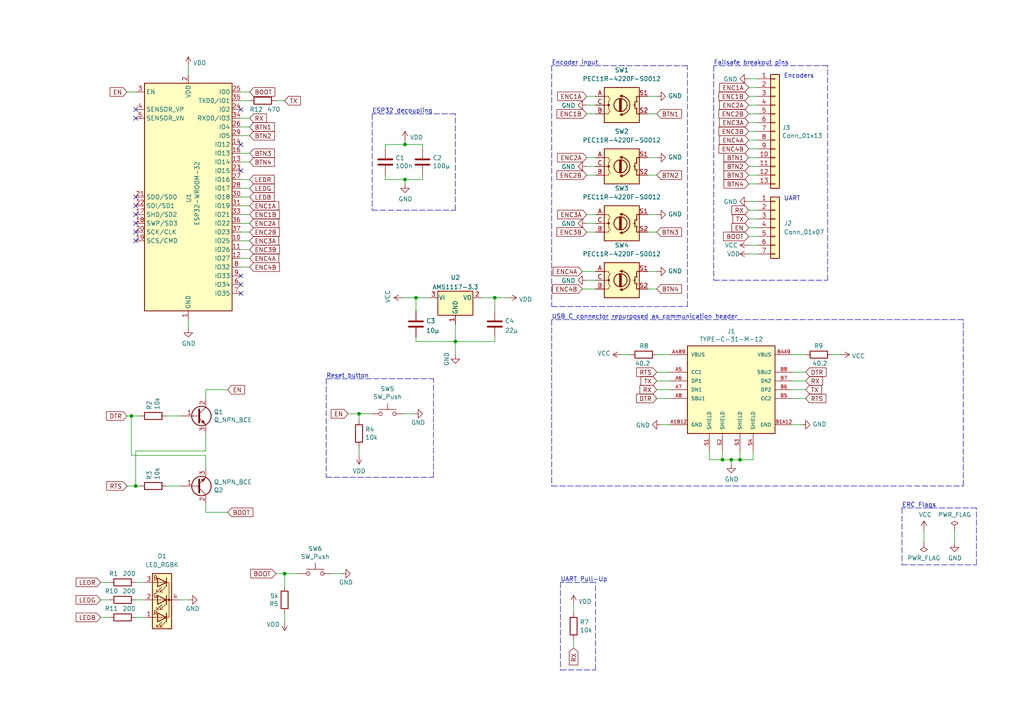
<source format=kicad_sch>
(kicad_sch (version 20211123) (generator eeschema)

  (uuid 98acd83f-4dce-487c-abdd-74c105628a17)

  (paper "A4")

  (title_block
    (title "Heliox Console")
    (date "2021-08-10")
    (rev "v00")
    (comment 4 "Author: GHOSCHT")
  )

  (lib_symbols
    (symbol "Connector_Generic:Conn_01x07" (pin_names (offset 1.016) hide) (in_bom yes) (on_board yes)
      (property "Reference" "J" (id 0) (at 0 10.16 0)
        (effects (font (size 1.27 1.27)))
      )
      (property "Value" "Conn_01x07" (id 1) (at 0 -10.16 0)
        (effects (font (size 1.27 1.27)))
      )
      (property "Footprint" "" (id 2) (at 0 0 0)
        (effects (font (size 1.27 1.27)) hide)
      )
      (property "Datasheet" "~" (id 3) (at 0 0 0)
        (effects (font (size 1.27 1.27)) hide)
      )
      (property "ki_keywords" "connector" (id 4) (at 0 0 0)
        (effects (font (size 1.27 1.27)) hide)
      )
      (property "ki_description" "Generic connector, single row, 01x07, script generated (kicad-library-utils/schlib/autogen/connector/)" (id 5) (at 0 0 0)
        (effects (font (size 1.27 1.27)) hide)
      )
      (property "ki_fp_filters" "Connector*:*_1x??_*" (id 6) (at 0 0 0)
        (effects (font (size 1.27 1.27)) hide)
      )
      (symbol "Conn_01x07_1_1"
        (rectangle (start -1.27 -7.493) (end 0 -7.747)
          (stroke (width 0.1524) (type default) (color 0 0 0 0))
          (fill (type none))
        )
        (rectangle (start -1.27 -4.953) (end 0 -5.207)
          (stroke (width 0.1524) (type default) (color 0 0 0 0))
          (fill (type none))
        )
        (rectangle (start -1.27 -2.413) (end 0 -2.667)
          (stroke (width 0.1524) (type default) (color 0 0 0 0))
          (fill (type none))
        )
        (rectangle (start -1.27 0.127) (end 0 -0.127)
          (stroke (width 0.1524) (type default) (color 0 0 0 0))
          (fill (type none))
        )
        (rectangle (start -1.27 2.667) (end 0 2.413)
          (stroke (width 0.1524) (type default) (color 0 0 0 0))
          (fill (type none))
        )
        (rectangle (start -1.27 5.207) (end 0 4.953)
          (stroke (width 0.1524) (type default) (color 0 0 0 0))
          (fill (type none))
        )
        (rectangle (start -1.27 7.747) (end 0 7.493)
          (stroke (width 0.1524) (type default) (color 0 0 0 0))
          (fill (type none))
        )
        (rectangle (start -1.27 8.89) (end 1.27 -8.89)
          (stroke (width 0.254) (type default) (color 0 0 0 0))
          (fill (type background))
        )
        (pin passive line (at -5.08 7.62 0) (length 3.81)
          (name "Pin_1" (effects (font (size 1.27 1.27))))
          (number "1" (effects (font (size 1.27 1.27))))
        )
        (pin passive line (at -5.08 5.08 0) (length 3.81)
          (name "Pin_2" (effects (font (size 1.27 1.27))))
          (number "2" (effects (font (size 1.27 1.27))))
        )
        (pin passive line (at -5.08 2.54 0) (length 3.81)
          (name "Pin_3" (effects (font (size 1.27 1.27))))
          (number "3" (effects (font (size 1.27 1.27))))
        )
        (pin passive line (at -5.08 0 0) (length 3.81)
          (name "Pin_4" (effects (font (size 1.27 1.27))))
          (number "4" (effects (font (size 1.27 1.27))))
        )
        (pin passive line (at -5.08 -2.54 0) (length 3.81)
          (name "Pin_5" (effects (font (size 1.27 1.27))))
          (number "5" (effects (font (size 1.27 1.27))))
        )
        (pin passive line (at -5.08 -5.08 0) (length 3.81)
          (name "Pin_6" (effects (font (size 1.27 1.27))))
          (number "6" (effects (font (size 1.27 1.27))))
        )
        (pin passive line (at -5.08 -7.62 0) (length 3.81)
          (name "Pin_7" (effects (font (size 1.27 1.27))))
          (number "7" (effects (font (size 1.27 1.27))))
        )
      )
    )
    (symbol "Connector_Generic:Conn_01x13" (pin_names (offset 1.016) hide) (in_bom yes) (on_board yes)
      (property "Reference" "J" (id 0) (at 0 17.78 0)
        (effects (font (size 1.27 1.27)))
      )
      (property "Value" "Conn_01x13" (id 1) (at 0 -17.78 0)
        (effects (font (size 1.27 1.27)))
      )
      (property "Footprint" "" (id 2) (at 0 0 0)
        (effects (font (size 1.27 1.27)) hide)
      )
      (property "Datasheet" "~" (id 3) (at 0 0 0)
        (effects (font (size 1.27 1.27)) hide)
      )
      (property "ki_keywords" "connector" (id 4) (at 0 0 0)
        (effects (font (size 1.27 1.27)) hide)
      )
      (property "ki_description" "Generic connector, single row, 01x13, script generated (kicad-library-utils/schlib/autogen/connector/)" (id 5) (at 0 0 0)
        (effects (font (size 1.27 1.27)) hide)
      )
      (property "ki_fp_filters" "Connector*:*_1x??_*" (id 6) (at 0 0 0)
        (effects (font (size 1.27 1.27)) hide)
      )
      (symbol "Conn_01x13_1_1"
        (rectangle (start -1.27 -15.113) (end 0 -15.367)
          (stroke (width 0.1524) (type default) (color 0 0 0 0))
          (fill (type none))
        )
        (rectangle (start -1.27 -12.573) (end 0 -12.827)
          (stroke (width 0.1524) (type default) (color 0 0 0 0))
          (fill (type none))
        )
        (rectangle (start -1.27 -10.033) (end 0 -10.287)
          (stroke (width 0.1524) (type default) (color 0 0 0 0))
          (fill (type none))
        )
        (rectangle (start -1.27 -7.493) (end 0 -7.747)
          (stroke (width 0.1524) (type default) (color 0 0 0 0))
          (fill (type none))
        )
        (rectangle (start -1.27 -4.953) (end 0 -5.207)
          (stroke (width 0.1524) (type default) (color 0 0 0 0))
          (fill (type none))
        )
        (rectangle (start -1.27 -2.413) (end 0 -2.667)
          (stroke (width 0.1524) (type default) (color 0 0 0 0))
          (fill (type none))
        )
        (rectangle (start -1.27 0.127) (end 0 -0.127)
          (stroke (width 0.1524) (type default) (color 0 0 0 0))
          (fill (type none))
        )
        (rectangle (start -1.27 2.667) (end 0 2.413)
          (stroke (width 0.1524) (type default) (color 0 0 0 0))
          (fill (type none))
        )
        (rectangle (start -1.27 5.207) (end 0 4.953)
          (stroke (width 0.1524) (type default) (color 0 0 0 0))
          (fill (type none))
        )
        (rectangle (start -1.27 7.747) (end 0 7.493)
          (stroke (width 0.1524) (type default) (color 0 0 0 0))
          (fill (type none))
        )
        (rectangle (start -1.27 10.287) (end 0 10.033)
          (stroke (width 0.1524) (type default) (color 0 0 0 0))
          (fill (type none))
        )
        (rectangle (start -1.27 12.827) (end 0 12.573)
          (stroke (width 0.1524) (type default) (color 0 0 0 0))
          (fill (type none))
        )
        (rectangle (start -1.27 15.367) (end 0 15.113)
          (stroke (width 0.1524) (type default) (color 0 0 0 0))
          (fill (type none))
        )
        (rectangle (start -1.27 16.51) (end 1.27 -16.51)
          (stroke (width 0.254) (type default) (color 0 0 0 0))
          (fill (type background))
        )
        (pin passive line (at -5.08 15.24 0) (length 3.81)
          (name "Pin_1" (effects (font (size 1.27 1.27))))
          (number "1" (effects (font (size 1.27 1.27))))
        )
        (pin passive line (at -5.08 -7.62 0) (length 3.81)
          (name "Pin_10" (effects (font (size 1.27 1.27))))
          (number "10" (effects (font (size 1.27 1.27))))
        )
        (pin passive line (at -5.08 -10.16 0) (length 3.81)
          (name "Pin_11" (effects (font (size 1.27 1.27))))
          (number "11" (effects (font (size 1.27 1.27))))
        )
        (pin passive line (at -5.08 -12.7 0) (length 3.81)
          (name "Pin_12" (effects (font (size 1.27 1.27))))
          (number "12" (effects (font (size 1.27 1.27))))
        )
        (pin passive line (at -5.08 -15.24 0) (length 3.81)
          (name "Pin_13" (effects (font (size 1.27 1.27))))
          (number "13" (effects (font (size 1.27 1.27))))
        )
        (pin passive line (at -5.08 12.7 0) (length 3.81)
          (name "Pin_2" (effects (font (size 1.27 1.27))))
          (number "2" (effects (font (size 1.27 1.27))))
        )
        (pin passive line (at -5.08 10.16 0) (length 3.81)
          (name "Pin_3" (effects (font (size 1.27 1.27))))
          (number "3" (effects (font (size 1.27 1.27))))
        )
        (pin passive line (at -5.08 7.62 0) (length 3.81)
          (name "Pin_4" (effects (font (size 1.27 1.27))))
          (number "4" (effects (font (size 1.27 1.27))))
        )
        (pin passive line (at -5.08 5.08 0) (length 3.81)
          (name "Pin_5" (effects (font (size 1.27 1.27))))
          (number "5" (effects (font (size 1.27 1.27))))
        )
        (pin passive line (at -5.08 2.54 0) (length 3.81)
          (name "Pin_6" (effects (font (size 1.27 1.27))))
          (number "6" (effects (font (size 1.27 1.27))))
        )
        (pin passive line (at -5.08 0 0) (length 3.81)
          (name "Pin_7" (effects (font (size 1.27 1.27))))
          (number "7" (effects (font (size 1.27 1.27))))
        )
        (pin passive line (at -5.08 -2.54 0) (length 3.81)
          (name "Pin_8" (effects (font (size 1.27 1.27))))
          (number "8" (effects (font (size 1.27 1.27))))
        )
        (pin passive line (at -5.08 -5.08 0) (length 3.81)
          (name "Pin_9" (effects (font (size 1.27 1.27))))
          (number "9" (effects (font (size 1.27 1.27))))
        )
      )
    )
    (symbol "Device:C" (pin_numbers hide) (pin_names (offset 0.254)) (in_bom yes) (on_board yes)
      (property "Reference" "C" (id 0) (at 0.635 2.54 0)
        (effects (font (size 1.27 1.27)) (justify left))
      )
      (property "Value" "C" (id 1) (at 0.635 -2.54 0)
        (effects (font (size 1.27 1.27)) (justify left))
      )
      (property "Footprint" "" (id 2) (at 0.9652 -3.81 0)
        (effects (font (size 1.27 1.27)) hide)
      )
      (property "Datasheet" "~" (id 3) (at 0 0 0)
        (effects (font (size 1.27 1.27)) hide)
      )
      (property "ki_keywords" "cap capacitor" (id 4) (at 0 0 0)
        (effects (font (size 1.27 1.27)) hide)
      )
      (property "ki_description" "Unpolarized capacitor" (id 5) (at 0 0 0)
        (effects (font (size 1.27 1.27)) hide)
      )
      (property "ki_fp_filters" "C_*" (id 6) (at 0 0 0)
        (effects (font (size 1.27 1.27)) hide)
      )
      (symbol "C_0_1"
        (polyline
          (pts
            (xy -2.032 -0.762)
            (xy 2.032 -0.762)
          )
          (stroke (width 0.508) (type default) (color 0 0 0 0))
          (fill (type none))
        )
        (polyline
          (pts
            (xy -2.032 0.762)
            (xy 2.032 0.762)
          )
          (stroke (width 0.508) (type default) (color 0 0 0 0))
          (fill (type none))
        )
      )
      (symbol "C_1_1"
        (pin passive line (at 0 3.81 270) (length 2.794)
          (name "~" (effects (font (size 1.27 1.27))))
          (number "1" (effects (font (size 1.27 1.27))))
        )
        (pin passive line (at 0 -3.81 90) (length 2.794)
          (name "~" (effects (font (size 1.27 1.27))))
          (number "2" (effects (font (size 1.27 1.27))))
        )
      )
    )
    (symbol "Device:LED_RGBK" (pin_names (offset 0) hide) (in_bom yes) (on_board yes)
      (property "Reference" "D" (id 0) (at 0 9.398 0)
        (effects (font (size 1.27 1.27)))
      )
      (property "Value" "LED_RGBK" (id 1) (at 0 -8.89 0)
        (effects (font (size 1.27 1.27)))
      )
      (property "Footprint" "" (id 2) (at 0 -1.27 0)
        (effects (font (size 1.27 1.27)) hide)
      )
      (property "Datasheet" "~" (id 3) (at 0 -1.27 0)
        (effects (font (size 1.27 1.27)) hide)
      )
      (property "ki_keywords" "LED RGB diode" (id 4) (at 0 0 0)
        (effects (font (size 1.27 1.27)) hide)
      )
      (property "ki_description" "RGB LED, red/green/blue/cathode" (id 5) (at 0 0 0)
        (effects (font (size 1.27 1.27)) hide)
      )
      (property "ki_fp_filters" "LED* LED_SMD:* LED_THT:*" (id 6) (at 0 0 0)
        (effects (font (size 1.27 1.27)) hide)
      )
      (symbol "LED_RGBK_0_0"
        (text "B" (at 1.905 -6.35 0)
          (effects (font (size 1.27 1.27)))
        )
        (text "G" (at 1.905 -1.27 0)
          (effects (font (size 1.27 1.27)))
        )
        (text "R" (at 1.905 3.81 0)
          (effects (font (size 1.27 1.27)))
        )
      )
      (symbol "LED_RGBK_0_1"
        (circle (center -2.032 0) (radius 0.254)
          (stroke (width 0) (type default) (color 0 0 0 0))
          (fill (type outline))
        )
        (polyline
          (pts
            (xy -1.27 -5.08)
            (xy 1.27 -5.08)
          )
          (stroke (width 0) (type default) (color 0 0 0 0))
          (fill (type none))
        )
        (polyline
          (pts
            (xy -1.27 -3.81)
            (xy -1.27 -6.35)
          )
          (stroke (width 0.254) (type default) (color 0 0 0 0))
          (fill (type none))
        )
        (polyline
          (pts
            (xy -1.27 0)
            (xy -2.54 0)
          )
          (stroke (width 0) (type default) (color 0 0 0 0))
          (fill (type none))
        )
        (polyline
          (pts
            (xy -1.27 1.27)
            (xy -1.27 -1.27)
          )
          (stroke (width 0.254) (type default) (color 0 0 0 0))
          (fill (type none))
        )
        (polyline
          (pts
            (xy -1.27 5.08)
            (xy 1.27 5.08)
          )
          (stroke (width 0) (type default) (color 0 0 0 0))
          (fill (type none))
        )
        (polyline
          (pts
            (xy -1.27 6.35)
            (xy -1.27 3.81)
          )
          (stroke (width 0.254) (type default) (color 0 0 0 0))
          (fill (type none))
        )
        (polyline
          (pts
            (xy 1.27 -5.08)
            (xy 2.54 -5.08)
          )
          (stroke (width 0) (type default) (color 0 0 0 0))
          (fill (type none))
        )
        (polyline
          (pts
            (xy 1.27 0)
            (xy -1.27 0)
          )
          (stroke (width 0) (type default) (color 0 0 0 0))
          (fill (type none))
        )
        (polyline
          (pts
            (xy 1.27 0)
            (xy 2.54 0)
          )
          (stroke (width 0) (type default) (color 0 0 0 0))
          (fill (type none))
        )
        (polyline
          (pts
            (xy 1.27 5.08)
            (xy 2.54 5.08)
          )
          (stroke (width 0) (type default) (color 0 0 0 0))
          (fill (type none))
        )
        (polyline
          (pts
            (xy -1.27 1.27)
            (xy -1.27 -1.27)
            (xy -1.27 -1.27)
          )
          (stroke (width 0) (type default) (color 0 0 0 0))
          (fill (type none))
        )
        (polyline
          (pts
            (xy -1.27 6.35)
            (xy -1.27 3.81)
            (xy -1.27 3.81)
          )
          (stroke (width 0) (type default) (color 0 0 0 0))
          (fill (type none))
        )
        (polyline
          (pts
            (xy -1.27 5.08)
            (xy -2.032 5.08)
            (xy -2.032 -5.08)
            (xy -1.016 -5.08)
          )
          (stroke (width 0) (type default) (color 0 0 0 0))
          (fill (type none))
        )
        (polyline
          (pts
            (xy 1.27 -3.81)
            (xy 1.27 -6.35)
            (xy -1.27 -5.08)
            (xy 1.27 -3.81)
          )
          (stroke (width 0.254) (type default) (color 0 0 0 0))
          (fill (type none))
        )
        (polyline
          (pts
            (xy 1.27 1.27)
            (xy 1.27 -1.27)
            (xy -1.27 0)
            (xy 1.27 1.27)
          )
          (stroke (width 0.254) (type default) (color 0 0 0 0))
          (fill (type none))
        )
        (polyline
          (pts
            (xy 1.27 6.35)
            (xy 1.27 3.81)
            (xy -1.27 5.08)
            (xy 1.27 6.35)
          )
          (stroke (width 0.254) (type default) (color 0 0 0 0))
          (fill (type none))
        )
        (polyline
          (pts
            (xy -1.016 -3.81)
            (xy 0.508 -2.286)
            (xy -0.254 -2.286)
            (xy 0.508 -2.286)
            (xy 0.508 -3.048)
          )
          (stroke (width 0) (type default) (color 0 0 0 0))
          (fill (type none))
        )
        (polyline
          (pts
            (xy -1.016 1.27)
            (xy 0.508 2.794)
            (xy -0.254 2.794)
            (xy 0.508 2.794)
            (xy 0.508 2.032)
          )
          (stroke (width 0) (type default) (color 0 0 0 0))
          (fill (type none))
        )
        (polyline
          (pts
            (xy -1.016 6.35)
            (xy 0.508 7.874)
            (xy -0.254 7.874)
            (xy 0.508 7.874)
            (xy 0.508 7.112)
          )
          (stroke (width 0) (type default) (color 0 0 0 0))
          (fill (type none))
        )
        (polyline
          (pts
            (xy 0 -3.81)
            (xy 1.524 -2.286)
            (xy 0.762 -2.286)
            (xy 1.524 -2.286)
            (xy 1.524 -3.048)
          )
          (stroke (width 0) (type default) (color 0 0 0 0))
          (fill (type none))
        )
        (polyline
          (pts
            (xy 0 1.27)
            (xy 1.524 2.794)
            (xy 0.762 2.794)
            (xy 1.524 2.794)
            (xy 1.524 2.032)
          )
          (stroke (width 0) (type default) (color 0 0 0 0))
          (fill (type none))
        )
        (polyline
          (pts
            (xy 0 6.35)
            (xy 1.524 7.874)
            (xy 0.762 7.874)
            (xy 1.524 7.874)
            (xy 1.524 7.112)
          )
          (stroke (width 0) (type default) (color 0 0 0 0))
          (fill (type none))
        )
        (rectangle (start 1.27 -1.27) (end 1.27 1.27)
          (stroke (width 0) (type default) (color 0 0 0 0))
          (fill (type none))
        )
        (rectangle (start 1.27 1.27) (end 1.27 1.27)
          (stroke (width 0) (type default) (color 0 0 0 0))
          (fill (type none))
        )
        (rectangle (start 1.27 3.81) (end 1.27 6.35)
          (stroke (width 0) (type default) (color 0 0 0 0))
          (fill (type none))
        )
        (rectangle (start 1.27 6.35) (end 1.27 6.35)
          (stroke (width 0) (type default) (color 0 0 0 0))
          (fill (type none))
        )
        (rectangle (start 2.794 8.382) (end -2.794 -7.62)
          (stroke (width 0.254) (type default) (color 0 0 0 0))
          (fill (type background))
        )
      )
      (symbol "LED_RGBK_1_1"
        (pin passive line (at 5.08 5.08 180) (length 2.54)
          (name "RA" (effects (font (size 1.27 1.27))))
          (number "1" (effects (font (size 1.27 1.27))))
        )
        (pin passive line (at 5.08 0 180) (length 2.54)
          (name "GA" (effects (font (size 1.27 1.27))))
          (number "2" (effects (font (size 1.27 1.27))))
        )
        (pin passive line (at 5.08 -5.08 180) (length 2.54)
          (name "BA" (effects (font (size 1.27 1.27))))
          (number "3" (effects (font (size 1.27 1.27))))
        )
        (pin passive line (at -5.08 0 0) (length 2.54)
          (name "K" (effects (font (size 1.27 1.27))))
          (number "4" (effects (font (size 1.27 1.27))))
        )
      )
    )
    (symbol "Device:Q_NPN_BCE" (pin_names (offset 0) hide) (in_bom yes) (on_board yes)
      (property "Reference" "Q" (id 0) (at 5.08 1.27 0)
        (effects (font (size 1.27 1.27)) (justify left))
      )
      (property "Value" "Q_NPN_BCE" (id 1) (at 5.08 -1.27 0)
        (effects (font (size 1.27 1.27)) (justify left))
      )
      (property "Footprint" "" (id 2) (at 5.08 2.54 0)
        (effects (font (size 1.27 1.27)) hide)
      )
      (property "Datasheet" "~" (id 3) (at 0 0 0)
        (effects (font (size 1.27 1.27)) hide)
      )
      (property "ki_keywords" "transistor NPN" (id 4) (at 0 0 0)
        (effects (font (size 1.27 1.27)) hide)
      )
      (property "ki_description" "NPN transistor, base/collector/emitter" (id 5) (at 0 0 0)
        (effects (font (size 1.27 1.27)) hide)
      )
      (symbol "Q_NPN_BCE_0_1"
        (polyline
          (pts
            (xy 0.635 0.635)
            (xy 2.54 2.54)
          )
          (stroke (width 0) (type default) (color 0 0 0 0))
          (fill (type none))
        )
        (polyline
          (pts
            (xy 0.635 -0.635)
            (xy 2.54 -2.54)
            (xy 2.54 -2.54)
          )
          (stroke (width 0) (type default) (color 0 0 0 0))
          (fill (type none))
        )
        (polyline
          (pts
            (xy 0.635 1.905)
            (xy 0.635 -1.905)
            (xy 0.635 -1.905)
          )
          (stroke (width 0.508) (type default) (color 0 0 0 0))
          (fill (type none))
        )
        (polyline
          (pts
            (xy 1.27 -1.778)
            (xy 1.778 -1.27)
            (xy 2.286 -2.286)
            (xy 1.27 -1.778)
            (xy 1.27 -1.778)
          )
          (stroke (width 0) (type default) (color 0 0 0 0))
          (fill (type outline))
        )
        (circle (center 1.27 0) (radius 2.8194)
          (stroke (width 0.254) (type default) (color 0 0 0 0))
          (fill (type none))
        )
      )
      (symbol "Q_NPN_BCE_1_1"
        (pin input line (at -5.08 0 0) (length 5.715)
          (name "B" (effects (font (size 1.27 1.27))))
          (number "1" (effects (font (size 1.27 1.27))))
        )
        (pin passive line (at 2.54 5.08 270) (length 2.54)
          (name "C" (effects (font (size 1.27 1.27))))
          (number "2" (effects (font (size 1.27 1.27))))
        )
        (pin passive line (at 2.54 -5.08 90) (length 2.54)
          (name "E" (effects (font (size 1.27 1.27))))
          (number "3" (effects (font (size 1.27 1.27))))
        )
      )
    )
    (symbol "Device:R" (pin_numbers hide) (pin_names (offset 0)) (in_bom yes) (on_board yes)
      (property "Reference" "R" (id 0) (at 2.032 0 90)
        (effects (font (size 1.27 1.27)))
      )
      (property "Value" "R" (id 1) (at 0 0 90)
        (effects (font (size 1.27 1.27)))
      )
      (property "Footprint" "" (id 2) (at -1.778 0 90)
        (effects (font (size 1.27 1.27)) hide)
      )
      (property "Datasheet" "~" (id 3) (at 0 0 0)
        (effects (font (size 1.27 1.27)) hide)
      )
      (property "ki_keywords" "R res resistor" (id 4) (at 0 0 0)
        (effects (font (size 1.27 1.27)) hide)
      )
      (property "ki_description" "Resistor" (id 5) (at 0 0 0)
        (effects (font (size 1.27 1.27)) hide)
      )
      (property "ki_fp_filters" "R_*" (id 6) (at 0 0 0)
        (effects (font (size 1.27 1.27)) hide)
      )
      (symbol "R_0_1"
        (rectangle (start -1.016 -2.54) (end 1.016 2.54)
          (stroke (width 0.254) (type default) (color 0 0 0 0))
          (fill (type none))
        )
      )
      (symbol "R_1_1"
        (pin passive line (at 0 3.81 270) (length 1.27)
          (name "~" (effects (font (size 1.27 1.27))))
          (number "1" (effects (font (size 1.27 1.27))))
        )
        (pin passive line (at 0 -3.81 90) (length 1.27)
          (name "~" (effects (font (size 1.27 1.27))))
          (number "2" (effects (font (size 1.27 1.27))))
        )
      )
    )
    (symbol "Device:RotaryEncoder_Switch" (pin_names (offset 0.254) hide) (in_bom yes) (on_board yes)
      (property "Reference" "SW" (id 0) (at 0 6.604 0)
        (effects (font (size 1.27 1.27)))
      )
      (property "Value" "RotaryEncoder_Switch" (id 1) (at 0 -6.604 0)
        (effects (font (size 1.27 1.27)))
      )
      (property "Footprint" "" (id 2) (at -3.81 4.064 0)
        (effects (font (size 1.27 1.27)) hide)
      )
      (property "Datasheet" "~" (id 3) (at 0 6.604 0)
        (effects (font (size 1.27 1.27)) hide)
      )
      (property "ki_keywords" "rotary switch encoder switch push button" (id 4) (at 0 0 0)
        (effects (font (size 1.27 1.27)) hide)
      )
      (property "ki_description" "Rotary encoder, dual channel, incremental quadrate outputs, with switch" (id 5) (at 0 0 0)
        (effects (font (size 1.27 1.27)) hide)
      )
      (property "ki_fp_filters" "RotaryEncoder*Switch*" (id 6) (at 0 0 0)
        (effects (font (size 1.27 1.27)) hide)
      )
      (symbol "RotaryEncoder_Switch_0_1"
        (rectangle (start -5.08 5.08) (end 5.08 -5.08)
          (stroke (width 0.254) (type default) (color 0 0 0 0))
          (fill (type background))
        )
        (circle (center -3.81 0) (radius 0.254)
          (stroke (width 0) (type default) (color 0 0 0 0))
          (fill (type outline))
        )
        (arc (start -0.381 -2.794) (mid 2.3622 -0.0635) (end -0.381 2.667)
          (stroke (width 0.254) (type default) (color 0 0 0 0))
          (fill (type none))
        )
        (circle (center -0.381 0) (radius 1.905)
          (stroke (width 0.254) (type default) (color 0 0 0 0))
          (fill (type none))
        )
        (polyline
          (pts
            (xy -0.635 -1.778)
            (xy -0.635 1.778)
          )
          (stroke (width 0.254) (type default) (color 0 0 0 0))
          (fill (type none))
        )
        (polyline
          (pts
            (xy -0.381 -1.778)
            (xy -0.381 1.778)
          )
          (stroke (width 0.254) (type default) (color 0 0 0 0))
          (fill (type none))
        )
        (polyline
          (pts
            (xy -0.127 1.778)
            (xy -0.127 -1.778)
          )
          (stroke (width 0.254) (type default) (color 0 0 0 0))
          (fill (type none))
        )
        (polyline
          (pts
            (xy 3.81 0)
            (xy 3.429 0)
          )
          (stroke (width 0.254) (type default) (color 0 0 0 0))
          (fill (type none))
        )
        (polyline
          (pts
            (xy 3.81 1.016)
            (xy 3.81 -1.016)
          )
          (stroke (width 0.254) (type default) (color 0 0 0 0))
          (fill (type none))
        )
        (polyline
          (pts
            (xy -5.08 -2.54)
            (xy -3.81 -2.54)
            (xy -3.81 -2.032)
          )
          (stroke (width 0) (type default) (color 0 0 0 0))
          (fill (type none))
        )
        (polyline
          (pts
            (xy -5.08 2.54)
            (xy -3.81 2.54)
            (xy -3.81 2.032)
          )
          (stroke (width 0) (type default) (color 0 0 0 0))
          (fill (type none))
        )
        (polyline
          (pts
            (xy 0.254 -3.048)
            (xy -0.508 -2.794)
            (xy 0.127 -2.413)
          )
          (stroke (width 0.254) (type default) (color 0 0 0 0))
          (fill (type none))
        )
        (polyline
          (pts
            (xy 0.254 2.921)
            (xy -0.508 2.667)
            (xy 0.127 2.286)
          )
          (stroke (width 0.254) (type default) (color 0 0 0 0))
          (fill (type none))
        )
        (polyline
          (pts
            (xy 5.08 -2.54)
            (xy 4.318 -2.54)
            (xy 4.318 -1.016)
          )
          (stroke (width 0.254) (type default) (color 0 0 0 0))
          (fill (type none))
        )
        (polyline
          (pts
            (xy 5.08 2.54)
            (xy 4.318 2.54)
            (xy 4.318 1.016)
          )
          (stroke (width 0.254) (type default) (color 0 0 0 0))
          (fill (type none))
        )
        (polyline
          (pts
            (xy -5.08 0)
            (xy -3.81 0)
            (xy -3.81 -1.016)
            (xy -3.302 -2.032)
          )
          (stroke (width 0) (type default) (color 0 0 0 0))
          (fill (type none))
        )
        (polyline
          (pts
            (xy -4.318 0)
            (xy -3.81 0)
            (xy -3.81 1.016)
            (xy -3.302 2.032)
          )
          (stroke (width 0) (type default) (color 0 0 0 0))
          (fill (type none))
        )
        (circle (center 4.318 -1.016) (radius 0.127)
          (stroke (width 0.254) (type default) (color 0 0 0 0))
          (fill (type none))
        )
        (circle (center 4.318 1.016) (radius 0.127)
          (stroke (width 0.254) (type default) (color 0 0 0 0))
          (fill (type none))
        )
      )
      (symbol "RotaryEncoder_Switch_1_1"
        (pin passive line (at -7.62 2.54 0) (length 2.54)
          (name "A" (effects (font (size 1.27 1.27))))
          (number "A" (effects (font (size 1.27 1.27))))
        )
        (pin passive line (at -7.62 -2.54 0) (length 2.54)
          (name "B" (effects (font (size 1.27 1.27))))
          (number "B" (effects (font (size 1.27 1.27))))
        )
        (pin passive line (at -7.62 0 0) (length 2.54)
          (name "C" (effects (font (size 1.27 1.27))))
          (number "C" (effects (font (size 1.27 1.27))))
        )
        (pin passive line (at 7.62 2.54 180) (length 2.54)
          (name "S1" (effects (font (size 1.27 1.27))))
          (number "S1" (effects (font (size 1.27 1.27))))
        )
        (pin passive line (at 7.62 -2.54 180) (length 2.54)
          (name "S2" (effects (font (size 1.27 1.27))))
          (number "S2" (effects (font (size 1.27 1.27))))
        )
      )
    )
    (symbol "RF_Module:ESP32-WROOM-32" (in_bom yes) (on_board yes)
      (property "Reference" "U" (id 0) (at -12.7 34.29 0)
        (effects (font (size 1.27 1.27)) (justify left))
      )
      (property "Value" "ESP32-WROOM-32" (id 1) (at 1.27 34.29 0)
        (effects (font (size 1.27 1.27)) (justify left))
      )
      (property "Footprint" "RF_Module:ESP32-WROOM-32" (id 2) (at 0 -38.1 0)
        (effects (font (size 1.27 1.27)) hide)
      )
      (property "Datasheet" "https://www.espressif.com/sites/default/files/documentation/esp32-wroom-32_datasheet_en.pdf" (id 3) (at -7.62 1.27 0)
        (effects (font (size 1.27 1.27)) hide)
      )
      (property "ki_keywords" "RF Radio BT ESP ESP32 Espressif onboard PCB antenna" (id 4) (at 0 0 0)
        (effects (font (size 1.27 1.27)) hide)
      )
      (property "ki_description" "RF Module, ESP32-D0WDQ6 SoC, Wi-Fi 802.11b/g/n, Bluetooth, BLE, 32-bit, 2.7-3.6V, onboard antenna, SMD" (id 5) (at 0 0 0)
        (effects (font (size 1.27 1.27)) hide)
      )
      (property "ki_fp_filters" "ESP32?WROOM?32*" (id 6) (at 0 0 0)
        (effects (font (size 1.27 1.27)) hide)
      )
      (symbol "ESP32-WROOM-32_0_1"
        (rectangle (start -12.7 33.02) (end 12.7 -33.02)
          (stroke (width 0.254) (type default) (color 0 0 0 0))
          (fill (type background))
        )
      )
      (symbol "ESP32-WROOM-32_1_1"
        (pin power_in line (at 0 -35.56 90) (length 2.54)
          (name "GND" (effects (font (size 1.27 1.27))))
          (number "1" (effects (font (size 1.27 1.27))))
        )
        (pin bidirectional line (at 15.24 -12.7 180) (length 2.54)
          (name "IO25" (effects (font (size 1.27 1.27))))
          (number "10" (effects (font (size 1.27 1.27))))
        )
        (pin bidirectional line (at 15.24 -15.24 180) (length 2.54)
          (name "IO26" (effects (font (size 1.27 1.27))))
          (number "11" (effects (font (size 1.27 1.27))))
        )
        (pin bidirectional line (at 15.24 -17.78 180) (length 2.54)
          (name "IO27" (effects (font (size 1.27 1.27))))
          (number "12" (effects (font (size 1.27 1.27))))
        )
        (pin bidirectional line (at 15.24 10.16 180) (length 2.54)
          (name "IO14" (effects (font (size 1.27 1.27))))
          (number "13" (effects (font (size 1.27 1.27))))
        )
        (pin bidirectional line (at 15.24 15.24 180) (length 2.54)
          (name "IO12" (effects (font (size 1.27 1.27))))
          (number "14" (effects (font (size 1.27 1.27))))
        )
        (pin passive line (at 0 -35.56 90) (length 2.54) hide
          (name "GND" (effects (font (size 1.27 1.27))))
          (number "15" (effects (font (size 1.27 1.27))))
        )
        (pin bidirectional line (at 15.24 12.7 180) (length 2.54)
          (name "IO13" (effects (font (size 1.27 1.27))))
          (number "16" (effects (font (size 1.27 1.27))))
        )
        (pin bidirectional line (at -15.24 -5.08 0) (length 2.54)
          (name "SHD/SD2" (effects (font (size 1.27 1.27))))
          (number "17" (effects (font (size 1.27 1.27))))
        )
        (pin bidirectional line (at -15.24 -7.62 0) (length 2.54)
          (name "SWP/SD3" (effects (font (size 1.27 1.27))))
          (number "18" (effects (font (size 1.27 1.27))))
        )
        (pin bidirectional line (at -15.24 -12.7 0) (length 2.54)
          (name "SCS/CMD" (effects (font (size 1.27 1.27))))
          (number "19" (effects (font (size 1.27 1.27))))
        )
        (pin power_in line (at 0 35.56 270) (length 2.54)
          (name "VDD" (effects (font (size 1.27 1.27))))
          (number "2" (effects (font (size 1.27 1.27))))
        )
        (pin bidirectional line (at -15.24 -10.16 0) (length 2.54)
          (name "SCK/CLK" (effects (font (size 1.27 1.27))))
          (number "20" (effects (font (size 1.27 1.27))))
        )
        (pin bidirectional line (at -15.24 0 0) (length 2.54)
          (name "SDO/SD0" (effects (font (size 1.27 1.27))))
          (number "21" (effects (font (size 1.27 1.27))))
        )
        (pin bidirectional line (at -15.24 -2.54 0) (length 2.54)
          (name "SDI/SD1" (effects (font (size 1.27 1.27))))
          (number "22" (effects (font (size 1.27 1.27))))
        )
        (pin bidirectional line (at 15.24 7.62 180) (length 2.54)
          (name "IO15" (effects (font (size 1.27 1.27))))
          (number "23" (effects (font (size 1.27 1.27))))
        )
        (pin bidirectional line (at 15.24 25.4 180) (length 2.54)
          (name "IO2" (effects (font (size 1.27 1.27))))
          (number "24" (effects (font (size 1.27 1.27))))
        )
        (pin bidirectional line (at 15.24 30.48 180) (length 2.54)
          (name "IO0" (effects (font (size 1.27 1.27))))
          (number "25" (effects (font (size 1.27 1.27))))
        )
        (pin bidirectional line (at 15.24 20.32 180) (length 2.54)
          (name "IO4" (effects (font (size 1.27 1.27))))
          (number "26" (effects (font (size 1.27 1.27))))
        )
        (pin bidirectional line (at 15.24 5.08 180) (length 2.54)
          (name "IO16" (effects (font (size 1.27 1.27))))
          (number "27" (effects (font (size 1.27 1.27))))
        )
        (pin bidirectional line (at 15.24 2.54 180) (length 2.54)
          (name "IO17" (effects (font (size 1.27 1.27))))
          (number "28" (effects (font (size 1.27 1.27))))
        )
        (pin bidirectional line (at 15.24 17.78 180) (length 2.54)
          (name "IO5" (effects (font (size 1.27 1.27))))
          (number "29" (effects (font (size 1.27 1.27))))
        )
        (pin input line (at -15.24 30.48 0) (length 2.54)
          (name "EN" (effects (font (size 1.27 1.27))))
          (number "3" (effects (font (size 1.27 1.27))))
        )
        (pin bidirectional line (at 15.24 0 180) (length 2.54)
          (name "IO18" (effects (font (size 1.27 1.27))))
          (number "30" (effects (font (size 1.27 1.27))))
        )
        (pin bidirectional line (at 15.24 -2.54 180) (length 2.54)
          (name "IO19" (effects (font (size 1.27 1.27))))
          (number "31" (effects (font (size 1.27 1.27))))
        )
        (pin no_connect line (at -12.7 -27.94 0) (length 2.54) hide
          (name "NC" (effects (font (size 1.27 1.27))))
          (number "32" (effects (font (size 1.27 1.27))))
        )
        (pin bidirectional line (at 15.24 -5.08 180) (length 2.54)
          (name "IO21" (effects (font (size 1.27 1.27))))
          (number "33" (effects (font (size 1.27 1.27))))
        )
        (pin bidirectional line (at 15.24 22.86 180) (length 2.54)
          (name "RXD0/IO3" (effects (font (size 1.27 1.27))))
          (number "34" (effects (font (size 1.27 1.27))))
        )
        (pin bidirectional line (at 15.24 27.94 180) (length 2.54)
          (name "TXD0/IO1" (effects (font (size 1.27 1.27))))
          (number "35" (effects (font (size 1.27 1.27))))
        )
        (pin bidirectional line (at 15.24 -7.62 180) (length 2.54)
          (name "IO22" (effects (font (size 1.27 1.27))))
          (number "36" (effects (font (size 1.27 1.27))))
        )
        (pin bidirectional line (at 15.24 -10.16 180) (length 2.54)
          (name "IO23" (effects (font (size 1.27 1.27))))
          (number "37" (effects (font (size 1.27 1.27))))
        )
        (pin passive line (at 0 -35.56 90) (length 2.54) hide
          (name "GND" (effects (font (size 1.27 1.27))))
          (number "38" (effects (font (size 1.27 1.27))))
        )
        (pin passive line (at 0 -35.56 90) (length 2.54) hide
          (name "GND" (effects (font (size 1.27 1.27))))
          (number "39" (effects (font (size 1.27 1.27))))
        )
        (pin input line (at -15.24 25.4 0) (length 2.54)
          (name "SENSOR_VP" (effects (font (size 1.27 1.27))))
          (number "4" (effects (font (size 1.27 1.27))))
        )
        (pin input line (at -15.24 22.86 0) (length 2.54)
          (name "SENSOR_VN" (effects (font (size 1.27 1.27))))
          (number "5" (effects (font (size 1.27 1.27))))
        )
        (pin input line (at 15.24 -25.4 180) (length 2.54)
          (name "IO34" (effects (font (size 1.27 1.27))))
          (number "6" (effects (font (size 1.27 1.27))))
        )
        (pin input line (at 15.24 -27.94 180) (length 2.54)
          (name "IO35" (effects (font (size 1.27 1.27))))
          (number "7" (effects (font (size 1.27 1.27))))
        )
        (pin bidirectional line (at 15.24 -20.32 180) (length 2.54)
          (name "IO32" (effects (font (size 1.27 1.27))))
          (number "8" (effects (font (size 1.27 1.27))))
        )
        (pin bidirectional line (at 15.24 -22.86 180) (length 2.54)
          (name "IO33" (effects (font (size 1.27 1.27))))
          (number "9" (effects (font (size 1.27 1.27))))
        )
      )
    )
    (symbol "Regulator_Linear:AMS1117-3.3" (pin_names (offset 0.254)) (in_bom yes) (on_board yes)
      (property "Reference" "U" (id 0) (at -3.81 3.175 0)
        (effects (font (size 1.27 1.27)))
      )
      (property "Value" "AMS1117-3.3" (id 1) (at 0 3.175 0)
        (effects (font (size 1.27 1.27)) (justify left))
      )
      (property "Footprint" "Package_TO_SOT_SMD:SOT-223-3_TabPin2" (id 2) (at 0 5.08 0)
        (effects (font (size 1.27 1.27)) hide)
      )
      (property "Datasheet" "http://www.advanced-monolithic.com/pdf/ds1117.pdf" (id 3) (at 2.54 -6.35 0)
        (effects (font (size 1.27 1.27)) hide)
      )
      (property "ki_keywords" "linear regulator ldo fixed positive" (id 4) (at 0 0 0)
        (effects (font (size 1.27 1.27)) hide)
      )
      (property "ki_description" "1A Low Dropout regulator, positive, 3.3V fixed output, SOT-223" (id 5) (at 0 0 0)
        (effects (font (size 1.27 1.27)) hide)
      )
      (property "ki_fp_filters" "SOT?223*TabPin2*" (id 6) (at 0 0 0)
        (effects (font (size 1.27 1.27)) hide)
      )
      (symbol "AMS1117-3.3_0_1"
        (rectangle (start -5.08 -5.08) (end 5.08 1.905)
          (stroke (width 0.254) (type default) (color 0 0 0 0))
          (fill (type background))
        )
      )
      (symbol "AMS1117-3.3_1_1"
        (pin power_in line (at 0 -7.62 90) (length 2.54)
          (name "GND" (effects (font (size 1.27 1.27))))
          (number "1" (effects (font (size 1.27 1.27))))
        )
        (pin power_out line (at 7.62 0 180) (length 2.54)
          (name "VO" (effects (font (size 1.27 1.27))))
          (number "2" (effects (font (size 1.27 1.27))))
        )
        (pin power_in line (at -7.62 0 0) (length 2.54)
          (name "VI" (effects (font (size 1.27 1.27))))
          (number "3" (effects (font (size 1.27 1.27))))
        )
      )
    )
    (symbol "Switch:SW_Push" (pin_numbers hide) (pin_names (offset 1.016) hide) (in_bom yes) (on_board yes)
      (property "Reference" "SW" (id 0) (at 1.27 2.54 0)
        (effects (font (size 1.27 1.27)) (justify left))
      )
      (property "Value" "SW_Push" (id 1) (at 0 -1.524 0)
        (effects (font (size 1.27 1.27)))
      )
      (property "Footprint" "" (id 2) (at 0 5.08 0)
        (effects (font (size 1.27 1.27)) hide)
      )
      (property "Datasheet" "~" (id 3) (at 0 5.08 0)
        (effects (font (size 1.27 1.27)) hide)
      )
      (property "ki_keywords" "switch normally-open pushbutton push-button" (id 4) (at 0 0 0)
        (effects (font (size 1.27 1.27)) hide)
      )
      (property "ki_description" "Push button switch, generic, two pins" (id 5) (at 0 0 0)
        (effects (font (size 1.27 1.27)) hide)
      )
      (symbol "SW_Push_0_1"
        (circle (center -2.032 0) (radius 0.508)
          (stroke (width 0) (type default) (color 0 0 0 0))
          (fill (type none))
        )
        (polyline
          (pts
            (xy 0 1.27)
            (xy 0 3.048)
          )
          (stroke (width 0) (type default) (color 0 0 0 0))
          (fill (type none))
        )
        (polyline
          (pts
            (xy 2.54 1.27)
            (xy -2.54 1.27)
          )
          (stroke (width 0) (type default) (color 0 0 0 0))
          (fill (type none))
        )
        (circle (center 2.032 0) (radius 0.508)
          (stroke (width 0) (type default) (color 0 0 0 0))
          (fill (type none))
        )
        (pin passive line (at -5.08 0 0) (length 2.54)
          (name "1" (effects (font (size 1.27 1.27))))
          (number "1" (effects (font (size 1.27 1.27))))
        )
        (pin passive line (at 5.08 0 180) (length 2.54)
          (name "2" (effects (font (size 1.27 1.27))))
          (number "2" (effects (font (size 1.27 1.27))))
        )
      )
    )
    (symbol "TYPE-C-31-M-12:TYPE-C-31-M-12" (pin_names (offset 1.016)) (in_bom yes) (on_board yes)
      (property "Reference" "J" (id 0) (at -1.27 15.24 0)
        (effects (font (size 1.27 1.27)) (justify left bottom))
      )
      (property "Value" "TYPE-C-31-M-12" (id 1) (at -10.16 13.208 0)
        (effects (font (size 1.27 1.27)) (justify left bottom))
      )
      (property "Footprint" "HRO_TYPE-C-31-M-12" (id 2) (at 0 0 0)
        (effects (font (size 1.27 1.27)) (justify left bottom) hide)
      )
      (property "Datasheet" "" (id 3) (at 0 0 0)
        (effects (font (size 1.27 1.27)) (justify left bottom) hide)
      )
      (property "MAXIMUM_PACKAGE_HEIGHT" "3.31mm" (id 4) (at 0 0 0)
        (effects (font (size 1.27 1.27)) (justify left bottom) hide)
      )
      (property "STANDARD" "Manufacturer Recommendations" (id 5) (at 0 0 0)
        (effects (font (size 1.27 1.27)) (justify left bottom) hide)
      )
      (property "PARTREV" "A" (id 6) (at 0 0 0)
        (effects (font (size 1.27 1.27)) (justify left bottom) hide)
      )
      (property "MANUFACTURER" "HRO Electronics" (id 7) (at 0 0 0)
        (effects (font (size 1.27 1.27)) (justify left bottom) hide)
      )
      (property "ki_locked" "" (id 8) (at 0 0 0)
        (effects (font (size 1.27 1.27)))
      )
      (symbol "TYPE-C-31-M-12_0_0"
        (rectangle (start -12.7 -12.7) (end 12.7 12.7)
          (stroke (width 0.254) (type default) (color 0 0 0 0))
          (fill (type background))
        )
        (pin power_in line (at -17.78 -10.16 0) (length 5.08)
          (name "GND" (effects (font (size 1.016 1.016))))
          (number "A1B12" (effects (font (size 1.016 1.016))))
        )
        (pin power_in line (at -17.78 10.16 0) (length 5.08)
          (name "VBUS" (effects (font (size 1.016 1.016))))
          (number "A4B9" (effects (font (size 1.016 1.016))))
        )
        (pin bidirectional line (at -17.78 5.08 0) (length 5.08)
          (name "CC1" (effects (font (size 1.016 1.016))))
          (number "A5" (effects (font (size 1.016 1.016))))
        )
        (pin bidirectional line (at -17.78 2.54 0) (length 5.08)
          (name "DP1" (effects (font (size 1.016 1.016))))
          (number "A6" (effects (font (size 1.016 1.016))))
        )
        (pin bidirectional line (at -17.78 0 0) (length 5.08)
          (name "DN1" (effects (font (size 1.016 1.016))))
          (number "A7" (effects (font (size 1.016 1.016))))
        )
        (pin bidirectional line (at -17.78 -2.54 0) (length 5.08)
          (name "SBU1" (effects (font (size 1.016 1.016))))
          (number "A8" (effects (font (size 1.016 1.016))))
        )
        (pin power_in line (at 17.78 -10.16 180) (length 5.08)
          (name "GND" (effects (font (size 1.016 1.016))))
          (number "B1A12" (effects (font (size 1.016 1.016))))
        )
        (pin power_in line (at 17.78 10.16 180) (length 5.08)
          (name "VBUS" (effects (font (size 1.016 1.016))))
          (number "B4A9" (effects (font (size 1.016 1.016))))
        )
        (pin bidirectional line (at 17.78 -2.54 180) (length 5.08)
          (name "CC2" (effects (font (size 1.016 1.016))))
          (number "B5" (effects (font (size 1.016 1.016))))
        )
        (pin bidirectional line (at 17.78 0 180) (length 5.08)
          (name "DP2" (effects (font (size 1.016 1.016))))
          (number "B6" (effects (font (size 1.016 1.016))))
        )
        (pin bidirectional line (at 17.78 2.54 180) (length 5.08)
          (name "DN2" (effects (font (size 1.016 1.016))))
          (number "B7" (effects (font (size 1.016 1.016))))
        )
        (pin bidirectional line (at 17.78 5.08 180) (length 5.08)
          (name "SBU2" (effects (font (size 1.016 1.016))))
          (number "B8" (effects (font (size 1.016 1.016))))
        )
        (pin passive line (at -6.35 -17.78 90) (length 5.08)
          (name "SHIELD" (effects (font (size 1.016 1.016))))
          (number "S1" (effects (font (size 1.016 1.016))))
        )
        (pin passive line (at -2.54 -17.78 90) (length 5.08)
          (name "SHIELD" (effects (font (size 1.016 1.016))))
          (number "S2" (effects (font (size 1.016 1.016))))
        )
        (pin passive line (at 2.54 -17.78 90) (length 5.08)
          (name "SHIELD" (effects (font (size 1.016 1.016))))
          (number "S3" (effects (font (size 1.016 1.016))))
        )
        (pin passive line (at 6.35 -17.78 90) (length 5.08)
          (name "SHIELD" (effects (font (size 1.016 1.016))))
          (number "S4" (effects (font (size 1.016 1.016))))
        )
      )
    )
    (symbol "power:GND" (power) (pin_names (offset 0)) (in_bom yes) (on_board yes)
      (property "Reference" "#PWR" (id 0) (at 0 -6.35 0)
        (effects (font (size 1.27 1.27)) hide)
      )
      (property "Value" "GND" (id 1) (at 0 -3.81 0)
        (effects (font (size 1.27 1.27)))
      )
      (property "Footprint" "" (id 2) (at 0 0 0)
        (effects (font (size 1.27 1.27)) hide)
      )
      (property "Datasheet" "" (id 3) (at 0 0 0)
        (effects (font (size 1.27 1.27)) hide)
      )
      (property "ki_keywords" "power-flag" (id 4) (at 0 0 0)
        (effects (font (size 1.27 1.27)) hide)
      )
      (property "ki_description" "Power symbol creates a global label with name \"GND\" , ground" (id 5) (at 0 0 0)
        (effects (font (size 1.27 1.27)) hide)
      )
      (symbol "GND_0_1"
        (polyline
          (pts
            (xy 0 0)
            (xy 0 -1.27)
            (xy 1.27 -1.27)
            (xy 0 -2.54)
            (xy -1.27 -1.27)
            (xy 0 -1.27)
          )
          (stroke (width 0) (type default) (color 0 0 0 0))
          (fill (type none))
        )
      )
      (symbol "GND_1_1"
        (pin power_in line (at 0 0 270) (length 0) hide
          (name "GND" (effects (font (size 1.27 1.27))))
          (number "1" (effects (font (size 1.27 1.27))))
        )
      )
    )
    (symbol "power:PWR_FLAG" (power) (pin_numbers hide) (pin_names (offset 0) hide) (in_bom yes) (on_board yes)
      (property "Reference" "#FLG" (id 0) (at 0 1.905 0)
        (effects (font (size 1.27 1.27)) hide)
      )
      (property "Value" "PWR_FLAG" (id 1) (at 0 3.81 0)
        (effects (font (size 1.27 1.27)))
      )
      (property "Footprint" "" (id 2) (at 0 0 0)
        (effects (font (size 1.27 1.27)) hide)
      )
      (property "Datasheet" "~" (id 3) (at 0 0 0)
        (effects (font (size 1.27 1.27)) hide)
      )
      (property "ki_keywords" "power-flag" (id 4) (at 0 0 0)
        (effects (font (size 1.27 1.27)) hide)
      )
      (property "ki_description" "Special symbol for telling ERC where power comes from" (id 5) (at 0 0 0)
        (effects (font (size 1.27 1.27)) hide)
      )
      (symbol "PWR_FLAG_0_0"
        (pin power_out line (at 0 0 90) (length 0)
          (name "pwr" (effects (font (size 1.27 1.27))))
          (number "1" (effects (font (size 1.27 1.27))))
        )
      )
      (symbol "PWR_FLAG_0_1"
        (polyline
          (pts
            (xy 0 0)
            (xy 0 1.27)
            (xy -1.016 1.905)
            (xy 0 2.54)
            (xy 1.016 1.905)
            (xy 0 1.27)
          )
          (stroke (width 0) (type default) (color 0 0 0 0))
          (fill (type none))
        )
      )
    )
    (symbol "power:VCC" (power) (pin_names (offset 0)) (in_bom yes) (on_board yes)
      (property "Reference" "#PWR" (id 0) (at 0 -3.81 0)
        (effects (font (size 1.27 1.27)) hide)
      )
      (property "Value" "VCC" (id 1) (at 0 3.81 0)
        (effects (font (size 1.27 1.27)))
      )
      (property "Footprint" "" (id 2) (at 0 0 0)
        (effects (font (size 1.27 1.27)) hide)
      )
      (property "Datasheet" "" (id 3) (at 0 0 0)
        (effects (font (size 1.27 1.27)) hide)
      )
      (property "ki_keywords" "power-flag" (id 4) (at 0 0 0)
        (effects (font (size 1.27 1.27)) hide)
      )
      (property "ki_description" "Power symbol creates a global label with name \"VCC\"" (id 5) (at 0 0 0)
        (effects (font (size 1.27 1.27)) hide)
      )
      (symbol "VCC_0_1"
        (polyline
          (pts
            (xy -0.762 1.27)
            (xy 0 2.54)
          )
          (stroke (width 0) (type default) (color 0 0 0 0))
          (fill (type none))
        )
        (polyline
          (pts
            (xy 0 0)
            (xy 0 2.54)
          )
          (stroke (width 0) (type default) (color 0 0 0 0))
          (fill (type none))
        )
        (polyline
          (pts
            (xy 0 2.54)
            (xy 0.762 1.27)
          )
          (stroke (width 0) (type default) (color 0 0 0 0))
          (fill (type none))
        )
      )
      (symbol "VCC_1_1"
        (pin power_in line (at 0 0 90) (length 0) hide
          (name "VCC" (effects (font (size 1.27 1.27))))
          (number "1" (effects (font (size 1.27 1.27))))
        )
      )
    )
    (symbol "power:VDD" (power) (pin_names (offset 0)) (in_bom yes) (on_board yes)
      (property "Reference" "#PWR" (id 0) (at 0 -3.81 0)
        (effects (font (size 1.27 1.27)) hide)
      )
      (property "Value" "VDD" (id 1) (at 0 3.81 0)
        (effects (font (size 1.27 1.27)))
      )
      (property "Footprint" "" (id 2) (at 0 0 0)
        (effects (font (size 1.27 1.27)) hide)
      )
      (property "Datasheet" "" (id 3) (at 0 0 0)
        (effects (font (size 1.27 1.27)) hide)
      )
      (property "ki_keywords" "power-flag" (id 4) (at 0 0 0)
        (effects (font (size 1.27 1.27)) hide)
      )
      (property "ki_description" "Power symbol creates a global label with name \"VDD\"" (id 5) (at 0 0 0)
        (effects (font (size 1.27 1.27)) hide)
      )
      (symbol "VDD_0_1"
        (polyline
          (pts
            (xy -0.762 1.27)
            (xy 0 2.54)
          )
          (stroke (width 0) (type default) (color 0 0 0 0))
          (fill (type none))
        )
        (polyline
          (pts
            (xy 0 0)
            (xy 0 2.54)
          )
          (stroke (width 0) (type default) (color 0 0 0 0))
          (fill (type none))
        )
        (polyline
          (pts
            (xy 0 2.54)
            (xy 0.762 1.27)
          )
          (stroke (width 0) (type default) (color 0 0 0 0))
          (fill (type none))
        )
      )
      (symbol "VDD_1_1"
        (pin power_in line (at 0 0 90) (length 0) hide
          (name "VDD" (effects (font (size 1.27 1.27))))
          (number "1" (effects (font (size 1.27 1.27))))
        )
      )
    )
  )

  (junction (at 82.55 166.37) (diameter 0) (color 0 0 0 0)
    (uuid 02b6e651-d384-4f04-84a9-3519ce5127b2)
  )
  (junction (at 104.14 120.015) (diameter 0) (color 0 0 0 0)
    (uuid 19c164af-3718-4d08-96f5-4954d2b0358a)
  )
  (junction (at 143.51 86.36) (diameter 0) (color 0 0 0 0)
    (uuid 1a73b331-918f-4992-9b74-c94781e79349)
  )
  (junction (at 38.1 120.65) (diameter 0) (color 0 0 0 0)
    (uuid 3355c719-b230-4335-b644-39419e869c74)
  )
  (junction (at 117.475 41.91) (diameter 0) (color 0 0 0 0)
    (uuid 34bf004f-da78-469b-9728-3a66aaa3a5ad)
  )
  (junction (at 117.475 52.07) (diameter 0) (color 0 0 0 0)
    (uuid 42283e29-fd28-41f1-adf9-d989a0364d26)
  )
  (junction (at 214.63 133.35) (diameter 0) (color 0 0 0 0)
    (uuid 4774346b-c926-42c1-86c0-3123ea91637b)
  )
  (junction (at 209.55 133.35) (diameter 0) (color 0 0 0 0)
    (uuid 59212164-bb65-4463-9fb7-7fc202060e6d)
  )
  (junction (at 212.09 133.35) (diameter 0) (color 0 0 0 0)
    (uuid 69caeb27-a84f-4005-a955-2a09e462a644)
  )
  (junction (at 120.65 86.36) (diameter 0) (color 0 0 0 0)
    (uuid a1554c7a-bc7c-4bc1-8177-278dc0d40511)
  )
  (junction (at 132.08 99.06) (diameter 0) (color 0 0 0 0)
    (uuid b2b39b97-8e46-46fb-bf24-5dcca57640f3)
  )
  (junction (at 39.37 140.97) (diameter 0) (color 0 0 0 0)
    (uuid e66a30ce-e256-4d3e-a76d-ab7faf5ec518)
  )

  (no_connect (at 69.85 41.91) (uuid 5823e11b-b9e0-4244-8371-4459a5f9a7cf))
  (no_connect (at 69.85 49.53) (uuid 5823e11b-b9e0-4244-8371-4459a5f9a7d0))
  (no_connect (at 39.37 31.75) (uuid 59818e06-d4b9-4bc0-9491-2328afae06df))
  (no_connect (at 39.37 57.15) (uuid 6e344678-e751-4f17-9459-2ae5207f10a9))
  (no_connect (at 39.37 69.85) (uuid 6e7fd5f9-82c0-45ff-a403-c930e84340e2))
  (no_connect (at 39.37 62.23) (uuid 7652fc6c-b756-4138-8981-5b35db1b608c))
  (no_connect (at 39.37 64.77) (uuid 7652fc6c-b756-4138-8981-5b35db1b608d))
  (no_connect (at 69.85 82.55) (uuid 7e159be9-3a94-4464-b137-1a0ac2f6f51f))
  (no_connect (at 69.85 80.01) (uuid 7e159be9-3a94-4464-b137-1a0ac2f6f520))
  (no_connect (at 69.85 85.09) (uuid 7e159be9-3a94-4464-b137-1a0ac2f6f521))
  (no_connect (at 69.85 31.75) (uuid 81df9a71-9abf-464f-927d-364ddc97f96b))
  (no_connect (at 39.37 67.31) (uuid a6fa7d41-148e-46a6-824a-afc345091146))
  (no_connect (at 39.37 34.29) (uuid b9298e30-fed3-4ab8-ad2b-5d2918a75050))
  (no_connect (at 39.37 59.69) (uuid d726ff02-1ce8-4396-9ca3-0c1660ac705e))

  (wire (pts (xy 143.51 97.79) (xy 143.51 99.06))
    (stroke (width 0) (type default) (color 0 0 0 0))
    (uuid 00e782cf-932d-40be-97cf-72d7d76fdcc2)
  )
  (wire (pts (xy 187.96 67.31) (xy 190.5 67.31))
    (stroke (width 0) (type default) (color 0 0 0 0))
    (uuid 04a5aac8-1112-4901-a179-bdd873a14cdf)
  )
  (wire (pts (xy 39.37 173.99) (xy 41.91 173.99))
    (stroke (width 0) (type default) (color 0 0 0 0))
    (uuid 05eb9805-5624-471f-9d01-0839c897b213)
  )
  (polyline (pts (xy 160.02 140.97) (xy 279.4 140.97))
    (stroke (width 0) (type default) (color 0 0 0 0))
    (uuid 06635ba7-d097-4781-a022-3b86d8a6f937)
  )

  (wire (pts (xy 48.26 140.97) (xy 52.07 140.97))
    (stroke (width 0) (type default) (color 0 0 0 0))
    (uuid 0725d5cc-2021-4cdf-99b9-e1c385db5128)
  )
  (wire (pts (xy 170.18 62.23) (xy 172.72 62.23))
    (stroke (width 0) (type default) (color 0 0 0 0))
    (uuid 07ff8114-6ade-4a47-9937-3284804b29af)
  )
  (wire (pts (xy 111.76 41.91) (xy 111.76 43.18))
    (stroke (width 0) (type default) (color 0 0 0 0))
    (uuid 0d720acb-51b5-4254-9e3d-0c06cc9b9baf)
  )
  (wire (pts (xy 111.76 41.91) (xy 117.475 41.91))
    (stroke (width 0) (type default) (color 0 0 0 0))
    (uuid 0e582d86-21f1-4cff-9842-62cdaf284437)
  )
  (wire (pts (xy 170.18 33.02) (xy 172.72 33.02))
    (stroke (width 0) (type default) (color 0 0 0 0))
    (uuid 1018de53-b21a-4bac-a6cd-5bc271fa2b10)
  )
  (wire (pts (xy 212.09 133.35) (xy 214.63 133.35))
    (stroke (width 0) (type default) (color 0 0 0 0))
    (uuid 104269ac-5dba-4f19-8e47-c309aa443ca5)
  )
  (wire (pts (xy 111.76 50.8) (xy 111.76 52.07))
    (stroke (width 0) (type default) (color 0 0 0 0))
    (uuid 151d4f9e-33e2-4de0-a550-9afe14aafe95)
  )
  (polyline (pts (xy 162.56 168.91) (xy 162.56 194.31))
    (stroke (width 0) (type default) (color 0 0 0 0))
    (uuid 175f684d-92dc-4084-af1e-22bc5bc50d25)
  )

  (wire (pts (xy 48.26 120.65) (xy 52.07 120.65))
    (stroke (width 0) (type default) (color 0 0 0 0))
    (uuid 19821a59-293a-4dc3-ad21-274341f77e7d)
  )
  (wire (pts (xy 168.91 83.82) (xy 172.72 83.82))
    (stroke (width 0) (type default) (color 0 0 0 0))
    (uuid 1a4f302e-e55b-48e6-859c-474a661622df)
  )
  (wire (pts (xy 36.83 26.67) (xy 39.37 26.67))
    (stroke (width 0) (type default) (color 0 0 0 0))
    (uuid 1b1505d9-34b5-43ab-ae6f-b8f8fab89468)
  )
  (wire (pts (xy 69.85 26.67) (xy 72.39 26.67))
    (stroke (width 0) (type default) (color 0 0 0 0))
    (uuid 1b1a3d5e-90ff-4584-8e26-140ef6a86a59)
  )
  (wire (pts (xy 69.85 44.45) (xy 72.39 44.45))
    (stroke (width 0) (type default) (color 0 0 0 0))
    (uuid 1d1d2375-2f4e-4c53-8d6e-9bd2289024e0)
  )
  (wire (pts (xy 104.14 120.015) (xy 104.14 121.92))
    (stroke (width 0) (type default) (color 0 0 0 0))
    (uuid 1d7f07e7-fab1-4688-9aa4-97298d42e8b8)
  )
  (wire (pts (xy 38.1 132.08) (xy 59.69 132.08))
    (stroke (width 0) (type default) (color 0 0 0 0))
    (uuid 1d7fc820-bdb2-4eb4-afbf-2937977edd6d)
  )
  (wire (pts (xy 180.34 102.87) (xy 182.88 102.87))
    (stroke (width 0) (type default) (color 0 0 0 0))
    (uuid 2081b41d-bcc7-4dce-af2e-6ec83666e1ff)
  )
  (wire (pts (xy 100.965 120.015) (xy 104.14 120.015))
    (stroke (width 0) (type default) (color 0 0 0 0))
    (uuid 2160af26-730a-4ba1-b250-49ad590240ff)
  )
  (polyline (pts (xy 261.62 147.32) (xy 261.62 163.83))
    (stroke (width 0) (type default) (color 0 0 0 0))
    (uuid 2181e380-afb5-46aa-9873-fe866920f495)
  )

  (wire (pts (xy 209.55 133.35) (xy 212.09 133.35))
    (stroke (width 0) (type default) (color 0 0 0 0))
    (uuid 2201b82c-1a62-452e-8a7f-2783b0376479)
  )
  (wire (pts (xy 229.87 102.87) (xy 233.68 102.87))
    (stroke (width 0) (type default) (color 0 0 0 0))
    (uuid 23ba4a6c-f61a-46f3-ac75-8bb5e52597b6)
  )
  (wire (pts (xy 217.17 38.1) (xy 219.71 38.1))
    (stroke (width 0) (type default) (color 0 0 0 0))
    (uuid 23efcb6d-8ec4-4aca-be11-e554fe558b16)
  )
  (wire (pts (xy 69.85 69.85) (xy 72.39 69.85))
    (stroke (width 0) (type default) (color 0 0 0 0))
    (uuid 241ab08a-c091-44be-a5c6-b29d82cbbc2b)
  )
  (wire (pts (xy 69.85 62.23) (xy 72.39 62.23))
    (stroke (width 0) (type default) (color 0 0 0 0))
    (uuid 26e4f687-5f30-4d42-8b27-748933452cfc)
  )
  (wire (pts (xy 170.18 81.28) (xy 172.72 81.28))
    (stroke (width 0) (type default) (color 0 0 0 0))
    (uuid 27957a79-6714-4aff-bd8b-cbe672079691)
  )
  (wire (pts (xy 217.17 73.66) (xy 219.71 73.66))
    (stroke (width 0) (type default) (color 0 0 0 0))
    (uuid 2a2d87e6-4c9b-4686-99ad-cc9cc88e17ae)
  )
  (wire (pts (xy 122.555 52.07) (xy 117.475 52.07))
    (stroke (width 0) (type default) (color 0 0 0 0))
    (uuid 2aad654e-b7db-4770-bea5-a5404fbcc626)
  )
  (polyline (pts (xy 132.08 60.96) (xy 132.08 33.02))
    (stroke (width 0) (type default) (color 0 0 0 0))
    (uuid 2b8f9035-c4ba-4acb-8c8e-2b186e0ff025)
  )

  (wire (pts (xy 39.37 140.97) (xy 40.64 140.97))
    (stroke (width 0) (type default) (color 0 0 0 0))
    (uuid 2cf31a9b-831a-427f-a9c4-11db4a2b0275)
  )
  (polyline (pts (xy 240.03 81.28) (xy 240.03 19.05))
    (stroke (width 0) (type default) (color 0 0 0 0))
    (uuid 2efbe33a-99c9-4197-b60c-834ea1cf0245)
  )

  (wire (pts (xy 191.77 123.19) (xy 194.31 123.19))
    (stroke (width 0) (type default) (color 0 0 0 0))
    (uuid 2f3f8f55-0391-4353-b782-738a428e203b)
  )
  (polyline (pts (xy 283.21 147.32) (xy 261.62 147.32))
    (stroke (width 0) (type default) (color 0 0 0 0))
    (uuid 2fa7e6e2-5bcc-4ad4-aca1-defba6cdf2ec)
  )

  (wire (pts (xy 69.85 39.37) (xy 72.39 39.37))
    (stroke (width 0) (type default) (color 0 0 0 0))
    (uuid 30345d0d-1da4-4ef9-b3b5-bc068bc245dd)
  )
  (wire (pts (xy 69.85 46.99) (xy 72.39 46.99))
    (stroke (width 0) (type default) (color 0 0 0 0))
    (uuid 3452486e-6108-494d-ba74-e2621e1563b3)
  )
  (wire (pts (xy 96.52 166.37) (xy 99.06 166.37))
    (stroke (width 0) (type default) (color 0 0 0 0))
    (uuid 355b58a8-54e9-49c6-926a-98337f74e0f5)
  )
  (wire (pts (xy 194.31 110.49) (xy 190.5 110.49))
    (stroke (width 0) (type default) (color 0 0 0 0))
    (uuid 37dfc896-ff8a-4d5e-abe8-f27414b5229d)
  )
  (wire (pts (xy 80.01 29.21) (xy 82.55 29.21))
    (stroke (width 0) (type default) (color 0 0 0 0))
    (uuid 3c09b8de-30ff-471c-9c06-d20185dc4957)
  )
  (wire (pts (xy 217.17 45.72) (xy 219.71 45.72))
    (stroke (width 0) (type default) (color 0 0 0 0))
    (uuid 3e0671c1-f2ef-45b4-988d-838d04aad51b)
  )
  (wire (pts (xy 82.55 166.37) (xy 82.55 170.18))
    (stroke (width 0) (type default) (color 0 0 0 0))
    (uuid 3f2ab877-a8e5-4661-adaa-ff4a98b3f930)
  )
  (polyline (pts (xy 207.01 81.28) (xy 240.03 81.28))
    (stroke (width 0) (type default) (color 0 0 0 0))
    (uuid 3fc01b66-bea8-4161-a0cd-64ccb6650850)
  )

  (wire (pts (xy 120.65 97.79) (xy 120.65 99.06))
    (stroke (width 0) (type default) (color 0 0 0 0))
    (uuid 40b47d88-049c-4926-a53d-ad790d5d4dcb)
  )
  (wire (pts (xy 217.17 40.64) (xy 219.71 40.64))
    (stroke (width 0) (type default) (color 0 0 0 0))
    (uuid 41c3adcb-a72d-4356-8c6d-e410ec1f8f65)
  )
  (polyline (pts (xy 160.02 88.9) (xy 199.39 88.9))
    (stroke (width 0) (type default) (color 0 0 0 0))
    (uuid 432d960b-6637-4fd0-91fa-3db7aaaf03ce)
  )

  (wire (pts (xy 39.37 130.81) (xy 39.37 140.97))
    (stroke (width 0) (type default) (color 0 0 0 0))
    (uuid 44aacf1b-4bfb-4ac7-869c-80161381c9b6)
  )
  (polyline (pts (xy 94.615 109.855) (xy 94.615 138.43))
    (stroke (width 0) (type default) (color 0 0 0 0))
    (uuid 459e73be-4418-4de9-ab78-55db838e9621)
  )
  (polyline (pts (xy 207.01 19.05) (xy 207.01 81.28))
    (stroke (width 0) (type default) (color 0 0 0 0))
    (uuid 463a98a6-c840-4c43-aadd-a2b65a06bb9c)
  )

  (wire (pts (xy 29.21 173.99) (xy 31.75 173.99))
    (stroke (width 0) (type default) (color 0 0 0 0))
    (uuid 4d79b752-47bd-477f-8854-fa4ae0d53dc5)
  )
  (wire (pts (xy 117.475 52.07) (xy 111.76 52.07))
    (stroke (width 0) (type default) (color 0 0 0 0))
    (uuid 4ea202ae-7354-4a1a-912f-3d9a953ff743)
  )
  (wire (pts (xy 117.475 41.91) (xy 122.555 41.91))
    (stroke (width 0) (type default) (color 0 0 0 0))
    (uuid 50aabd18-8b37-46ae-97b2-42d04825a59a)
  )
  (wire (pts (xy 217.17 35.56) (xy 219.71 35.56))
    (stroke (width 0) (type default) (color 0 0 0 0))
    (uuid 53d8a1c4-faa1-42d9-9d55-a4f8e19a9185)
  )
  (wire (pts (xy 214.63 133.35) (xy 218.44 133.35))
    (stroke (width 0) (type default) (color 0 0 0 0))
    (uuid 54449d3e-36c5-4d72-8873-775d0e757463)
  )
  (wire (pts (xy 38.1 120.65) (xy 40.64 120.65))
    (stroke (width 0) (type default) (color 0 0 0 0))
    (uuid 54734cc6-73c6-48de-a942-584b6da12773)
  )
  (wire (pts (xy 190.5 115.57) (xy 194.31 115.57))
    (stroke (width 0) (type default) (color 0 0 0 0))
    (uuid 552ac155-5e0f-4ef9-864f-4b7cdc2bb59a)
  )
  (wire (pts (xy 217.17 27.94) (xy 219.71 27.94))
    (stroke (width 0) (type default) (color 0 0 0 0))
    (uuid 55dc0c3b-4b09-48ae-9653-037a7a1a614c)
  )
  (wire (pts (xy 229.87 115.57) (xy 233.68 115.57))
    (stroke (width 0) (type default) (color 0 0 0 0))
    (uuid 564b0903-4ce3-47ae-a24f-bd9d83070287)
  )
  (wire (pts (xy 36.83 140.97) (xy 39.37 140.97))
    (stroke (width 0) (type default) (color 0 0 0 0))
    (uuid 566d05b5-7a44-43a3-878f-f383f4ab0963)
  )
  (wire (pts (xy 217.17 50.8) (xy 219.71 50.8))
    (stroke (width 0) (type default) (color 0 0 0 0))
    (uuid 56de2da2-e2f7-4ac1-9e8d-b16468a1e976)
  )
  (wire (pts (xy 69.85 67.31) (xy 72.39 67.31))
    (stroke (width 0) (type default) (color 0 0 0 0))
    (uuid 5714f684-d966-4f9b-be82-ead6519817ec)
  )
  (wire (pts (xy 143.51 99.06) (xy 132.08 99.06))
    (stroke (width 0) (type default) (color 0 0 0 0))
    (uuid 575034f7-c51c-4924-8e66-7f66e75fed1c)
  )
  (wire (pts (xy 217.17 68.58) (xy 219.71 68.58))
    (stroke (width 0) (type default) (color 0 0 0 0))
    (uuid 57e041b3-bd22-4a02-acdf-8c5617783d96)
  )
  (wire (pts (xy 217.17 25.4) (xy 219.71 25.4))
    (stroke (width 0) (type default) (color 0 0 0 0))
    (uuid 5b8b4af2-2ffc-440e-8c83-01bfbdf39f89)
  )
  (wire (pts (xy 54.61 19.05) (xy 54.61 21.59))
    (stroke (width 0) (type default) (color 0 0 0 0))
    (uuid 5c15ce3e-b822-434e-9649-e012dab833ed)
  )
  (wire (pts (xy 38.1 120.65) (xy 38.1 132.08))
    (stroke (width 0) (type default) (color 0 0 0 0))
    (uuid 5d0bd6ee-fb68-4a69-80a0-987c4bd825bf)
  )
  (wire (pts (xy 122.555 41.91) (xy 122.555 43.18))
    (stroke (width 0) (type default) (color 0 0 0 0))
    (uuid 5feeffa0-11b1-4156-b622-a21cddfec960)
  )
  (wire (pts (xy 217.17 71.12) (xy 219.71 71.12))
    (stroke (width 0) (type default) (color 0 0 0 0))
    (uuid 61929a27-48c7-4fc9-9a5e-7920f9d747b6)
  )
  (wire (pts (xy 39.37 168.91) (xy 41.91 168.91))
    (stroke (width 0) (type default) (color 0 0 0 0))
    (uuid 66727a6d-d941-42a1-9066-a95c3c230d15)
  )
  (polyline (pts (xy 279.4 140.97) (xy 279.4 92.71))
    (stroke (width 0) (type default) (color 0 0 0 0))
    (uuid 6810f8bb-968f-4e47-9fed-0f7961f3892e)
  )

  (wire (pts (xy 39.37 130.81) (xy 59.69 130.81))
    (stroke (width 0) (type default) (color 0 0 0 0))
    (uuid 6be776b9-ebd1-4fb3-a15a-501f1a1df113)
  )
  (wire (pts (xy 190.5 102.87) (xy 194.31 102.87))
    (stroke (width 0) (type default) (color 0 0 0 0))
    (uuid 6d32de7f-8511-4acc-ae00-a355e28677f8)
  )
  (wire (pts (xy 194.31 113.03) (xy 190.5 113.03))
    (stroke (width 0) (type default) (color 0 0 0 0))
    (uuid 71603e6b-1b75-4ff3-8ad7-2e5cbf2cf1c6)
  )
  (wire (pts (xy 187.96 45.72) (xy 190.5 45.72))
    (stroke (width 0) (type default) (color 0 0 0 0))
    (uuid 72dd23f1-236e-46ae-86cf-37bc8dbc65b8)
  )
  (polyline (pts (xy 94.615 138.43) (xy 125.73 138.43))
    (stroke (width 0) (type default) (color 0 0 0 0))
    (uuid 73680713-cc66-4292-a662-ac71868e8783)
  )
  (polyline (pts (xy 160.02 92.71) (xy 160.02 140.97))
    (stroke (width 0) (type default) (color 0 0 0 0))
    (uuid 770e16bd-86e7-43bf-9e1d-8ff51ab2621d)
  )

  (wire (pts (xy 229.87 123.19) (xy 232.41 123.19))
    (stroke (width 0) (type default) (color 0 0 0 0))
    (uuid 78ea8e87-2092-46f7-b255-0658f2855a81)
  )
  (polyline (pts (xy 199.39 88.9) (xy 199.39 19.05))
    (stroke (width 0) (type default) (color 0 0 0 0))
    (uuid 7ab95859-ffa3-4d44-a4c0-7ecfe8cda1e4)
  )

  (wire (pts (xy 267.97 153.67) (xy 267.97 157.48))
    (stroke (width 0) (type default) (color 0 0 0 0))
    (uuid 7b296396-04b4-414e-b6f3-a3db163ebb35)
  )
  (wire (pts (xy 122.555 50.8) (xy 122.555 52.07))
    (stroke (width 0) (type default) (color 0 0 0 0))
    (uuid 7bea6411-e501-4e5a-a793-dd84fbbd89d6)
  )
  (wire (pts (xy 212.09 133.35) (xy 212.09 134.62))
    (stroke (width 0) (type default) (color 0 0 0 0))
    (uuid 7c9c8fbf-83c8-4463-803c-a3967b810f93)
  )
  (wire (pts (xy 29.21 179.07) (xy 31.75 179.07))
    (stroke (width 0) (type default) (color 0 0 0 0))
    (uuid 7cb184b2-37d7-4a96-baa0-d9b7972d5f85)
  )
  (wire (pts (xy 117.475 52.07) (xy 117.475 53.34))
    (stroke (width 0) (type default) (color 0 0 0 0))
    (uuid 7d44ec3f-89f8-43a6-97b8-3d60207b86e7)
  )
  (wire (pts (xy 69.85 29.21) (xy 72.39 29.21))
    (stroke (width 0) (type default) (color 0 0 0 0))
    (uuid 804f9b29-52d7-48f4-ba09-2e79b6aaf19d)
  )
  (wire (pts (xy 209.55 130.81) (xy 209.55 133.35))
    (stroke (width 0) (type default) (color 0 0 0 0))
    (uuid 8104374f-d3e6-4b3f-87b3-de22aeb23ff7)
  )
  (wire (pts (xy 217.17 53.34) (xy 219.71 53.34))
    (stroke (width 0) (type default) (color 0 0 0 0))
    (uuid 814c3dd6-023c-4918-b968-2004afc98760)
  )
  (wire (pts (xy 117.475 120.015) (xy 120.015 120.015))
    (stroke (width 0) (type default) (color 0 0 0 0))
    (uuid 8598c9c3-41a3-486e-bccf-06aacf54b57b)
  )
  (wire (pts (xy 143.51 86.36) (xy 147.32 86.36))
    (stroke (width 0) (type default) (color 0 0 0 0))
    (uuid 86f257ce-d0df-4477-bf79-4fda8433bc78)
  )
  (polyline (pts (xy 132.08 33.02) (xy 107.95 33.02))
    (stroke (width 0) (type default) (color 0 0 0 0))
    (uuid 878f3e7b-0ec7-49f3-a539-191245faa2fb)
  )

  (wire (pts (xy 217.17 58.42) (xy 219.71 58.42))
    (stroke (width 0) (type default) (color 0 0 0 0))
    (uuid 87a7e425-0205-4f01-b4ef-e19f8ff3bbbc)
  )
  (wire (pts (xy 69.85 59.69) (xy 72.39 59.69))
    (stroke (width 0) (type default) (color 0 0 0 0))
    (uuid 8b76649d-7fed-4f0e-a7b1-ddc035221d62)
  )
  (wire (pts (xy 69.85 72.39) (xy 72.39 72.39))
    (stroke (width 0) (type default) (color 0 0 0 0))
    (uuid 8eac87d2-5f52-4500-906e-336bd9434bc4)
  )
  (wire (pts (xy 120.65 86.36) (xy 124.46 86.36))
    (stroke (width 0) (type default) (color 0 0 0 0))
    (uuid 924eb556-fea6-44d2-84fd-2db294e34087)
  )
  (wire (pts (xy 214.63 130.81) (xy 214.63 133.35))
    (stroke (width 0) (type default) (color 0 0 0 0))
    (uuid 9291c528-baa9-455a-b63d-b146522fcd3e)
  )
  (wire (pts (xy 143.51 86.36) (xy 143.51 90.17))
    (stroke (width 0) (type default) (color 0 0 0 0))
    (uuid 94ffc7e6-23e1-4639-b469-12d961ee1187)
  )
  (wire (pts (xy 170.18 30.48) (xy 172.72 30.48))
    (stroke (width 0) (type default) (color 0 0 0 0))
    (uuid 961ed273-6a40-4663-a656-d790fdb9297c)
  )
  (wire (pts (xy 166.37 175.26) (xy 166.37 177.8))
    (stroke (width 0) (type default) (color 0 0 0 0))
    (uuid 97e53290-f54f-4ae0-82ad-698f29139566)
  )
  (wire (pts (xy 132.08 93.98) (xy 132.08 99.06))
    (stroke (width 0) (type default) (color 0 0 0 0))
    (uuid 98acc672-4f4f-4e93-9b2d-708cf7231d3d)
  )
  (wire (pts (xy 59.69 115.57) (xy 59.69 113.03))
    (stroke (width 0) (type default) (color 0 0 0 0))
    (uuid 99833874-101b-40f2-bdeb-5ccf4f232561)
  )
  (wire (pts (xy 39.37 179.07) (xy 41.91 179.07))
    (stroke (width 0) (type default) (color 0 0 0 0))
    (uuid 9b327f36-ca2c-4332-8506-2f521ce02e84)
  )
  (polyline (pts (xy 261.62 163.83) (xy 283.21 163.83))
    (stroke (width 0) (type default) (color 0 0 0 0))
    (uuid 9ee7e134-58c7-48a4-aacd-ea934ccd1d08)
  )

  (wire (pts (xy 116.84 86.36) (xy 120.65 86.36))
    (stroke (width 0) (type default) (color 0 0 0 0))
    (uuid 9fa9a0aa-9a22-4105-bf71-cc4cd696905e)
  )
  (wire (pts (xy 82.55 180.34) (xy 82.55 177.8))
    (stroke (width 0) (type default) (color 0 0 0 0))
    (uuid a3a8d24f-79c0-4cc7-bc7a-049ae001e182)
  )
  (wire (pts (xy 217.17 43.18) (xy 219.71 43.18))
    (stroke (width 0) (type default) (color 0 0 0 0))
    (uuid a610a0d9-979e-464c-94be-773417d1318f)
  )
  (wire (pts (xy 80.01 166.37) (xy 82.55 166.37))
    (stroke (width 0) (type default) (color 0 0 0 0))
    (uuid a69ef97b-d17a-4c46-ac95-d9ca97265d15)
  )
  (polyline (pts (xy 94.615 109.855) (xy 125.73 109.855))
    (stroke (width 0) (type default) (color 0 0 0 0))
    (uuid a6f6ac81-9f32-4dc8-8ab5-c9ca71e9f2f4)
  )

  (wire (pts (xy 69.85 54.61) (xy 72.39 54.61))
    (stroke (width 0) (type default) (color 0 0 0 0))
    (uuid a7622bf3-f647-4ec0-8518-96d20f552f21)
  )
  (wire (pts (xy 243.84 102.87) (xy 241.3 102.87))
    (stroke (width 0) (type default) (color 0 0 0 0))
    (uuid a8370372-03cb-421c-8d25-5ce9e0742dff)
  )
  (wire (pts (xy 217.17 33.02) (xy 219.71 33.02))
    (stroke (width 0) (type default) (color 0 0 0 0))
    (uuid a8962eda-0d23-4bc3-8c77-e73285b2c80e)
  )
  (wire (pts (xy 276.86 153.67) (xy 276.86 157.48))
    (stroke (width 0) (type default) (color 0 0 0 0))
    (uuid a8bd3a0a-95ee-4f9b-a7fb-b371ffcf508e)
  )
  (polyline (pts (xy 172.72 168.91) (xy 162.56 168.91))
    (stroke (width 0) (type default) (color 0 0 0 0))
    (uuid acaacc33-1ae6-4e63-864f-e76088bebd63)
  )

  (wire (pts (xy 69.85 77.47) (xy 72.39 77.47))
    (stroke (width 0) (type default) (color 0 0 0 0))
    (uuid ae3ca960-7b5c-4cce-91f2-667deb0cefc5)
  )
  (wire (pts (xy 36.83 120.65) (xy 38.1 120.65))
    (stroke (width 0) (type default) (color 0 0 0 0))
    (uuid af441a5e-2732-405a-8dfe-50ec188a8d66)
  )
  (wire (pts (xy 59.69 132.08) (xy 59.69 135.89))
    (stroke (width 0) (type default) (color 0 0 0 0))
    (uuid b04046ee-ec7c-4481-a4a0-25814adfd3f2)
  )
  (wire (pts (xy 170.18 48.26) (xy 172.72 48.26))
    (stroke (width 0) (type default) (color 0 0 0 0))
    (uuid b0bfcb28-831a-4843-90d6-e8cc424182e6)
  )
  (polyline (pts (xy 199.39 19.05) (xy 160.02 19.05))
    (stroke (width 0) (type default) (color 0 0 0 0))
    (uuid b15504b5-b71f-4c44-b6c2-f1f7c9e67a67)
  )

  (wire (pts (xy 170.18 45.72) (xy 172.72 45.72))
    (stroke (width 0) (type default) (color 0 0 0 0))
    (uuid b2769e87-8792-4f37-91ab-57c34ade5d57)
  )
  (wire (pts (xy 217.17 30.48) (xy 219.71 30.48))
    (stroke (width 0) (type default) (color 0 0 0 0))
    (uuid b587d136-548e-40dd-8ab2-601b2ed3655c)
  )
  (polyline (pts (xy 107.95 33.02) (xy 107.95 60.96))
    (stroke (width 0) (type default) (color 0 0 0 0))
    (uuid b95006bc-3d89-42e0-acb4-a4f1e8af0467)
  )

  (wire (pts (xy 52.07 173.99) (xy 54.61 173.99))
    (stroke (width 0) (type default) (color 0 0 0 0))
    (uuid b9b32fe4-e899-4ae6-825a-af55d575573c)
  )
  (polyline (pts (xy 283.21 163.83) (xy 283.21 147.32))
    (stroke (width 0) (type default) (color 0 0 0 0))
    (uuid bb9da278-e0bd-4d3e-81df-ad81aeba7e0a)
  )

  (wire (pts (xy 59.69 125.73) (xy 59.69 130.81))
    (stroke (width 0) (type default) (color 0 0 0 0))
    (uuid bc31f6a5-73b0-4e66-914a-b67447e9c0a3)
  )
  (polyline (pts (xy 160.02 19.05) (xy 160.02 88.9))
    (stroke (width 0) (type default) (color 0 0 0 0))
    (uuid bcaff328-7ebc-4d36-8851-5fab66b9ba2e)
  )

  (wire (pts (xy 187.96 62.23) (xy 190.5 62.23))
    (stroke (width 0) (type default) (color 0 0 0 0))
    (uuid bfbb8af5-1fac-45d3-98ff-2a1f170042a0)
  )
  (wire (pts (xy 82.55 166.37) (xy 86.36 166.37))
    (stroke (width 0) (type default) (color 0 0 0 0))
    (uuid bfcc0245-dcae-4f3f-8374-ef60af39d6b8)
  )
  (wire (pts (xy 29.21 168.91) (xy 31.75 168.91))
    (stroke (width 0) (type default) (color 0 0 0 0))
    (uuid c11562e9-a013-45f8-9dd8-2e3fef9fe415)
  )
  (wire (pts (xy 170.18 27.94) (xy 172.72 27.94))
    (stroke (width 0) (type default) (color 0 0 0 0))
    (uuid c2386823-3fb5-4165-ab2c-17f69221afec)
  )
  (wire (pts (xy 59.69 146.05) (xy 59.69 148.59))
    (stroke (width 0) (type default) (color 0 0 0 0))
    (uuid c448f0a1-035d-4dd7-abcd-4ea04bfec289)
  )
  (wire (pts (xy 190.5 107.95) (xy 194.31 107.95))
    (stroke (width 0) (type default) (color 0 0 0 0))
    (uuid c57f6a70-42f5-459f-8ae0-8600524da64f)
  )
  (wire (pts (xy 139.7 86.36) (xy 143.51 86.36))
    (stroke (width 0) (type default) (color 0 0 0 0))
    (uuid c6d9c829-8d57-4fea-be4f-ee26f43504a1)
  )
  (polyline (pts (xy 162.56 194.31) (xy 172.72 194.31))
    (stroke (width 0) (type default) (color 0 0 0 0))
    (uuid c807a8a4-7a90-42eb-87eb-fa69ba44a99d)
  )

  (wire (pts (xy 187.96 27.94) (xy 190.5 27.94))
    (stroke (width 0) (type default) (color 0 0 0 0))
    (uuid c9f9c7ad-c209-47be-b4f4-550fb4a4c282)
  )
  (wire (pts (xy 187.96 33.02) (xy 190.5 33.02))
    (stroke (width 0) (type default) (color 0 0 0 0))
    (uuid cbc530fe-7379-421e-8d71-3b0c90b76c4d)
  )
  (polyline (pts (xy 279.4 92.71) (xy 160.02 92.71))
    (stroke (width 0) (type default) (color 0 0 0 0))
    (uuid cc40ca83-cb0a-42a4-b584-e6b6e0f62922)
  )

  (wire (pts (xy 69.85 64.77) (xy 72.39 64.77))
    (stroke (width 0) (type default) (color 0 0 0 0))
    (uuid ce548849-0a83-45e1-9be8-0d031b89f733)
  )
  (wire (pts (xy 170.18 67.31) (xy 172.72 67.31))
    (stroke (width 0) (type default) (color 0 0 0 0))
    (uuid ce9cbc84-bed1-4826-b94f-22b9061d9fa8)
  )
  (polyline (pts (xy 125.73 138.43) (xy 125.73 109.855))
    (stroke (width 0) (type default) (color 0 0 0 0))
    (uuid cec03a8b-b92b-40c6-8194-f4e0e16fc3a3)
  )

  (wire (pts (xy 229.87 110.49) (xy 233.68 110.49))
    (stroke (width 0) (type default) (color 0 0 0 0))
    (uuid d143a012-0f3a-4f86-8663-6125a8733aa3)
  )
  (wire (pts (xy 104.14 120.015) (xy 107.315 120.015))
    (stroke (width 0) (type default) (color 0 0 0 0))
    (uuid d1eec8b4-85d7-4e9f-93e8-deb3f71a095e)
  )
  (wire (pts (xy 217.17 66.04) (xy 219.71 66.04))
    (stroke (width 0) (type default) (color 0 0 0 0))
    (uuid d225a392-4933-4a8f-be17-4004d6dba492)
  )
  (wire (pts (xy 120.65 86.36) (xy 120.65 90.17))
    (stroke (width 0) (type default) (color 0 0 0 0))
    (uuid d2c5021d-2fe2-4d41-a076-c70e3ffb6f6a)
  )
  (wire (pts (xy 69.85 74.93) (xy 72.39 74.93))
    (stroke (width 0) (type default) (color 0 0 0 0))
    (uuid d367bd1f-027b-4fce-901a-770ce547bd1d)
  )
  (wire (pts (xy 132.08 99.06) (xy 132.08 102.87))
    (stroke (width 0) (type default) (color 0 0 0 0))
    (uuid dbb8d0ea-4844-44b4-9775-3fb5378e1987)
  )
  (wire (pts (xy 170.18 64.77) (xy 172.72 64.77))
    (stroke (width 0) (type default) (color 0 0 0 0))
    (uuid dd92716d-554b-412d-afd4-a023cea02220)
  )
  (wire (pts (xy 69.85 36.83) (xy 72.39 36.83))
    (stroke (width 0) (type default) (color 0 0 0 0))
    (uuid dfa440e3-0ae4-4b38-b951-52f0aa9212cf)
  )
  (wire (pts (xy 217.17 60.96) (xy 219.71 60.96))
    (stroke (width 0) (type default) (color 0 0 0 0))
    (uuid e368db61-38e3-4f92-af08-af136685e32e)
  )
  (wire (pts (xy 69.85 34.29) (xy 72.39 34.29))
    (stroke (width 0) (type default) (color 0 0 0 0))
    (uuid e37b6a8e-be0d-4239-92ee-58b90a3be960)
  )
  (wire (pts (xy 59.69 113.03) (xy 66.04 113.03))
    (stroke (width 0) (type default) (color 0 0 0 0))
    (uuid e42ed2a3-0bab-44e7-bb1f-438952859e37)
  )
  (wire (pts (xy 168.91 78.74) (xy 172.72 78.74))
    (stroke (width 0) (type default) (color 0 0 0 0))
    (uuid e4703cf2-0569-4599-9f63-0116d8c6d7c9)
  )
  (wire (pts (xy 69.85 57.15) (xy 72.39 57.15))
    (stroke (width 0) (type default) (color 0 0 0 0))
    (uuid e5621a25-8f8a-4b01-bc7e-373971c4b2a5)
  )
  (wire (pts (xy 170.18 50.8) (xy 172.72 50.8))
    (stroke (width 0) (type default) (color 0 0 0 0))
    (uuid e5a79bbb-0627-4286-9018-5991991e75fe)
  )
  (polyline (pts (xy 107.95 60.96) (xy 132.08 60.96))
    (stroke (width 0) (type default) (color 0 0 0 0))
    (uuid e6eef4ae-b681-4ea5-b4de-a73673785b0e)
  )

  (wire (pts (xy 205.74 133.35) (xy 209.55 133.35))
    (stroke (width 0) (type default) (color 0 0 0 0))
    (uuid e73ada26-e7a9-4ff4-b789-f83e10fbc4d9)
  )
  (wire (pts (xy 117.475 40.64) (xy 117.475 41.91))
    (stroke (width 0) (type default) (color 0 0 0 0))
    (uuid e94ba1c1-8654-49c1-b50e-2d128e05922a)
  )
  (polyline (pts (xy 240.03 19.05) (xy 207.01 19.05))
    (stroke (width 0) (type default) (color 0 0 0 0))
    (uuid eae3074b-06fa-4283-9b95-9d8ed2a99c88)
  )

  (wire (pts (xy 120.65 99.06) (xy 132.08 99.06))
    (stroke (width 0) (type default) (color 0 0 0 0))
    (uuid ebb5e93b-b65f-4a55-a2d7-921f182df04d)
  )
  (wire (pts (xy 54.61 92.71) (xy 54.61 95.25))
    (stroke (width 0) (type default) (color 0 0 0 0))
    (uuid ecf7ea1c-3678-4c03-8e01-b50ad17637e9)
  )
  (wire (pts (xy 217.17 48.26) (xy 219.71 48.26))
    (stroke (width 0) (type default) (color 0 0 0 0))
    (uuid ed4bcce3-7dee-474a-adf1-9afad53aaa31)
  )
  (wire (pts (xy 205.74 130.81) (xy 205.74 133.35))
    (stroke (width 0) (type default) (color 0 0 0 0))
    (uuid f0e4c73d-2462-4ea0-8c82-c6fa79aa5e3d)
  )
  (wire (pts (xy 187.96 83.82) (xy 190.5 83.82))
    (stroke (width 0) (type default) (color 0 0 0 0))
    (uuid f36ee92b-76f3-4c2c-9c28-c672d2a50006)
  )
  (wire (pts (xy 218.44 133.35) (xy 218.44 130.81))
    (stroke (width 0) (type default) (color 0 0 0 0))
    (uuid f411b778-3c7a-434c-b87b-ffb4ee5ec880)
  )
  (wire (pts (xy 229.87 113.03) (xy 233.68 113.03))
    (stroke (width 0) (type default) (color 0 0 0 0))
    (uuid f4661b6f-92d4-4987-8195-5a11c19bb69a)
  )
  (wire (pts (xy 104.14 129.54) (xy 104.14 132.08))
    (stroke (width 0) (type default) (color 0 0 0 0))
    (uuid f536f752-f5ae-457e-8389-7f0b4194cd8c)
  )
  (wire (pts (xy 166.37 185.42) (xy 166.37 187.96))
    (stroke (width 0) (type default) (color 0 0 0 0))
    (uuid f62d1166-c9ab-4ebc-9562-26936a629d37)
  )
  (wire (pts (xy 187.96 78.74) (xy 190.5 78.74))
    (stroke (width 0) (type default) (color 0 0 0 0))
    (uuid f6490548-b7e4-4db9-9464-04615d08e1df)
  )
  (wire (pts (xy 187.96 50.8) (xy 190.5 50.8))
    (stroke (width 0) (type default) (color 0 0 0 0))
    (uuid f6cd1647-e68a-4b8e-97a4-61a69eeda3a4)
  )
  (wire (pts (xy 217.17 63.5) (xy 219.71 63.5))
    (stroke (width 0) (type default) (color 0 0 0 0))
    (uuid f75b000d-af85-4fbc-841b-9fbd3bceb804)
  )
  (wire (pts (xy 233.68 107.95) (xy 229.87 107.95))
    (stroke (width 0) (type default) (color 0 0 0 0))
    (uuid f8d28331-eeae-4d87-867f-0a521759c2f1)
  )
  (wire (pts (xy 59.69 148.59) (xy 66.04 148.59))
    (stroke (width 0) (type default) (color 0 0 0 0))
    (uuid f8e6ffd3-12c0-46ae-8265-68c95da02886)
  )
  (wire (pts (xy 217.17 22.86) (xy 219.71 22.86))
    (stroke (width 0) (type default) (color 0 0 0 0))
    (uuid face4225-6d13-4696-a888-67e8ea6ff7b5)
  )
  (wire (pts (xy 69.85 52.07) (xy 72.39 52.07))
    (stroke (width 0) (type default) (color 0 0 0 0))
    (uuid fd8b90bb-b725-418b-b186-f28136f888e1)
  )
  (polyline (pts (xy 172.72 194.31) (xy 172.72 168.91))
    (stroke (width 0) (type default) (color 0 0 0 0))
    (uuid fe177b4b-eaf9-487f-b818-c6e6a2fa9026)
  )

  (text "USB C connector repurposed as communication header"
    (at 160.02 92.71 0)
    (effects (font (size 1.27 1.27)) (justify left bottom))
    (uuid 1e274cb5-c962-4a53-8b36-4d13c695142a)
  )
  (text "Failsafe breakout pins" (at 207.01 19.05 0)
    (effects (font (size 1.27 1.27)) (justify left bottom))
    (uuid 65c3cdd2-d3ab-437b-b7c1-dfe82fa4b6ac)
  )
  (text "Reset button" (at 94.615 109.855 0)
    (effects (font (size 1.27 1.27)) (justify left bottom))
    (uuid 69ccc710-e139-4999-b3c9-f7161f498604)
  )
  (text "Encoder input" (at 160.02 19.05 0)
    (effects (font (size 1.27 1.27)) (justify left bottom))
    (uuid 72512e8d-09f3-45cb-89ef-65ffc65a782e)
  )
  (text "UART" (at 227.33 58.42 0)
    (effects (font (size 1.27 1.27)) (justify left bottom))
    (uuid 753da117-cdbb-4875-8cbe-66f2d8655da1)
  )
  (text "ESP32 decoupling" (at 107.95 33.02 0)
    (effects (font (size 1.27 1.27)) (justify left bottom))
    (uuid a8db902e-a5fb-4c72-9c00-e768964dc3f3)
  )
  (text "ERC Flags" (at 261.62 147.32 0)
    (effects (font (size 1.27 1.27)) (justify left bottom))
    (uuid adc9ad58-4e97-4736-bf55-f60d08aad150)
  )
  (text "UART Pull-Up" (at 162.56 168.91 0)
    (effects (font (size 1.27 1.27)) (justify left bottom))
    (uuid ccfd6da1-ffd3-46a3-8d01-fdbf92d22de5)
  )
  (text "Encoders" (at 227.33 22.86 0)
    (effects (font (size 1.27 1.27)) (justify left bottom))
    (uuid e2ee08f8-0826-4774-8bc6-1fc2262737fa)
  )

  (global_label "ENC3B" (shape input) (at 170.18 67.31 180) (fields_autoplaced)
    (effects (font (size 1.27 1.27)) (justify right))
    (uuid 0c1b381f-5231-4376-826b-8cab8af0d6d0)
    (property "Intersheet References" "${INTERSHEET_REFS}" (id 0) (at 0 0 0)
      (effects (font (size 1.27 1.27)) hide)
    )
  )
  (global_label "TX" (shape input) (at 233.68 113.03 0) (fields_autoplaced)
    (effects (font (size 1.27 1.27)) (justify left))
    (uuid 0c34b40d-6542-4963-90c4-65c830c0b217)
    (property "Intersheet References" "${INTERSHEET_REFS}" (id 0) (at 238.1813 112.9506 0)
      (effects (font (size 1.27 1.27)) (justify left) hide)
    )
  )
  (global_label "RX" (shape input) (at 166.37 187.96 270) (fields_autoplaced)
    (effects (font (size 1.27 1.27)) (justify right))
    (uuid 0d534b72-5306-46c6-9563-49def60cf8fb)
    (property "Intersheet References" "${INTERSHEET_REFS}" (id 0) (at -33.02 -88.9 0)
      (effects (font (size 1.27 1.27)) hide)
    )
  )
  (global_label "EN" (shape input) (at 66.04 113.03 0) (fields_autoplaced)
    (effects (font (size 1.27 1.27)) (justify left))
    (uuid 1390cdb6-1683-4199-a6fe-535e5a59dd77)
    (property "Intersheet References" "${INTERSHEET_REFS}" (id 0) (at 70.8437 113.1094 0)
      (effects (font (size 1.27 1.27)) (justify left) hide)
    )
  )
  (global_label "BTN3" (shape input) (at 72.39 44.45 0) (fields_autoplaced)
    (effects (font (size 1.27 1.27)) (justify left))
    (uuid 15e6efc4-fab4-457b-b717-ca5c5056fbed)
    (property "Intersheet References" "${INTERSHEET_REFS}" (id 0) (at -2.54 -16.51 0)
      (effects (font (size 1.27 1.27)) hide)
    )
  )
  (global_label "BOOT" (shape input) (at 72.39 26.67 0) (fields_autoplaced)
    (effects (font (size 1.27 1.27)) (justify left))
    (uuid 28af1b81-9078-40d9-ba23-67f0a624528d)
    (property "Intersheet References" "${INTERSHEET_REFS}" (id 0) (at 79.6128 26.5906 0)
      (effects (font (size 1.27 1.27)) (justify left) hide)
    )
  )
  (global_label "EN" (shape input) (at 100.965 120.015 180) (fields_autoplaced)
    (effects (font (size 1.27 1.27)) (justify right))
    (uuid 2b777bc2-9444-47a6-a29c-6ff0d39163a6)
    (property "Intersheet References" "${INTERSHEET_REFS}" (id 0) (at 96.1613 119.9356 0)
      (effects (font (size 1.27 1.27)) (justify right) hide)
    )
  )
  (global_label "BTN1" (shape input) (at 190.5 33.02 0) (fields_autoplaced)
    (effects (font (size 1.27 1.27)) (justify left))
    (uuid 33f55e3e-26c8-4cec-ba95-ecc2d9f6b297)
    (property "Intersheet References" "${INTERSHEET_REFS}" (id 0) (at 0 0 0)
      (effects (font (size 1.27 1.27)) hide)
    )
  )
  (global_label "RX" (shape input) (at 190.5 113.03 180) (fields_autoplaced)
    (effects (font (size 1.27 1.27)) (justify right))
    (uuid 3e52b8be-522d-4642-9f36-96c3d2c6d0e2)
    (property "Intersheet References" "${INTERSHEET_REFS}" (id 0) (at 185.6963 112.9506 0)
      (effects (font (size 1.27 1.27)) (justify right) hide)
    )
  )
  (global_label "ENC1B" (shape input) (at 217.17 27.94 180) (fields_autoplaced)
    (effects (font (size 1.27 1.27)) (justify right))
    (uuid 480eb99c-9266-45d8-97d6-7b2f976623d9)
    (property "Intersheet References" "${INTERSHEET_REFS}" (id 0) (at 0 0 0)
      (effects (font (size 1.27 1.27)) hide)
    )
  )
  (global_label "BTN1" (shape input) (at 72.39 36.83 0) (fields_autoplaced)
    (effects (font (size 1.27 1.27)) (justify left))
    (uuid 49b9c29c-5195-432e-9f86-83c15c1fae09)
    (property "Intersheet References" "${INTERSHEET_REFS}" (id 0) (at -2.54 -19.05 0)
      (effects (font (size 1.27 1.27)) hide)
    )
  )
  (global_label "LEDG" (shape input) (at 72.39 54.61 0) (fields_autoplaced)
    (effects (font (size 1.27 1.27)) (justify left))
    (uuid 53fa5be1-43ec-4809-a11d-0b8b7a4838ed)
    (property "Intersheet References" "${INTERSHEET_REFS}" (id 0) (at 79.4313 54.5306 0)
      (effects (font (size 1.27 1.27)) (justify left) hide)
    )
  )
  (global_label "ENC3B" (shape input) (at 217.17 38.1 180) (fields_autoplaced)
    (effects (font (size 1.27 1.27)) (justify right))
    (uuid 57947a75-5c7d-4f96-95ee-48e466b9bd93)
    (property "Intersheet References" "${INTERSHEET_REFS}" (id 0) (at 0 0 0)
      (effects (font (size 1.27 1.27)) hide)
    )
  )
  (global_label "LEDB" (shape input) (at 29.21 179.07 180) (fields_autoplaced)
    (effects (font (size 1.27 1.27)) (justify right))
    (uuid 5dbe46a1-b4ca-4683-ad6d-89c7a9d43760)
    (property "Intersheet References" "${INTERSHEET_REFS}" (id 0) (at 22.1687 179.1494 0)
      (effects (font (size 1.27 1.27)) (justify right) hide)
    )
  )
  (global_label "TX" (shape input) (at 190.5 110.49 180) (fields_autoplaced)
    (effects (font (size 1.27 1.27)) (justify right))
    (uuid 60925861-cf2f-48d8-8b24-99c5bfa1434c)
    (property "Intersheet References" "${INTERSHEET_REFS}" (id 0) (at 185.9987 110.4106 0)
      (effects (font (size 1.27 1.27)) (justify right) hide)
    )
  )
  (global_label "RTS" (shape input) (at 36.83 140.97 180) (fields_autoplaced)
    (effects (font (size 1.27 1.27)) (justify right))
    (uuid 62420eab-8c6a-48b6-911c-b21491fd7e94)
    (property "Intersheet References" "${INTERSHEET_REFS}" (id 0) (at 31.0587 141.0494 0)
      (effects (font (size 1.27 1.27)) (justify right) hide)
    )
  )
  (global_label "BTN4" (shape input) (at 217.17 53.34 180) (fields_autoplaced)
    (effects (font (size 1.27 1.27)) (justify right))
    (uuid 65a21f4a-5930-4369-a65b-ff4d4af4af23)
    (property "Intersheet References" "${INTERSHEET_REFS}" (id 0) (at 0 0 0)
      (effects (font (size 1.27 1.27)) hide)
    )
  )
  (global_label "DTR" (shape input) (at 233.68 107.95 0) (fields_autoplaced)
    (effects (font (size 1.27 1.27)) (justify left))
    (uuid 681e539d-a6cb-4a7d-8f67-5055a3dc992b)
    (property "Intersheet References" "${INTERSHEET_REFS}" (id 0) (at 239.5118 107.8706 0)
      (effects (font (size 1.27 1.27)) (justify left) hide)
    )
  )
  (global_label "ENC1B" (shape input) (at 72.39 62.23 0) (fields_autoplaced)
    (effects (font (size 1.27 1.27)) (justify left))
    (uuid 69a36ba8-718f-4524-a6de-605810be3590)
    (property "Intersheet References" "${INTERSHEET_REFS}" (id 0) (at -2.54 -21.59 0)
      (effects (font (size 1.27 1.27)) hide)
    )
  )
  (global_label "ENC2B" (shape input) (at 170.18 50.8 180) (fields_autoplaced)
    (effects (font (size 1.27 1.27)) (justify right))
    (uuid 6a3848e5-2c70-43e7-9b4b-85b615c6cc0f)
    (property "Intersheet References" "${INTERSHEET_REFS}" (id 0) (at 0 0 0)
      (effects (font (size 1.27 1.27)) hide)
    )
  )
  (global_label "ENC4A" (shape input) (at 217.17 40.64 180) (fields_autoplaced)
    (effects (font (size 1.27 1.27)) (justify right))
    (uuid 6a9d8caf-e439-4210-8333-4920de80446e)
    (property "Intersheet References" "${INTERSHEET_REFS}" (id 0) (at 0 0 0)
      (effects (font (size 1.27 1.27)) hide)
    )
  )
  (global_label "BOOT" (shape input) (at 80.01 166.37 180) (fields_autoplaced)
    (effects (font (size 1.27 1.27)) (justify right))
    (uuid 6beb0759-28e0-401a-a0ce-51c4537b327f)
    (property "Intersheet References" "${INTERSHEET_REFS}" (id 0) (at 72.7872 166.4494 0)
      (effects (font (size 1.27 1.27)) (justify right) hide)
    )
  )
  (global_label "BTN1" (shape input) (at 217.17 45.72 180) (fields_autoplaced)
    (effects (font (size 1.27 1.27)) (justify right))
    (uuid 6cc4b6d0-98f3-43dc-b49b-fc5b49b83bac)
    (property "Intersheet References" "${INTERSHEET_REFS}" (id 0) (at 0 0 0)
      (effects (font (size 1.27 1.27)) hide)
    )
  )
  (global_label "BTN4" (shape input) (at 190.5 83.82 0) (fields_autoplaced)
    (effects (font (size 1.27 1.27)) (justify left))
    (uuid 706a40cb-1513-4cf3-830b-5d97eb347347)
    (property "Intersheet References" "${INTERSHEET_REFS}" (id 0) (at 0 0 0)
      (effects (font (size 1.27 1.27)) hide)
    )
  )
  (global_label "LEDG" (shape input) (at 29.21 173.99 180) (fields_autoplaced)
    (effects (font (size 1.27 1.27)) (justify right))
    (uuid 706c68e7-b84a-411a-8fbe-508383342e7d)
    (property "Intersheet References" "${INTERSHEET_REFS}" (id 0) (at 22.1687 174.0694 0)
      (effects (font (size 1.27 1.27)) (justify right) hide)
    )
  )
  (global_label "RX" (shape input) (at 217.17 60.96 180) (fields_autoplaced)
    (effects (font (size 1.27 1.27)) (justify right))
    (uuid 70723b7b-4ebf-4f90-9210-96ef8d162195)
    (property "Intersheet References" "${INTERSHEET_REFS}" (id 0) (at 0 0 0)
      (effects (font (size 1.27 1.27)) hide)
    )
  )
  (global_label "LEDR" (shape input) (at 29.21 168.91 180) (fields_autoplaced)
    (effects (font (size 1.27 1.27)) (justify right))
    (uuid 75624972-bfb7-4a32-a70b-1d513c36caea)
    (property "Intersheet References" "${INTERSHEET_REFS}" (id 0) (at 22.1687 168.9894 0)
      (effects (font (size 1.27 1.27)) (justify right) hide)
    )
  )
  (global_label "RX" (shape input) (at 72.39 34.29 0) (fields_autoplaced)
    (effects (font (size 1.27 1.27)) (justify left))
    (uuid 78c41949-10c8-4e91-a8a8-81b551fd7970)
    (property "Intersheet References" "${INTERSHEET_REFS}" (id 0) (at 2.54 -38.1 0)
      (effects (font (size 1.27 1.27)) hide)
    )
  )
  (global_label "BTN2" (shape input) (at 190.5 50.8 0) (fields_autoplaced)
    (effects (font (size 1.27 1.27)) (justify left))
    (uuid 829c06f1-fb75-4b63-bb5a-e244955425e5)
    (property "Intersheet References" "${INTERSHEET_REFS}" (id 0) (at 0 0 0)
      (effects (font (size 1.27 1.27)) hide)
    )
  )
  (global_label "BTN2" (shape input) (at 72.39 39.37 0) (fields_autoplaced)
    (effects (font (size 1.27 1.27)) (justify left))
    (uuid 8e3cc772-46d9-49ba-baa1-91d6b05711b2)
    (property "Intersheet References" "${INTERSHEET_REFS}" (id 0) (at -2.54 -19.05 0)
      (effects (font (size 1.27 1.27)) hide)
    )
  )
  (global_label "EN" (shape input) (at 36.83 26.67 180) (fields_autoplaced)
    (effects (font (size 1.27 1.27)) (justify right))
    (uuid 9243768c-3a50-4f45-a257-bec2d7cf9426)
    (property "Intersheet References" "${INTERSHEET_REFS}" (id 0) (at 32.0263 26.5906 0)
      (effects (font (size 1.27 1.27)) (justify right) hide)
    )
  )
  (global_label "ENC1A" (shape input) (at 217.17 25.4 180) (fields_autoplaced)
    (effects (font (size 1.27 1.27)) (justify right))
    (uuid 92df04f6-20c5-4386-ad26-99cb4f0f7979)
    (property "Intersheet References" "${INTERSHEET_REFS}" (id 0) (at 0 0 0)
      (effects (font (size 1.27 1.27)) hide)
    )
  )
  (global_label "ENC4B" (shape input) (at 72.39 77.47 0) (fields_autoplaced)
    (effects (font (size 1.27 1.27)) (justify left))
    (uuid 95b69894-32a8-4ea0-aabe-bf075e1a1422)
    (property "Intersheet References" "${INTERSHEET_REFS}" (id 0) (at -2.54 41.91 0)
      (effects (font (size 1.27 1.27)) hide)
    )
  )
  (global_label "ENC2A" (shape input) (at 72.39 64.77 0) (fields_autoplaced)
    (effects (font (size 1.27 1.27)) (justify left))
    (uuid 9890c014-2ca5-4264-8917-7452e9fba441)
    (property "Intersheet References" "${INTERSHEET_REFS}" (id 0) (at -2.54 -21.59 0)
      (effects (font (size 1.27 1.27)) hide)
    )
  )
  (global_label "ENC1B" (shape input) (at 170.18 33.02 180) (fields_autoplaced)
    (effects (font (size 1.27 1.27)) (justify right))
    (uuid 9dfce55e-34e8-4834-89ca-4dfe94d9b52a)
    (property "Intersheet References" "${INTERSHEET_REFS}" (id 0) (at 0 0 0)
      (effects (font (size 1.27 1.27)) hide)
    )
  )
  (global_label "BTN2" (shape input) (at 217.17 48.26 180) (fields_autoplaced)
    (effects (font (size 1.27 1.27)) (justify right))
    (uuid a01c8d92-4bf5-4c57-8ebd-db748781b05d)
    (property "Intersheet References" "${INTERSHEET_REFS}" (id 0) (at 0 0 0)
      (effects (font (size 1.27 1.27)) hide)
    )
  )
  (global_label "ENC2A" (shape input) (at 170.18 45.72 180) (fields_autoplaced)
    (effects (font (size 1.27 1.27)) (justify right))
    (uuid a07e48a3-ea9d-48cf-95d9-4a1e15c7c619)
    (property "Intersheet References" "${INTERSHEET_REFS}" (id 0) (at 0 0 0)
      (effects (font (size 1.27 1.27)) hide)
    )
  )
  (global_label "ENC3A" (shape input) (at 217.17 35.56 180) (fields_autoplaced)
    (effects (font (size 1.27 1.27)) (justify right))
    (uuid a19f0989-83c0-427f-be2b-b263b3881f22)
    (property "Intersheet References" "${INTERSHEET_REFS}" (id 0) (at 0 0 0)
      (effects (font (size 1.27 1.27)) hide)
    )
  )
  (global_label "ENC4A" (shape input) (at 72.39 74.93 0) (fields_autoplaced)
    (effects (font (size 1.27 1.27)) (justify left))
    (uuid aec09357-340e-4d9e-a548-e160b4a05f11)
    (property "Intersheet References" "${INTERSHEET_REFS}" (id 0) (at -2.54 41.91 0)
      (effects (font (size 1.27 1.27)) hide)
    )
  )
  (global_label "ENC3A" (shape input) (at 72.39 69.85 0) (fields_autoplaced)
    (effects (font (size 1.27 1.27)) (justify left))
    (uuid af4f311a-25bd-4fd5-bd42-6ad78a014136)
    (property "Intersheet References" "${INTERSHEET_REFS}" (id 0) (at -2.54 -21.59 0)
      (effects (font (size 1.27 1.27)) hide)
    )
  )
  (global_label "BTN3" (shape input) (at 190.5 67.31 0) (fields_autoplaced)
    (effects (font (size 1.27 1.27)) (justify left))
    (uuid b2df7e23-0dd8-482e-8080-2db0d01dddd6)
    (property "Intersheet References" "${INTERSHEET_REFS}" (id 0) (at 0 0 0)
      (effects (font (size 1.27 1.27)) hide)
    )
  )
  (global_label "ENC2A" (shape input) (at 217.17 30.48 180) (fields_autoplaced)
    (effects (font (size 1.27 1.27)) (justify right))
    (uuid b34588a8-1417-4351-ab8d-184680f43c1f)
    (property "Intersheet References" "${INTERSHEET_REFS}" (id 0) (at 0 0 0)
      (effects (font (size 1.27 1.27)) hide)
    )
  )
  (global_label "ENC4B" (shape input) (at 168.91 83.82 180) (fields_autoplaced)
    (effects (font (size 1.27 1.27)) (justify right))
    (uuid bbd034af-0ee2-4f7a-be24-a1395acab0ff)
    (property "Intersheet References" "${INTERSHEET_REFS}" (id 0) (at 0 0 0)
      (effects (font (size 1.27 1.27)) hide)
    )
  )
  (global_label "LEDR" (shape input) (at 72.39 52.07 0) (fields_autoplaced)
    (effects (font (size 1.27 1.27)) (justify left))
    (uuid bc78a333-d429-464e-ad1a-072873672607)
    (property "Intersheet References" "${INTERSHEET_REFS}" (id 0) (at 79.4313 51.9906 0)
      (effects (font (size 1.27 1.27)) (justify left) hide)
    )
  )
  (global_label "ENC1A" (shape input) (at 170.18 27.94 180) (fields_autoplaced)
    (effects (font (size 1.27 1.27)) (justify right))
    (uuid bcba04ca-883d-4f1b-b822-354fed7a03ca)
    (property "Intersheet References" "${INTERSHEET_REFS}" (id 0) (at 0 0 0)
      (effects (font (size 1.27 1.27)) hide)
    )
  )
  (global_label "DTR" (shape input) (at 36.83 120.65 180) (fields_autoplaced)
    (effects (font (size 1.27 1.27)) (justify right))
    (uuid bea21957-6468-44eb-bb73-12f5925af4ed)
    (property "Intersheet References" "${INTERSHEET_REFS}" (id 0) (at 30.9982 120.7294 0)
      (effects (font (size 1.27 1.27)) (justify right) hide)
    )
  )
  (global_label "ENC4B" (shape input) (at 217.17 43.18 180) (fields_autoplaced)
    (effects (font (size 1.27 1.27)) (justify right))
    (uuid bed1afee-f25a-48fb-a27f-3a8515d23e2c)
    (property "Intersheet References" "${INTERSHEET_REFS}" (id 0) (at 0 0 0)
      (effects (font (size 1.27 1.27)) hide)
    )
  )
  (global_label "EN" (shape input) (at 217.17 66.04 180) (fields_autoplaced)
    (effects (font (size 1.27 1.27)) (justify right))
    (uuid c4bed4a3-dc38-4c46-9d0f-27c9c4c3a9c1)
    (property "Intersheet References" "${INTERSHEET_REFS}" (id 0) (at 212.3663 65.9606 0)
      (effects (font (size 1.27 1.27)) (justify right) hide)
    )
  )
  (global_label "ENC2B" (shape input) (at 72.39 67.31 0) (fields_autoplaced)
    (effects (font (size 1.27 1.27)) (justify left))
    (uuid c8ca489f-14b2-4bc9-a5db-9fc4825ae195)
    (property "Intersheet References" "${INTERSHEET_REFS}" (id 0) (at -2.54 -21.59 0)
      (effects (font (size 1.27 1.27)) hide)
    )
  )
  (global_label "ENC3A" (shape input) (at 170.18 62.23 180) (fields_autoplaced)
    (effects (font (size 1.27 1.27)) (justify right))
    (uuid cdcb0e1c-02d4-4d34-a7af-ba2faf63d926)
    (property "Intersheet References" "${INTERSHEET_REFS}" (id 0) (at 0 0 0)
      (effects (font (size 1.27 1.27)) hide)
    )
  )
  (global_label "ENC1A" (shape input) (at 72.39 59.69 0) (fields_autoplaced)
    (effects (font (size 1.27 1.27)) (justify left))
    (uuid d16af667-b270-46e8-912a-b03575b8fe1d)
    (property "Intersheet References" "${INTERSHEET_REFS}" (id 0) (at -2.54 -21.59 0)
      (effects (font (size 1.27 1.27)) hide)
    )
  )
  (global_label "LEDB" (shape input) (at 72.39 57.15 0) (fields_autoplaced)
    (effects (font (size 1.27 1.27)) (justify left))
    (uuid d2c4f278-3b8a-4b91-8160-a23d1576f50c)
    (property "Intersheet References" "${INTERSHEET_REFS}" (id 0) (at 79.4313 57.0706 0)
      (effects (font (size 1.27 1.27)) (justify left) hide)
    )
  )
  (global_label "BOOT" (shape input) (at 66.04 148.59 0) (fields_autoplaced)
    (effects (font (size 1.27 1.27)) (justify left))
    (uuid d7fd31c4-bc70-4cd9-ad69-8692287d6529)
    (property "Intersheet References" "${INTERSHEET_REFS}" (id 0) (at 73.2628 148.5106 0)
      (effects (font (size 1.27 1.27)) (justify left) hide)
    )
  )
  (global_label "RTS" (shape input) (at 233.68 115.57 0) (fields_autoplaced)
    (effects (font (size 1.27 1.27)) (justify left))
    (uuid d8fbbcd7-4256-43eb-8e2e-bb6b0d490f8f)
    (property "Intersheet References" "${INTERSHEET_REFS}" (id 0) (at 239.4513 115.4906 0)
      (effects (font (size 1.27 1.27)) (justify left) hide)
    )
  )
  (global_label "TX" (shape input) (at 82.55 29.21 0) (fields_autoplaced)
    (effects (font (size 1.27 1.27)) (justify left))
    (uuid dc158bf1-f43f-49b5-8e0e-023204696efb)
    (property "Intersheet References" "${INTERSHEET_REFS}" (id 0) (at 12.7 -45.72 0)
      (effects (font (size 1.27 1.27)) hide)
    )
  )
  (global_label "ENC4A" (shape input) (at 168.91 78.74 180) (fields_autoplaced)
    (effects (font (size 1.27 1.27)) (justify right))
    (uuid df8e897a-e5af-4e5f-8b21-82f3d45477ad)
    (property "Intersheet References" "${INTERSHEET_REFS}" (id 0) (at 0 0 0)
      (effects (font (size 1.27 1.27)) hide)
    )
  )
  (global_label "BOOT" (shape input) (at 217.17 68.58 180) (fields_autoplaced)
    (effects (font (size 1.27 1.27)) (justify right))
    (uuid e22916f6-ce35-496d-b7b1-1208e8e8071e)
    (property "Intersheet References" "${INTERSHEET_REFS}" (id 0) (at 209.9472 68.6594 0)
      (effects (font (size 1.27 1.27)) (justify right) hide)
    )
  )
  (global_label "RX" (shape input) (at 233.68 110.49 0) (fields_autoplaced)
    (effects (font (size 1.27 1.27)) (justify left))
    (uuid e331be11-4a74-4e89-9fbe-fb72897df7d5)
    (property "Intersheet References" "${INTERSHEET_REFS}" (id 0) (at 238.4837 110.4106 0)
      (effects (font (size 1.27 1.27)) (justify left) hide)
    )
  )
  (global_label "DTR" (shape input) (at 190.5 115.57 180) (fields_autoplaced)
    (effects (font (size 1.27 1.27)) (justify right))
    (uuid e44df168-56b6-46f5-a334-6291f631d5a5)
    (property "Intersheet References" "${INTERSHEET_REFS}" (id 0) (at 184.6682 115.4906 0)
      (effects (font (size 1.27 1.27)) (justify right) hide)
    )
  )
  (global_label "ENC3B" (shape input) (at 72.39 72.39 0) (fields_autoplaced)
    (effects (font (size 1.27 1.27)) (justify left))
    (uuid e714b526-f3ac-41ec-a2c6-adbbd0e66c67)
    (property "Intersheet References" "${INTERSHEET_REFS}" (id 0) (at -2.54 -21.59 0)
      (effects (font (size 1.27 1.27)) hide)
    )
  )
  (global_label "TX" (shape input) (at 217.17 63.5 180) (fields_autoplaced)
    (effects (font (size 1.27 1.27)) (justify right))
    (uuid e9627f10-51f2-4979-8156-38d53605c200)
    (property "Intersheet References" "${INTERSHEET_REFS}" (id 0) (at 0 0 0)
      (effects (font (size 1.27 1.27)) hide)
    )
  )
  (global_label "ENC2B" (shape input) (at 217.17 33.02 180) (fields_autoplaced)
    (effects (font (size 1.27 1.27)) (justify right))
    (uuid eaade86d-3c8c-4725-9ce7-b89a7b63c24f)
    (property "Intersheet References" "${INTERSHEET_REFS}" (id 0) (at 0 0 0)
      (effects (font (size 1.27 1.27)) hide)
    )
  )
  (global_label "BTN4" (shape input) (at 72.39 46.99 0) (fields_autoplaced)
    (effects (font (size 1.27 1.27)) (justify left))
    (uuid f06e73b0-8b0b-4067-b157-25d31fdea40f)
    (property "Intersheet References" "${INTERSHEET_REFS}" (id 0) (at -2.54 -16.51 0)
      (effects (font (size 1.27 1.27)) hide)
    )
  )
  (global_label "BTN3" (shape input) (at 217.17 50.8 180) (fields_autoplaced)
    (effects (font (size 1.27 1.27)) (justify right))
    (uuid f59ffd4f-f6e8-44fa-b9e6-d14e1ebe0672)
    (property "Intersheet References" "${INTERSHEET_REFS}" (id 0) (at 0 0 0)
      (effects (font (size 1.27 1.27)) hide)
    )
  )
  (global_label "RTS" (shape input) (at 190.5 107.95 180) (fields_autoplaced)
    (effects (font (size 1.27 1.27)) (justify right))
    (uuid fbac5ce7-6987-43b5-9d55-090687662ee0)
    (property "Intersheet References" "${INTERSHEET_REFS}" (id 0) (at 184.7287 107.8706 0)
      (effects (font (size 1.27 1.27)) (justify right) hide)
    )
  )

  (symbol (lib_id "power:GND") (at 190.5 27.94 90) (unit 1)
    (in_bom yes) (on_board yes)
    (uuid 00000000-0000-0000-0000-0000611d8308)
    (property "Reference" "#PWR015" (id 0) (at 196.85 27.94 0)
      (effects (font (size 1.27 1.27)) hide)
    )
    (property "Value" "GND" (id 1) (at 193.7512 27.813 90)
      (effects (font (size 1.27 1.27)) (justify right))
    )
    (property "Footprint" "" (id 2) (at 190.5 27.94 0)
      (effects (font (size 1.27 1.27)) hide)
    )
    (property "Datasheet" "" (id 3) (at 190.5 27.94 0)
      (effects (font (size 1.27 1.27)) hide)
    )
    (pin "1" (uuid 3c9546d9-ed46-4965-8bb9-16764ff3aa29))
  )

  (symbol (lib_id "power:GND") (at 190.5 45.72 90) (unit 1)
    (in_bom yes) (on_board yes)
    (uuid 00000000-0000-0000-0000-0000611d8fd0)
    (property "Reference" "#PWR016" (id 0) (at 196.85 45.72 0)
      (effects (font (size 1.27 1.27)) hide)
    )
    (property "Value" "GND" (id 1) (at 193.7512 45.593 90)
      (effects (font (size 1.27 1.27)) (justify right))
    )
    (property "Footprint" "" (id 2) (at 190.5 45.72 0)
      (effects (font (size 1.27 1.27)) hide)
    )
    (property "Datasheet" "" (id 3) (at 190.5 45.72 0)
      (effects (font (size 1.27 1.27)) hide)
    )
    (pin "1" (uuid 744c1863-a226-4dae-acc3-8b7124fe8509))
  )

  (symbol (lib_id "power:GND") (at 190.5 62.23 90) (unit 1)
    (in_bom yes) (on_board yes)
    (uuid 00000000-0000-0000-0000-0000611d963f)
    (property "Reference" "#PWR017" (id 0) (at 196.85 62.23 0)
      (effects (font (size 1.27 1.27)) hide)
    )
    (property "Value" "GND" (id 1) (at 193.7512 62.103 90)
      (effects (font (size 1.27 1.27)) (justify right))
    )
    (property "Footprint" "" (id 2) (at 190.5 62.23 0)
      (effects (font (size 1.27 1.27)) hide)
    )
    (property "Datasheet" "" (id 3) (at 190.5 62.23 0)
      (effects (font (size 1.27 1.27)) hide)
    )
    (pin "1" (uuid a13b51fa-fdcb-46ec-b195-fb79161b56d6))
  )

  (symbol (lib_id "power:GND") (at 190.5 78.74 90) (unit 1)
    (in_bom yes) (on_board yes)
    (uuid 00000000-0000-0000-0000-0000611d9c98)
    (property "Reference" "#PWR018" (id 0) (at 196.85 78.74 0)
      (effects (font (size 1.27 1.27)) hide)
    )
    (property "Value" "GND" (id 1) (at 193.7512 78.613 90)
      (effects (font (size 1.27 1.27)) (justify right))
    )
    (property "Footprint" "" (id 2) (at 190.5 78.74 0)
      (effects (font (size 1.27 1.27)) hide)
    )
    (property "Datasheet" "" (id 3) (at 190.5 78.74 0)
      (effects (font (size 1.27 1.27)) hide)
    )
    (pin "1" (uuid 460273ec-fd34-4f8c-bc26-3884504cee7d))
  )

  (symbol (lib_id "power:GND") (at 170.18 30.48 270) (unit 1)
    (in_bom yes) (on_board yes)
    (uuid 00000000-0000-0000-0000-0000611da2ae)
    (property "Reference" "#PWR011" (id 0) (at 163.83 30.48 0)
      (effects (font (size 1.27 1.27)) hide)
    )
    (property "Value" "GND" (id 1) (at 166.9288 30.607 90)
      (effects (font (size 1.27 1.27)) (justify right))
    )
    (property "Footprint" "" (id 2) (at 170.18 30.48 0)
      (effects (font (size 1.27 1.27)) hide)
    )
    (property "Datasheet" "" (id 3) (at 170.18 30.48 0)
      (effects (font (size 1.27 1.27)) hide)
    )
    (pin "1" (uuid 497f4ea1-a848-47a5-bc54-c47fc3fd0b0d))
  )

  (symbol (lib_id "power:GND") (at 170.18 48.26 270) (unit 1)
    (in_bom yes) (on_board yes)
    (uuid 00000000-0000-0000-0000-0000611da9d0)
    (property "Reference" "#PWR012" (id 0) (at 163.83 48.26 0)
      (effects (font (size 1.27 1.27)) hide)
    )
    (property "Value" "GND" (id 1) (at 166.9288 48.387 90)
      (effects (font (size 1.27 1.27)) (justify right))
    )
    (property "Footprint" "" (id 2) (at 170.18 48.26 0)
      (effects (font (size 1.27 1.27)) hide)
    )
    (property "Datasheet" "" (id 3) (at 170.18 48.26 0)
      (effects (font (size 1.27 1.27)) hide)
    )
    (pin "1" (uuid 23c2eddd-3206-4af6-bf12-38fdee15eebc))
  )

  (symbol (lib_id "power:GND") (at 170.18 64.77 270) (unit 1)
    (in_bom yes) (on_board yes)
    (uuid 00000000-0000-0000-0000-0000611daf5d)
    (property "Reference" "#PWR013" (id 0) (at 163.83 64.77 0)
      (effects (font (size 1.27 1.27)) hide)
    )
    (property "Value" "GND" (id 1) (at 166.9288 64.897 90)
      (effects (font (size 1.27 1.27)) (justify right))
    )
    (property "Footprint" "" (id 2) (at 170.18 64.77 0)
      (effects (font (size 1.27 1.27)) hide)
    )
    (property "Datasheet" "" (id 3) (at 170.18 64.77 0)
      (effects (font (size 1.27 1.27)) hide)
    )
    (pin "1" (uuid bb7cf0ed-f422-4f38-98ef-380029286022))
  )

  (symbol (lib_id "power:GND") (at 170.18 81.28 270) (unit 1)
    (in_bom yes) (on_board yes)
    (uuid 00000000-0000-0000-0000-0000611db327)
    (property "Reference" "#PWR014" (id 0) (at 163.83 81.28 0)
      (effects (font (size 1.27 1.27)) hide)
    )
    (property "Value" "GND" (id 1) (at 166.9288 81.407 90)
      (effects (font (size 1.27 1.27)) (justify right))
    )
    (property "Footprint" "" (id 2) (at 170.18 81.28 0)
      (effects (font (size 1.27 1.27)) hide)
    )
    (property "Datasheet" "" (id 3) (at 170.18 81.28 0)
      (effects (font (size 1.27 1.27)) hide)
    )
    (pin "1" (uuid d043f0ec-4475-4f96-a40d-0c9c39a2ce03))
  )

  (symbol (lib_id "power:VCC") (at 267.97 153.67 0) (unit 1)
    (in_bom yes) (on_board yes)
    (uuid 00000000-0000-0000-0000-00006125e759)
    (property "Reference" "#PWR0101" (id 0) (at 267.97 157.48 0)
      (effects (font (size 1.27 1.27)) hide)
    )
    (property "Value" "VCC" (id 1) (at 268.351 149.2758 0))
    (property "Footprint" "" (id 2) (at 267.97 153.67 0)
      (effects (font (size 1.27 1.27)) hide)
    )
    (property "Datasheet" "" (id 3) (at 267.97 153.67 0)
      (effects (font (size 1.27 1.27)) hide)
    )
    (pin "1" (uuid 8385b95d-6b99-4dcf-a51f-c892e4cb3fe0))
  )

  (symbol (lib_id "power:GND") (at 276.86 157.48 0) (unit 1)
    (in_bom yes) (on_board yes)
    (uuid 00000000-0000-0000-0000-00006125f0d6)
    (property "Reference" "#PWR0102" (id 0) (at 276.86 163.83 0)
      (effects (font (size 1.27 1.27)) hide)
    )
    (property "Value" "GND" (id 1) (at 276.987 161.8742 0))
    (property "Footprint" "" (id 2) (at 276.86 157.48 0)
      (effects (font (size 1.27 1.27)) hide)
    )
    (property "Datasheet" "" (id 3) (at 276.86 157.48 0)
      (effects (font (size 1.27 1.27)) hide)
    )
    (pin "1" (uuid 80ad2401-0cc2-4773-8b95-9854c9898111))
  )

  (symbol (lib_id "power:PWR_FLAG") (at 267.97 157.48 180) (unit 1)
    (in_bom yes) (on_board yes)
    (uuid 00000000-0000-0000-0000-000061261172)
    (property "Reference" "#FLG0101" (id 0) (at 267.97 159.385 0)
      (effects (font (size 1.27 1.27)) hide)
    )
    (property "Value" "PWR_FLAG" (id 1) (at 267.97 161.8742 0))
    (property "Footprint" "" (id 2) (at 267.97 157.48 0)
      (effects (font (size 1.27 1.27)) hide)
    )
    (property "Datasheet" "~" (id 3) (at 267.97 157.48 0)
      (effects (font (size 1.27 1.27)) hide)
    )
    (pin "1" (uuid 807d2dca-2ba0-4d1c-9044-da7be67b7f7c))
  )

  (symbol (lib_id "power:PWR_FLAG") (at 276.86 153.67 0) (unit 1)
    (in_bom yes) (on_board yes)
    (uuid 00000000-0000-0000-0000-000061261da9)
    (property "Reference" "#FLG0102" (id 0) (at 276.86 151.765 0)
      (effects (font (size 1.27 1.27)) hide)
    )
    (property "Value" "PWR_FLAG" (id 1) (at 276.86 149.2758 0))
    (property "Footprint" "" (id 2) (at 276.86 153.67 0)
      (effects (font (size 1.27 1.27)) hide)
    )
    (property "Datasheet" "~" (id 3) (at 276.86 153.67 0)
      (effects (font (size 1.27 1.27)) hide)
    )
    (pin "1" (uuid 82796308-70cf-4709-8b8e-621197a28226))
  )

  (symbol (lib_id "Connector_Generic:Conn_01x13") (at 224.79 38.1 0) (unit 1)
    (in_bom yes) (on_board yes)
    (uuid 00000000-0000-0000-0000-000061285557)
    (property "Reference" "J3" (id 0) (at 226.822 37.0332 0)
      (effects (font (size 1.27 1.27)) (justify left))
    )
    (property "Value" "Conn_01x13" (id 1) (at 226.822 39.3446 0)
      (effects (font (size 1.27 1.27)) (justify left))
    )
    (property "Footprint" "Connector_PinHeader_2.54mm:PinHeader_1x13_P2.54mm_Vertical" (id 2) (at 224.79 38.1 0)
      (effects (font (size 1.27 1.27)) hide)
    )
    (property "Datasheet" "~" (id 3) (at 224.79 38.1 0)
      (effects (font (size 1.27 1.27)) hide)
    )
    (pin "1" (uuid cb82d996-e8e4-423d-8035-5a7e84b36965))
    (pin "10" (uuid c36f0f8b-d3bd-45d6-8c25-41ac86b01ec2))
    (pin "11" (uuid 16a4c256-7ea1-4039-8721-53abc67725b0))
    (pin "12" (uuid 6f348a51-b004-40e5-a836-d27f0e72ebd2))
    (pin "13" (uuid 66682d92-5a71-4931-83d9-4968250116ed))
    (pin "2" (uuid 8623dfc6-b353-4ff7-a4e7-7fe683728554))
    (pin "3" (uuid e87b4830-627a-4421-b462-2707037949a1))
    (pin "4" (uuid f474392f-e6c0-4ac7-80cc-bd4c070a1f3a))
    (pin "5" (uuid cb170be4-6646-4604-bb80-ca25644c53eb))
    (pin "6" (uuid 2f213343-7fb2-4c06-9854-368e2c6660df))
    (pin "7" (uuid 096ddb04-3d17-49eb-a070-ed1628a31427))
    (pin "8" (uuid 36f83275-2117-4859-9125-ce462d22d119))
    (pin "9" (uuid 27b02a66-b861-4880-8732-467a38165937))
  )

  (symbol (lib_id "power:GND") (at 217.17 22.86 270) (unit 1)
    (in_bom yes) (on_board yes)
    (uuid 00000000-0000-0000-0000-000061289c4f)
    (property "Reference" "#PWR021" (id 0) (at 210.82 22.86 0)
      (effects (font (size 1.27 1.27)) hide)
    )
    (property "Value" "GND" (id 1) (at 213.9188 22.987 90)
      (effects (font (size 1.27 1.27)) (justify right))
    )
    (property "Footprint" "" (id 2) (at 217.17 22.86 0)
      (effects (font (size 1.27 1.27)) hide)
    )
    (property "Datasheet" "" (id 3) (at 217.17 22.86 0)
      (effects (font (size 1.27 1.27)) hide)
    )
    (pin "1" (uuid 9dc23e08-4eeb-44b7-beaf-d86c87054197))
  )

  (symbol (lib_id "power:GND") (at 217.17 58.42 270) (unit 1)
    (in_bom yes) (on_board yes)
    (uuid 00000000-0000-0000-0000-0000613043f8)
    (property "Reference" "#PWR022" (id 0) (at 210.82 58.42 0)
      (effects (font (size 1.27 1.27)) hide)
    )
    (property "Value" "GND" (id 1) (at 213.9188 58.547 90)
      (effects (font (size 1.27 1.27)) (justify right))
    )
    (property "Footprint" "" (id 2) (at 217.17 58.42 0)
      (effects (font (size 1.27 1.27)) hide)
    )
    (property "Datasheet" "" (id 3) (at 217.17 58.42 0)
      (effects (font (size 1.27 1.27)) hide)
    )
    (pin "1" (uuid b76b058e-0734-45c5-a3a1-6d1f41218cc9))
  )

  (symbol (lib_id "Device:R") (at 35.56 179.07 270) (unit 1)
    (in_bom yes) (on_board yes)
    (uuid 008878ae-a62f-4198-9cc4-0cf1889ef10f)
    (property "Reference" "R11" (id 0) (at 34.29 176.53 90)
      (effects (font (size 1.27 1.27)) (justify right))
    )
    (property "Value" "200" (id 1) (at 39.37 176.53 90)
      (effects (font (size 1.27 1.27)) (justify right))
    )
    (property "Footprint" "Resistor_SMD:R_0805_2012Metric_Pad1.20x1.40mm_HandSolder" (id 2) (at 35.56 177.292 90)
      (effects (font (size 1.27 1.27)) hide)
    )
    (property "Datasheet" "~" (id 3) (at 35.56 179.07 0)
      (effects (font (size 1.27 1.27)) hide)
    )
    (pin "1" (uuid 2b73b26d-207b-47f1-9760-eaee27021ff4))
    (pin "2" (uuid e78f7dd6-b849-4b1c-9884-a6012c0ac1dd))
  )

  (symbol (lib_id "power:GND") (at 132.08 102.87 0) (unit 1)
    (in_bom yes) (on_board yes)
    (uuid 01fa393e-1dc8-4451-a726-9e7f5942c2be)
    (property "Reference" "#PWR023" (id 0) (at 132.08 109.22 0)
      (effects (font (size 1.27 1.27)) hide)
    )
    (property "Value" "GND" (id 1) (at 129.54 104.14 90))
    (property "Footprint" "" (id 2) (at 132.08 102.87 0)
      (effects (font (size 1.27 1.27)) hide)
    )
    (property "Datasheet" "" (id 3) (at 132.08 102.87 0)
      (effects (font (size 1.27 1.27)) hide)
    )
    (pin "1" (uuid 77b1b7e4-f50f-46e9-87fa-5b5e5f2cffc8))
  )

  (symbol (lib_id "Device:R") (at 82.55 173.99 180) (unit 1)
    (in_bom yes) (on_board yes)
    (uuid 066fa8df-f77f-4478-9347-a28db3b431aa)
    (property "Reference" "R5" (id 0) (at 80.772 175.1584 0)
      (effects (font (size 1.27 1.27)) (justify left))
    )
    (property "Value" "5k" (id 1) (at 80.772 172.847 0)
      (effects (font (size 1.27 1.27)) (justify left))
    )
    (property "Footprint" "Resistor_SMD:R_0805_2012Metric_Pad1.20x1.40mm_HandSolder" (id 2) (at 84.328 173.99 90)
      (effects (font (size 1.27 1.27)) hide)
    )
    (property "Datasheet" "~" (id 3) (at 82.55 173.99 0)
      (effects (font (size 1.27 1.27)) hide)
    )
    (pin "1" (uuid 271e995d-5610-42a5-bec6-0747d56a2f10))
    (pin "2" (uuid c1be5caf-1453-4b32-ac4d-23dd4ddec9cd))
  )

  (symbol (lib_id "Regulator_Linear:AMS1117-3.3") (at 132.08 86.36 0) (unit 1)
    (in_bom yes) (on_board yes) (fields_autoplaced)
    (uuid 06b7f3a1-03f6-4816-b030-04b586bd1e33)
    (property "Reference" "U2" (id 0) (at 132.08 80.4885 0))
    (property "Value" "AMS1117-3.3" (id 1) (at 132.08 83.2636 0))
    (property "Footprint" "Package_TO_SOT_SMD:SOT-223-3_TabPin2" (id 2) (at 132.08 81.28 0)
      (effects (font (size 1.27 1.27)) hide)
    )
    (property "Datasheet" "http://www.advanced-monolithic.com/pdf/ds1117.pdf" (id 3) (at 134.62 92.71 0)
      (effects (font (size 1.27 1.27)) hide)
    )
    (property "LCSC" "https://lcsc.com/product-detail/Linear-Voltage-Regulators-LDO_KEXIN-AMS1117-3-3_C369933.html" (id 4) (at 132.08 86.36 0)
      (effects (font (size 1.27 1.27)) hide)
    )
    (pin "1" (uuid e4c322a8-3bee-4627-af7f-14fab3486cb6))
    (pin "2" (uuid 2debc875-7530-4bb2-8d2e-a0c28f93635b))
    (pin "3" (uuid 7e72275b-194d-4275-92aa-5c2cb3e30ed8))
  )

  (symbol (lib_id "power:VDD") (at 117.475 40.64 0) (unit 1)
    (in_bom yes) (on_board yes) (fields_autoplaced)
    (uuid 0956707a-906e-488a-a42c-95df5ba36f5e)
    (property "Reference" "#PWR02" (id 0) (at 117.475 44.45 0)
      (effects (font (size 1.27 1.27)) hide)
    )
    (property "Value" "VDD" (id 1) (at 118.872 39.849 0)
      (effects (font (size 1.27 1.27)) (justify left))
    )
    (property "Footprint" "" (id 2) (at 117.475 40.64 0)
      (effects (font (size 1.27 1.27)) hide)
    )
    (property "Datasheet" "" (id 3) (at 117.475 40.64 0)
      (effects (font (size 1.27 1.27)) hide)
    )
    (pin "1" (uuid 4702d856-2c3c-4c21-af24-81325d735bf0))
  )

  (symbol (lib_id "Device:C") (at 111.76 46.99 0) (unit 1)
    (in_bom yes) (on_board yes)
    (uuid 0b0de52a-d05c-487f-897a-fc10f0dc3e82)
    (property "Reference" "C1" (id 0) (at 114.681 45.8216 0)
      (effects (font (size 1.27 1.27)) (justify left))
    )
    (property "Value" "100n" (id 1) (at 114.681 48.133 0)
      (effects (font (size 1.27 1.27)) (justify left))
    )
    (property "Footprint" "Capacitor_SMD:C_0805_2012Metric_Pad1.18x1.45mm_HandSolder" (id 2) (at 112.7252 50.8 0)
      (effects (font (size 1.27 1.27)) hide)
    )
    (property "Datasheet" "~" (id 3) (at 111.76 46.99 0)
      (effects (font (size 1.27 1.27)) hide)
    )
    (pin "1" (uuid 166a4076-e854-4eab-bf74-13b2b47fc57f))
    (pin "2" (uuid 2059c11e-b455-4aa7-a55d-e0b4b0651634))
  )

  (symbol (lib_id "Device:R") (at 44.45 140.97 90) (unit 1)
    (in_bom yes) (on_board yes)
    (uuid 0c78ed10-eda7-4b81-be2c-1169789d4781)
    (property "Reference" "R3" (id 0) (at 43.2816 139.192 0)
      (effects (font (size 1.27 1.27)) (justify left))
    )
    (property "Value" "10k" (id 1) (at 45.593 139.192 0)
      (effects (font (size 1.27 1.27)) (justify left))
    )
    (property "Footprint" "Resistor_SMD:R_0805_2012Metric_Pad1.20x1.40mm_HandSolder" (id 2) (at 44.45 142.748 90)
      (effects (font (size 1.27 1.27)) hide)
    )
    (property "Datasheet" "~" (id 3) (at 44.45 140.97 0)
      (effects (font (size 1.27 1.27)) hide)
    )
    (pin "1" (uuid c1858317-3ebd-4dab-b43b-7ea873ed61d8))
    (pin "2" (uuid 64c6b567-6f34-481a-af3b-20efa7fb7043))
  )

  (symbol (lib_id "Switch:SW_Push") (at 112.395 120.015 0) (unit 1)
    (in_bom yes) (on_board yes)
    (uuid 0e0de454-975e-415c-bbc4-dbe8b12cbc00)
    (property "Reference" "SW5" (id 0) (at 112.395 112.776 0))
    (property "Value" "SW_Push" (id 1) (at 112.395 115.0874 0))
    (property "Footprint" "SKRKAEE020:SKRKAEE020" (id 2) (at 112.395 114.935 0)
      (effects (font (size 1.27 1.27)) hide)
    )
    (property "Datasheet" "~" (id 3) (at 112.395 114.935 0)
      (effects (font (size 1.27 1.27)) hide)
    )
    (pin "1" (uuid 0b29cd93-4054-4334-9a45-7f5c468b8d26))
    (pin "2" (uuid 8669bf45-c794-4a86-87bc-21f11a43d625))
  )

  (symbol (lib_id "power:GND") (at 212.09 134.62 0) (unit 1)
    (in_bom yes) (on_board yes)
    (uuid 12ffa311-de3c-4951-ae45-11927106bd99)
    (property "Reference" "#PWR028" (id 0) (at 212.09 140.97 0)
      (effects (font (size 1.27 1.27)) hide)
    )
    (property "Value" "GND" (id 1) (at 212.217 139.0142 0))
    (property "Footprint" "" (id 2) (at 212.09 134.62 0)
      (effects (font (size 1.27 1.27)) hide)
    )
    (property "Datasheet" "" (id 3) (at 212.09 134.62 0)
      (effects (font (size 1.27 1.27)) hide)
    )
    (pin "1" (uuid 060b28df-a145-4373-9f5c-a9b5ae8b3d3f))
  )

  (symbol (lib_id "Device:RotaryEncoder_Switch") (at 180.34 48.26 0) (unit 1)
    (in_bom yes) (on_board yes) (fields_autoplaced)
    (uuid 182eb1b9-6ad4-402f-b1fa-9160fed9bc3f)
    (property "Reference" "SW2" (id 0) (at 180.34 38.1 0))
    (property "Value" "PEC11R-4220F-S0012" (id 1) (at 180.34 40.64 0))
    (property "Footprint" "" (id 2) (at 176.53 44.196 0)
      (effects (font (size 1.27 1.27)) hide)
    )
    (property "Datasheet" "~" (id 3) (at 180.34 41.656 0)
      (effects (font (size 1.27 1.27)) hide)
    )
    (pin "A" (uuid 1ed59160-6c6d-4d9f-9f08-2bc8c736547a))
    (pin "B" (uuid a36233eb-dc53-4cdd-9e3c-61c4591060af))
    (pin "C" (uuid 44295afd-5a12-4e91-94d0-b15fe584e586))
    (pin "S1" (uuid a6212eb6-c911-4565-a1ab-5ad127a8a6da))
    (pin "S2" (uuid 3f21e3fb-de54-4dea-a429-6a0b68ad143b))
  )

  (symbol (lib_id "Switch:SW_Push") (at 91.44 166.37 0) (unit 1)
    (in_bom yes) (on_board yes)
    (uuid 1cf64655-4bd4-4424-8319-9f46849829c7)
    (property "Reference" "SW6" (id 0) (at 91.44 159.131 0))
    (property "Value" "SW_Push" (id 1) (at 91.44 161.4424 0))
    (property "Footprint" "SKRKAEE020:SKRKAEE020" (id 2) (at 91.44 161.29 0)
      (effects (font (size 1.27 1.27)) hide)
    )
    (property "Datasheet" "~" (id 3) (at 91.44 161.29 0)
      (effects (font (size 1.27 1.27)) hide)
    )
    (pin "1" (uuid 4479e792-6813-4cfc-a3d1-ba7c872c27e8))
    (pin "2" (uuid 5dd36d47-2d3a-4c82-b52d-759e6fffd175))
  )

  (symbol (lib_id "Device:R") (at 186.69 102.87 90) (unit 1)
    (in_bom yes) (on_board yes)
    (uuid 2020712d-4954-44bb-969a-7bf5816bd95c)
    (property "Reference" "R8" (id 0) (at 185.42 100.33 90)
      (effects (font (size 1.27 1.27)) (justify right))
    )
    (property "Value" "40.2" (id 1) (at 184.15 105.41 90)
      (effects (font (size 1.27 1.27)) (justify right))
    )
    (property "Footprint" "Resistor_SMD:R_0805_2012Metric_Pad1.20x1.40mm_HandSolder" (id 2) (at 186.69 104.648 90)
      (effects (font (size 1.27 1.27)) hide)
    )
    (property "Datasheet" "~" (id 3) (at 186.69 102.87 0)
      (effects (font (size 1.27 1.27)) hide)
    )
    (pin "1" (uuid 5e6884aa-6054-45a8-a0c8-566f67cc4cb9))
    (pin "2" (uuid da4ac114-fdbe-455e-b1ea-88f4e2774a4d))
  )

  (symbol (lib_id "power:VCC") (at 217.17 71.12 90) (unit 1)
    (in_bom yes) (on_board yes)
    (uuid 2447deaf-10bd-40b2-817b-aeb90f5c1bbc)
    (property "Reference" "#PWR0103" (id 0) (at 220.98 71.12 0)
      (effects (font (size 1.27 1.27)) hide)
    )
    (property "Value" "VCC" (id 1) (at 212.09 71.12 90))
    (property "Footprint" "" (id 2) (at 217.17 71.12 0)
      (effects (font (size 1.27 1.27)) hide)
    )
    (property "Datasheet" "" (id 3) (at 217.17 71.12 0)
      (effects (font (size 1.27 1.27)) hide)
    )
    (pin "1" (uuid f8f1380c-3cc0-415b-9f0b-f7fcfb76444b))
  )

  (symbol (lib_id "power:GND") (at 54.61 173.99 90) (unit 1)
    (in_bom yes) (on_board yes)
    (uuid 2ce43629-6615-48a3-9e6b-196f5c69693c)
    (property "Reference" "#PWR01" (id 0) (at 60.96 173.99 0)
      (effects (font (size 1.27 1.27)) hide)
    )
    (property "Value" "GND" (id 1) (at 55.88 176.53 90))
    (property "Footprint" "" (id 2) (at 54.61 173.99 0)
      (effects (font (size 1.27 1.27)) hide)
    )
    (property "Datasheet" "" (id 3) (at 54.61 173.99 0)
      (effects (font (size 1.27 1.27)) hide)
    )
    (pin "1" (uuid 79406feb-aacf-46c7-9d8e-f3949ed6ed87))
  )

  (symbol (lib_id "Device:RotaryEncoder_Switch") (at 180.34 81.28 0) (unit 1)
    (in_bom yes) (on_board yes) (fields_autoplaced)
    (uuid 2f5cfeb0-0d4c-454f-96f5-83453509ba4f)
    (property "Reference" "SW4" (id 0) (at 180.34 71.12 0))
    (property "Value" "PEC11R-4220F-S0012" (id 1) (at 180.34 73.66 0))
    (property "Footprint" "" (id 2) (at 176.53 77.216 0)
      (effects (font (size 1.27 1.27)) hide)
    )
    (property "Datasheet" "~" (id 3) (at 180.34 74.676 0)
      (effects (font (size 1.27 1.27)) hide)
    )
    (pin "A" (uuid 743d4339-d88f-4d9f-a311-83e98342a0ab))
    (pin "B" (uuid 0e4e6a1e-4775-4583-8cf6-eefb8e767ae3))
    (pin "C" (uuid 405e3457-efee-44f3-ad15-be4180a34c7e))
    (pin "S1" (uuid b5368a30-36eb-4bb3-a391-f217945be57c))
    (pin "S2" (uuid abd28339-5ca2-4a26-94f6-1ad81319d8ce))
  )

  (symbol (lib_id "power:VDD") (at 54.61 19.05 0) (unit 1)
    (in_bom yes) (on_board yes) (fields_autoplaced)
    (uuid 384cdab4-9677-463d-9157-3fa6eba67505)
    (property "Reference" "#PWR04" (id 0) (at 54.61 22.86 0)
      (effects (font (size 1.27 1.27)) hide)
    )
    (property "Value" "VDD" (id 1) (at 56.007 18.259 0)
      (effects (font (size 1.27 1.27)) (justify left))
    )
    (property "Footprint" "" (id 2) (at 54.61 19.05 0)
      (effects (font (size 1.27 1.27)) hide)
    )
    (property "Datasheet" "" (id 3) (at 54.61 19.05 0)
      (effects (font (size 1.27 1.27)) hide)
    )
    (pin "1" (uuid 400eddca-ab84-4015-8992-3a9c816d5e98))
  )

  (symbol (lib_id "Device:R") (at 104.14 125.73 0) (unit 1)
    (in_bom yes) (on_board yes)
    (uuid 3ea4c58b-3707-40e7-a941-a7bc56890e1d)
    (property "Reference" "R4" (id 0) (at 105.918 124.5616 0)
      (effects (font (size 1.27 1.27)) (justify left))
    )
    (property "Value" "10k" (id 1) (at 105.918 126.873 0)
      (effects (font (size 1.27 1.27)) (justify left))
    )
    (property "Footprint" "Resistor_SMD:R_0805_2012Metric_Pad1.20x1.40mm_HandSolder" (id 2) (at 102.362 125.73 90)
      (effects (font (size 1.27 1.27)) hide)
    )
    (property "Datasheet" "~" (id 3) (at 104.14 125.73 0)
      (effects (font (size 1.27 1.27)) hide)
    )
    (pin "1" (uuid 5046c770-587d-454a-a8c4-4f0ca2da91a0))
    (pin "2" (uuid 346cd661-5442-4a65-9321-b06f19c319d6))
  )

  (symbol (lib_id "Device:C") (at 143.51 93.98 0) (unit 1)
    (in_bom yes) (on_board yes) (fields_autoplaced)
    (uuid 423d1784-3fb6-4167-b1d9-66ce2c362de5)
    (property "Reference" "C4" (id 0) (at 146.431 93.0715 0)
      (effects (font (size 1.27 1.27)) (justify left))
    )
    (property "Value" "22µ" (id 1) (at 146.431 95.8466 0)
      (effects (font (size 1.27 1.27)) (justify left))
    )
    (property "Footprint" "" (id 2) (at 144.4752 97.79 0)
      (effects (font (size 1.27 1.27)) hide)
    )
    (property "Datasheet" "~" (id 3) (at 143.51 93.98 0)
      (effects (font (size 1.27 1.27)) hide)
    )
    (pin "1" (uuid f7d83dd7-6c45-41a7-a7a7-49b77048d595))
    (pin "2" (uuid 2e352d1a-dd91-4f84-946a-6b2520ac7778))
  )

  (symbol (lib_id "Device:R") (at 237.49 102.87 270) (unit 1)
    (in_bom yes) (on_board yes)
    (uuid 4e6fc568-820a-47bf-8384-22a167cdb134)
    (property "Reference" "R9" (id 0) (at 238.76 100.33 90)
      (effects (font (size 1.27 1.27)) (justify right))
    )
    (property "Value" "40.2" (id 1) (at 240.03 105.41 90)
      (effects (font (size 1.27 1.27)) (justify right))
    )
    (property "Footprint" "Resistor_SMD:R_0805_2012Metric_Pad1.20x1.40mm_HandSolder" (id 2) (at 237.49 101.092 90)
      (effects (font (size 1.27 1.27)) hide)
    )
    (property "Datasheet" "~" (id 3) (at 237.49 102.87 0)
      (effects (font (size 1.27 1.27)) hide)
    )
    (pin "1" (uuid ca42cc89-51dc-417d-9d74-d88fa5ac4fcc))
    (pin "2" (uuid a4a903f5-4fe5-4035-93b4-6eb7d151bc50))
  )

  (symbol (lib_id "Device:R") (at 166.37 181.61 0) (unit 1)
    (in_bom yes) (on_board yes)
    (uuid 4eb68e8c-27d2-4b5c-8628-8473e6b5eb59)
    (property "Reference" "R7" (id 0) (at 168.148 180.4416 0)
      (effects (font (size 1.27 1.27)) (justify left))
    )
    (property "Value" "10k" (id 1) (at 168.148 182.753 0)
      (effects (font (size 1.27 1.27)) (justify left))
    )
    (property "Footprint" "Resistor_SMD:R_0805_2012Metric_Pad1.20x1.40mm_HandSolder" (id 2) (at 164.592 181.61 90)
      (effects (font (size 1.27 1.27)) hide)
    )
    (property "Datasheet" "~" (id 3) (at 166.37 181.61 0)
      (effects (font (size 1.27 1.27)) hide)
    )
    (pin "1" (uuid 9c2cf084-f7aa-4dcd-ac68-1a07cfd9bfef))
    (pin "2" (uuid 9bfe94a7-f032-4094-ae3e-b890b5337ff4))
  )

  (symbol (lib_id "power:VDD") (at 82.55 180.34 180) (unit 1)
    (in_bom yes) (on_board yes) (fields_autoplaced)
    (uuid 53a21a95-ba9d-4c3d-8e34-7ad601c01afe)
    (property "Reference" "#PWR07" (id 0) (at 82.55 176.53 0)
      (effects (font (size 1.27 1.27)) hide)
    )
    (property "Value" "VDD" (id 1) (at 81.153 181.131 0)
      (effects (font (size 1.27 1.27)) (justify left))
    )
    (property "Footprint" "" (id 2) (at 82.55 180.34 0)
      (effects (font (size 1.27 1.27)) hide)
    )
    (property "Datasheet" "" (id 3) (at 82.55 180.34 0)
      (effects (font (size 1.27 1.27)) hide)
    )
    (pin "1" (uuid 73350896-9f39-4072-aa2c-ead913d847b5))
  )

  (symbol (lib_id "power:VDD") (at 104.14 132.08 180) (unit 1)
    (in_bom yes) (on_board yes) (fields_autoplaced)
    (uuid 5944419d-602b-4d5a-95bb-cbcb670450ca)
    (property "Reference" "#PWR06" (id 0) (at 104.14 128.27 0)
      (effects (font (size 1.27 1.27)) hide)
    )
    (property "Value" "VDD" (id 1) (at 104.14 136.6425 0))
    (property "Footprint" "" (id 2) (at 104.14 132.08 0)
      (effects (font (size 1.27 1.27)) hide)
    )
    (property "Datasheet" "" (id 3) (at 104.14 132.08 0)
      (effects (font (size 1.27 1.27)) hide)
    )
    (pin "1" (uuid 8f1928bb-28c1-4983-9c80-200eab881a6f))
  )

  (symbol (lib_id "power:GND") (at 99.06 166.37 90) (unit 1)
    (in_bom yes) (on_board yes)
    (uuid 5b72eca2-c17e-4c3b-99a9-e6a46779abdb)
    (property "Reference" "#PWR020" (id 0) (at 105.41 166.37 0)
      (effects (font (size 1.27 1.27)) hide)
    )
    (property "Value" "GND" (id 1) (at 100.33 168.91 90))
    (property "Footprint" "" (id 2) (at 99.06 166.37 0)
      (effects (font (size 1.27 1.27)) hide)
    )
    (property "Datasheet" "" (id 3) (at 99.06 166.37 0)
      (effects (font (size 1.27 1.27)) hide)
    )
    (pin "1" (uuid 689bd659-b71e-4ec5-bbce-ff054e6525d9))
  )

  (symbol (lib_id "Device:R") (at 35.56 168.91 270) (unit 1)
    (in_bom yes) (on_board yes)
    (uuid 5cdb0c07-413b-4f22-93cc-f4356bb701a1)
    (property "Reference" "R1" (id 0) (at 34.29 166.37 90)
      (effects (font (size 1.27 1.27)) (justify right))
    )
    (property "Value" "200" (id 1) (at 39.37 166.37 90)
      (effects (font (size 1.27 1.27)) (justify right))
    )
    (property "Footprint" "Resistor_SMD:R_0805_2012Metric_Pad1.20x1.40mm_HandSolder" (id 2) (at 35.56 167.132 90)
      (effects (font (size 1.27 1.27)) hide)
    )
    (property "Datasheet" "~" (id 3) (at 35.56 168.91 0)
      (effects (font (size 1.27 1.27)) hide)
    )
    (pin "1" (uuid 084a0973-18a7-45a4-8551-8ac1eaf12efc))
    (pin "2" (uuid 191c8830-06c4-4079-806c-f1c3975ac315))
  )

  (symbol (lib_id "Device:R") (at 44.45 120.65 90) (unit 1)
    (in_bom yes) (on_board yes)
    (uuid 6cdc5bbd-bc8d-46ac-a385-b458b224ce28)
    (property "Reference" "R2" (id 0) (at 43.2816 118.872 0)
      (effects (font (size 1.27 1.27)) (justify left))
    )
    (property "Value" "10k" (id 1) (at 45.593 118.872 0)
      (effects (font (size 1.27 1.27)) (justify left))
    )
    (property "Footprint" "Resistor_SMD:R_0805_2012Metric_Pad1.20x1.40mm_HandSolder" (id 2) (at 44.45 122.428 90)
      (effects (font (size 1.27 1.27)) hide)
    )
    (property "Datasheet" "~" (id 3) (at 44.45 120.65 0)
      (effects (font (size 1.27 1.27)) hide)
    )
    (pin "1" (uuid cea1e2b2-ef12-45b9-96ae-60bc763f23cb))
    (pin "2" (uuid 508e580d-be76-40a5-8be7-c469efe22593))
  )

  (symbol (lib_id "power:VDD") (at 147.32 86.36 270) (unit 1)
    (in_bom yes) (on_board yes) (fields_autoplaced)
    (uuid 6f873429-6071-4256-9332-a164eb4d85cb)
    (property "Reference" "#PWR024" (id 0) (at 143.51 86.36 0)
      (effects (font (size 1.27 1.27)) hide)
    )
    (property "Value" "VDD" (id 1) (at 150.495 86.839 90)
      (effects (font (size 1.27 1.27)) (justify left))
    )
    (property "Footprint" "" (id 2) (at 147.32 86.36 0)
      (effects (font (size 1.27 1.27)) hide)
    )
    (property "Datasheet" "" (id 3) (at 147.32 86.36 0)
      (effects (font (size 1.27 1.27)) hide)
    )
    (pin "1" (uuid 7282a756-d044-469b-90bb-f74dbe9eb1f5))
  )

  (symbol (lib_id "power:GND") (at 54.61 95.25 0) (unit 1)
    (in_bom yes) (on_board yes)
    (uuid 71f7e003-3bd9-471e-9e7b-073780e2dc4e)
    (property "Reference" "#PWR05" (id 0) (at 54.61 101.6 0)
      (effects (font (size 1.27 1.27)) hide)
    )
    (property "Value" "GND" (id 1) (at 54.737 99.6442 0))
    (property "Footprint" "" (id 2) (at 54.61 95.25 0)
      (effects (font (size 1.27 1.27)) hide)
    )
    (property "Datasheet" "" (id 3) (at 54.61 95.25 0)
      (effects (font (size 1.27 1.27)) hide)
    )
    (pin "1" (uuid e9ed5460-5ee8-4802-88e1-bd530e3cbbef))
  )

  (symbol (lib_id "RF_Module:ESP32-WROOM-32") (at 54.61 57.15 0) (unit 1)
    (in_bom yes) (on_board yes)
    (uuid 7b65baa6-fa98-4acf-a7b3-96560084e851)
    (property "Reference" "U1" (id 0) (at 54.737 58.801 90)
      (effects (font (size 1.27 1.27)) (justify left))
    )
    (property "Value" "ESP32-WROOM-32" (id 1) (at 57.15 65.405 90)
      (effects (font (size 1.27 1.27)) (justify left))
    )
    (property "Footprint" "RF_Module:ESP32-WROOM-32" (id 2) (at 54.61 95.25 0)
      (effects (font (size 1.27 1.27)) hide)
    )
    (property "Datasheet" "https://www.espressif.com/sites/default/files/documentation/esp32-wroom-32_datasheet_en.pdf" (id 3) (at 46.99 55.88 0)
      (effects (font (size 1.27 1.27)) hide)
    )
    (pin "1" (uuid 6e5eb9fb-9a98-4776-ba8d-22512e2fb6f7))
    (pin "10" (uuid 6667dd05-5475-4da0-b82b-a9b9cfca3d95))
    (pin "11" (uuid 52c89c8a-323c-4c62-97c5-3a281d3387c2))
    (pin "12" (uuid a5451fbc-8416-4188-9f5f-18300419d55b))
    (pin "13" (uuid 969a7f18-ddaf-4be1-822a-eebfc306ecea))
    (pin "14" (uuid aed736b8-da0e-4e4a-b911-ef327aae5f6f))
    (pin "15" (uuid c032e591-86ba-4fa1-96be-d1a165c618c9))
    (pin "16" (uuid 4473744c-688c-46cd-9940-27961185c060))
    (pin "17" (uuid 25615d0d-791a-4936-945d-d843aada566f))
    (pin "18" (uuid e14fdc4b-ddb0-4b19-989a-fe4a11a47d4f))
    (pin "19" (uuid 75aa5821-cd6f-4d75-b7a7-c1c1d6fe3c5c))
    (pin "2" (uuid a4572b41-62ec-4ac4-8df9-f9a517e00728))
    (pin "20" (uuid f1e034c2-91d2-4d47-bca7-8e29c1094414))
    (pin "21" (uuid d7b7a6d3-e6da-46de-aad8-cb8921b68c2f))
    (pin "22" (uuid ac0ca1a8-41a0-488e-adf9-75dff9aeacd4))
    (pin "23" (uuid 1c98bf19-c9c1-4153-95d8-8b8c7aafc05b))
    (pin "24" (uuid faa6b233-a38f-4916-a20c-a2be67cf8518))
    (pin "25" (uuid f8a8bd42-884f-4976-a8a1-6854be40a8b8))
    (pin "26" (uuid cde8e6f8-ca4a-4aca-b9d2-ab7ef69758a2))
    (pin "27" (uuid 845cca65-6467-4f90-9bc2-ae886ec31688))
    (pin "28" (uuid b04fb937-7e28-4674-86b5-caa9b5d79708))
    (pin "29" (uuid e72cb68c-0897-4372-a8cf-162c63bb6bc7))
    (pin "3" (uuid 2409408c-c0a9-4301-b5d8-be96f589e190))
    (pin "30" (uuid f0a2400a-47a6-4122-a41d-75dd085eaa86))
    (pin "31" (uuid 3813d01a-5bde-4e5b-afcc-32d68b25d2a0))
    (pin "32" (uuid d51916aa-b514-4b44-af14-7036ade2b8ef))
    (pin "33" (uuid cece3e6e-a8c9-4263-a9db-2aed01fae2cd))
    (pin "34" (uuid 2f2b0489-ec93-4276-92d9-7dd4e779d2df))
    (pin "35" (uuid 004cde30-cdbd-415c-bd4b-658f381421ed))
    (pin "36" (uuid 7f424d4a-51e0-4b36-ada3-ce883a7ad452))
    (pin "37" (uuid 0f938afa-a550-4548-9b58-1ad033a0c78a))
    (pin "38" (uuid 8a7ba552-6323-48f8-b67f-52cb829945c3))
    (pin "39" (uuid 21c57398-d09c-4913-b967-ba33c2e6c1f1))
    (pin "4" (uuid 9c98a201-4b69-42b1-a779-99bc01875d0d))
    (pin "5" (uuid 6f43579e-d448-44f6-bcbd-7df746c9dd49))
    (pin "6" (uuid ef8a2675-cf65-4056-9811-b522cd6a4200))
    (pin "7" (uuid 8d89c276-80ce-401b-b8a7-82d3c8b969e5))
    (pin "8" (uuid 42353451-ad13-4665-8587-e99191609274))
    (pin "9" (uuid a49b8d60-1cf1-4916-be0b-a1e2d04f93c3))
  )

  (symbol (lib_id "power:GND") (at 120.015 120.015 90) (unit 1)
    (in_bom yes) (on_board yes)
    (uuid 8384ebe8-7f41-4cbe-a405-700d8063ac33)
    (property "Reference" "#PWR019" (id 0) (at 126.365 120.015 0)
      (effects (font (size 1.27 1.27)) hide)
    )
    (property "Value" "GND" (id 1) (at 121.285 122.555 90))
    (property "Footprint" "" (id 2) (at 120.015 120.015 0)
      (effects (font (size 1.27 1.27)) hide)
    )
    (property "Datasheet" "" (id 3) (at 120.015 120.015 0)
      (effects (font (size 1.27 1.27)) hide)
    )
    (pin "1" (uuid 907bc390-973d-42fc-9b1e-69afeb78aa5f))
  )

  (symbol (lib_id "Device:Q_NPN_BCE") (at 57.15 140.97 0) (mirror x) (unit 1)
    (in_bom yes) (on_board yes)
    (uuid 868abc64-756e-4eea-8714-163e172d4ddc)
    (property "Reference" "Q2" (id 0) (at 62.0014 142.1384 0)
      (effects (font (size 1.27 1.27)) (justify left))
    )
    (property "Value" "Q_NPN_BCE" (id 1) (at 62.0014 139.827 0)
      (effects (font (size 1.27 1.27)) (justify left))
    )
    (property "Footprint" "Package_TO_SOT_SMD:SOT-23_Handsoldering" (id 2) (at 62.23 143.51 0)
      (effects (font (size 1.27 1.27)) hide)
    )
    (property "Datasheet" "~" (id 3) (at 57.15 140.97 0)
      (effects (font (size 1.27 1.27)) hide)
    )
    (pin "1" (uuid 2e4634bd-fb9d-4f57-8a1e-7a37273a9487))
    (pin "2" (uuid 84b2b8f2-43e3-4e29-9bb7-8475d4fac364))
    (pin "3" (uuid 5d999f53-a03f-4a0b-acf1-43b35c8fb444))
  )

  (symbol (lib_id "Device:LED_RGBK") (at 46.99 173.99 180) (unit 1)
    (in_bom yes) (on_board yes) (fields_autoplaced)
    (uuid 89d960c5-927e-4eef-8c92-ad6d213f3ec9)
    (property "Reference" "D1" (id 0) (at 46.99 161.29 0))
    (property "Value" "LED_RGBK" (id 1) (at 46.99 163.83 0))
    (property "Footprint" "" (id 2) (at 46.99 172.72 0)
      (effects (font (size 1.27 1.27)) hide)
    )
    (property "Datasheet" "~" (id 3) (at 46.99 172.72 0)
      (effects (font (size 1.27 1.27)) hide)
    )
    (pin "1" (uuid 7235a8fc-67af-46d8-a850-0b44c659166c))
    (pin "2" (uuid 8ada0092-0ba5-476b-93b8-6ae0db6478e6))
    (pin "3" (uuid 85fbce40-2e71-43c0-be5e-4ebd2a4c3ae2))
    (pin "4" (uuid 5d3327f2-5913-4262-8060-9d62c9118cda))
  )

  (symbol (lib_id "Connector_Generic:Conn_01x07") (at 224.79 66.04 0) (unit 1)
    (in_bom yes) (on_board yes) (fields_autoplaced)
    (uuid 8e5dad1a-383b-4c24-ac41-c4bd42a4236d)
    (property "Reference" "J2" (id 0) (at 227.33 64.7699 0)
      (effects (font (size 1.27 1.27)) (justify left))
    )
    (property "Value" "Conn_01x07" (id 1) (at 227.33 67.3099 0)
      (effects (font (size 1.27 1.27)) (justify left))
    )
    (property "Footprint" "" (id 2) (at 224.79 66.04 0)
      (effects (font (size 1.27 1.27)) hide)
    )
    (property "Datasheet" "~" (id 3) (at 224.79 66.04 0)
      (effects (font (size 1.27 1.27)) hide)
    )
    (pin "1" (uuid 5209db3d-28c6-4e68-abfc-1f79940653cb))
    (pin "2" (uuid a9606748-aecd-416b-b193-29e8da15b041))
    (pin "3" (uuid b11bef72-1e47-4b57-8ef0-dce31d984b31))
    (pin "4" (uuid 8fb20b32-861b-4ec3-a801-5aec5b092218))
    (pin "5" (uuid 8f2e5d48-9635-488f-9141-158b65b9da39))
    (pin "6" (uuid 1fe16229-c621-4586-942a-1a5e24bf02e3))
    (pin "7" (uuid 628f554f-07cd-47c0-8480-60fd51fbb7a8))
  )

  (symbol (lib_id "Device:R") (at 76.2 29.21 270) (unit 1)
    (in_bom yes) (on_board yes)
    (uuid 90360feb-6d4f-433a-b235-4d45a1d9ca9a)
    (property "Reference" "R12" (id 0) (at 72.39 31.75 90)
      (effects (font (size 1.27 1.27)) (justify left))
    )
    (property "Value" "470" (id 1) (at 77.47 31.75 90)
      (effects (font (size 1.27 1.27)) (justify left))
    )
    (property "Footprint" "Resistor_SMD:R_0805_2012Metric_Pad1.20x1.40mm_HandSolder" (id 2) (at 76.2 27.432 90)
      (effects (font (size 1.27 1.27)) hide)
    )
    (property "Datasheet" "~" (id 3) (at 76.2 29.21 0)
      (effects (font (size 1.27 1.27)) hide)
    )
    (pin "1" (uuid 02d31d60-28bd-4328-92af-e49b254a0aca))
    (pin "2" (uuid 603cff0f-9cce-4f28-b5b8-e1bfc966d0a0))
  )

  (symbol (lib_id "TYPE-C-31-M-12:TYPE-C-31-M-12") (at 212.09 113.03 0) (unit 1)
    (in_bom yes) (on_board yes)
    (uuid 92873206-dccd-46eb-a642-f68e541e077d)
    (property "Reference" "J1" (id 0) (at 212.09 96.0882 0))
    (property "Value" "TYPE-C-31-M-12" (id 1) (at 212.09 98.3996 0))
    (property "Footprint" "HRO_TYPE-C-31-M-12" (id 2) (at 212.09 113.03 0)
      (effects (font (size 1.27 1.27)) (justify left bottom) hide)
    )
    (property "Datasheet" "https://datasheet.lcsc.com/lcsc/1811131825_Korean-Hroparts-Elec-TYPE-C-31-M-12_C165948.pdf" (id 3) (at 212.09 113.03 0)
      (effects (font (size 1.27 1.27)) (justify left bottom) hide)
    )
    (property "MAXIMUM_PACKAGE_HEIGHT" "3.31mm" (id 4) (at 212.09 113.03 0)
      (effects (font (size 1.27 1.27)) (justify left bottom) hide)
    )
    (property "STANDARD" "Manufacturer Recommendations" (id 5) (at 212.09 113.03 0)
      (effects (font (size 1.27 1.27)) (justify left bottom) hide)
    )
    (property "PARTREV" "A" (id 6) (at 212.09 113.03 0)
      (effects (font (size 1.27 1.27)) (justify left bottom) hide)
    )
    (property "MANUFACTURER" "HRO Electronics" (id 7) (at 212.09 113.03 0)
      (effects (font (size 1.27 1.27)) (justify left bottom) hide)
    )
    (pin "A1B12" (uuid 5a4c8fc7-daed-4231-b2d2-c7fde16f5bbe))
    (pin "A4B9" (uuid 295c070a-4458-4f4a-8593-fd5407c62f83))
    (pin "A5" (uuid 28982f72-6a21-42d3-9eff-d562b5280b29))
    (pin "A6" (uuid 972f9aa5-ad75-4625-b4bc-fd0e09e81789))
    (pin "A7" (uuid 0a236e78-5f33-416c-8c74-e271016f428f))
    (pin "A8" (uuid ee618889-3d57-455e-b2bd-a4a6b4faefb5))
    (pin "B1A12" (uuid 4b8234ee-64c2-4b68-8ffe-d5b20c708ef9))
    (pin "B4A9" (uuid 3f245c18-4bca-4b2e-8839-35198b27b579))
    (pin "B5" (uuid de4bb686-d69e-4585-996b-793815a8a91d))
    (pin "B6" (uuid 2182db2c-e124-4535-890c-f41babccc9ab))
    (pin "B7" (uuid 3b787050-e8e7-459f-ad4c-5f35e48f868d))
    (pin "B8" (uuid 1d5dffc8-148a-4dcb-b043-ec16c6ea3269))
    (pin "S1" (uuid b9ea9d88-9913-47cc-8625-200221140b58))
    (pin "S2" (uuid b270d8d6-f624-4927-846b-dc328c7c111c))
    (pin "S3" (uuid 39f44100-b969-4fd5-81a2-167eb510ac29))
    (pin "S4" (uuid c5fe4ada-212b-46d2-9387-4d8078ac47a2))
  )

  (symbol (lib_id "Device:C") (at 120.65 93.98 0) (unit 1)
    (in_bom yes) (on_board yes) (fields_autoplaced)
    (uuid 92878d09-c6a2-4f48-b350-899fd42bf3eb)
    (property "Reference" "C3" (id 0) (at 123.571 93.0715 0)
      (effects (font (size 1.27 1.27)) (justify left))
    )
    (property "Value" "10µ" (id 1) (at 123.571 95.8466 0)
      (effects (font (size 1.27 1.27)) (justify left))
    )
    (property "Footprint" "" (id 2) (at 121.6152 97.79 0)
      (effects (font (size 1.27 1.27)) hide)
    )
    (property "Datasheet" "~" (id 3) (at 120.65 93.98 0)
      (effects (font (size 1.27 1.27)) hide)
    )
    (pin "1" (uuid 133b181d-e453-40af-bb15-e77e27c2804d))
    (pin "2" (uuid 50e9563c-c1ac-43b1-ae6a-fb252acddb77))
  )

  (symbol (lib_id "Device:Q_NPN_BCE") (at 57.15 120.65 0) (unit 1)
    (in_bom yes) (on_board yes)
    (uuid 92d25561-6638-4fa7-841a-673614fa994f)
    (property "Reference" "Q1" (id 0) (at 62.0014 119.4816 0)
      (effects (font (size 1.27 1.27)) (justify left))
    )
    (property "Value" "Q_NPN_BCE" (id 1) (at 62.0014 121.793 0)
      (effects (font (size 1.27 1.27)) (justify left))
    )
    (property "Footprint" "Package_TO_SOT_SMD:SOT-23_Handsoldering" (id 2) (at 62.23 118.11 0)
      (effects (font (size 1.27 1.27)) hide)
    )
    (property "Datasheet" "~" (id 3) (at 57.15 120.65 0)
      (effects (font (size 1.27 1.27)) hide)
    )
    (pin "1" (uuid 1d5f1010-cfb5-4e1b-9df2-1e00c2bee26d))
    (pin "2" (uuid 90197a20-0ddd-4aba-a0c5-ae1b7b93cff6))
    (pin "3" (uuid 43f2c9e2-a325-4cec-b2e1-57530b730947))
  )

  (symbol (lib_id "power:VCC") (at 243.84 102.87 270) (unit 1)
    (in_bom yes) (on_board yes)
    (uuid 93318529-0c4b-448c-aeee-6cf24525b298)
    (property "Reference" "#PWR030" (id 0) (at 240.03 102.87 0)
      (effects (font (size 1.27 1.27)) hide)
    )
    (property "Value" "VCC" (id 1) (at 247.0658 103.251 90)
      (effects (font (size 1.27 1.27)) (justify left))
    )
    (property "Footprint" "" (id 2) (at 243.84 102.87 0)
      (effects (font (size 1.27 1.27)) hide)
    )
    (property "Datasheet" "" (id 3) (at 243.84 102.87 0)
      (effects (font (size 1.27 1.27)) hide)
    )
    (pin "1" (uuid 27c288f4-5ffb-42d9-881d-f5b0e62028ca))
  )

  (symbol (lib_id "power:GND") (at 232.41 123.19 90) (unit 1)
    (in_bom yes) (on_board yes)
    (uuid a253ad98-7bab-466f-9014-8f4418bf8082)
    (property "Reference" "#PWR029" (id 0) (at 238.76 123.19 0)
      (effects (font (size 1.27 1.27)) hide)
    )
    (property "Value" "GND" (id 1) (at 235.6612 123.063 90)
      (effects (font (size 1.27 1.27)) (justify right))
    )
    (property "Footprint" "" (id 2) (at 232.41 123.19 0)
      (effects (font (size 1.27 1.27)) hide)
    )
    (property "Datasheet" "" (id 3) (at 232.41 123.19 0)
      (effects (font (size 1.27 1.27)) hide)
    )
    (pin "1" (uuid c707f79a-fbda-46e6-8f4a-c065bb2e4ed7))
  )

  (symbol (lib_id "Device:R") (at 35.56 173.99 270) (unit 1)
    (in_bom yes) (on_board yes)
    (uuid bcb84b79-b875-435a-860f-e655949e83a2)
    (property "Reference" "R10" (id 0) (at 34.29 171.45 90)
      (effects (font (size 1.27 1.27)) (justify right))
    )
    (property "Value" "200" (id 1) (at 39.37 171.45 90)
      (effects (font (size 1.27 1.27)) (justify right))
    )
    (property "Footprint" "Resistor_SMD:R_0805_2012Metric_Pad1.20x1.40mm_HandSolder" (id 2) (at 35.56 172.212 90)
      (effects (font (size 1.27 1.27)) hide)
    )
    (property "Datasheet" "~" (id 3) (at 35.56 173.99 0)
      (effects (font (size 1.27 1.27)) hide)
    )
    (pin "1" (uuid 453c3c8e-9549-4807-8a5a-635bc30273f5))
    (pin "2" (uuid 8d2d20fe-9c17-45bd-bd79-65f30fa1f9ee))
  )

  (symbol (lib_id "power:VDD") (at 166.37 175.26 0) (unit 1)
    (in_bom yes) (on_board yes) (fields_autoplaced)
    (uuid c1706b51-7ff4-48f3-82e1-41cbd3a7bcb1)
    (property "Reference" "#PWR025" (id 0) (at 166.37 179.07 0)
      (effects (font (size 1.27 1.27)) hide)
    )
    (property "Value" "VDD" (id 1) (at 167.767 174.469 0)
      (effects (font (size 1.27 1.27)) (justify left))
    )
    (property "Footprint" "" (id 2) (at 166.37 175.26 0)
      (effects (font (size 1.27 1.27)) hide)
    )
    (property "Datasheet" "" (id 3) (at 166.37 175.26 0)
      (effects (font (size 1.27 1.27)) hide)
    )
    (pin "1" (uuid c7de4e28-34b2-4bd1-bdc9-3b037d5a2914))
  )

  (symbol (lib_id "power:GND") (at 191.77 123.19 270) (unit 1)
    (in_bom yes) (on_board yes)
    (uuid cd30e7ef-3da9-492f-9c89-0222d921b353)
    (property "Reference" "#PWR027" (id 0) (at 185.42 123.19 0)
      (effects (font (size 1.27 1.27)) hide)
    )
    (property "Value" "GND" (id 1) (at 188.5188 123.317 90)
      (effects (font (size 1.27 1.27)) (justify right))
    )
    (property "Footprint" "" (id 2) (at 191.77 123.19 0)
      (effects (font (size 1.27 1.27)) hide)
    )
    (property "Datasheet" "" (id 3) (at 191.77 123.19 0)
      (effects (font (size 1.27 1.27)) hide)
    )
    (pin "1" (uuid 610e755d-52f4-48f2-b762-bdaf664a5c4a))
  )

  (symbol (lib_id "power:VDD") (at 217.17 73.66 90) (unit 1)
    (in_bom yes) (on_board yes)
    (uuid d1c14097-706a-4799-8c42-01de7ef7654e)
    (property "Reference" "#PWR0104" (id 0) (at 220.98 73.66 0)
      (effects (font (size 1.27 1.27)) hide)
    )
    (property "Value" "VDD" (id 1) (at 210.82 73.66 90)
      (effects (font (size 1.27 1.27)) (justify right))
    )
    (property "Footprint" "" (id 2) (at 217.17 73.66 0)
      (effects (font (size 1.27 1.27)) hide)
    )
    (property "Datasheet" "" (id 3) (at 217.17 73.66 0)
      (effects (font (size 1.27 1.27)) hide)
    )
    (pin "1" (uuid 79b37d40-7359-4520-9ce2-f61179075332))
  )

  (symbol (lib_id "power:GND") (at 117.475 53.34 0) (unit 1)
    (in_bom yes) (on_board yes)
    (uuid d46e5efc-b5b9-4f62-957f-a121dff99b4c)
    (property "Reference" "#PWR03" (id 0) (at 117.475 59.69 0)
      (effects (font (size 1.27 1.27)) hide)
    )
    (property "Value" "GND" (id 1) (at 117.602 57.7342 0))
    (property "Footprint" "" (id 2) (at 117.475 53.34 0)
      (effects (font (size 1.27 1.27)) hide)
    )
    (property "Datasheet" "" (id 3) (at 117.475 53.34 0)
      (effects (font (size 1.27 1.27)) hide)
    )
    (pin "1" (uuid bc321bf2-a0ba-460b-9e26-e1c49b711b21))
  )

  (symbol (lib_id "power:VCC") (at 116.84 86.36 90) (unit 1)
    (in_bom yes) (on_board yes)
    (uuid df6338d5-2459-4897-bd3e-461d851c734c)
    (property "Reference" "#PWR08" (id 0) (at 120.65 86.36 0)
      (effects (font (size 1.27 1.27)) hide)
    )
    (property "Value" "VCC" (id 1) (at 112.4458 85.979 0))
    (property "Footprint" "" (id 2) (at 116.84 86.36 0)
      (effects (font (size 1.27 1.27)) hide)
    )
    (property "Datasheet" "" (id 3) (at 116.84 86.36 0)
      (effects (font (size 1.27 1.27)) hide)
    )
    (pin "1" (uuid 75ead512-38ce-4683-9590-37ec2d37633b))
  )

  (symbol (lib_id "Device:RotaryEncoder_Switch") (at 180.34 64.77 0) (unit 1)
    (in_bom yes) (on_board yes) (fields_autoplaced)
    (uuid e97542ff-34c2-41d7-8f8f-ad61a5341972)
    (property "Reference" "SW3" (id 0) (at 180.34 54.61 0))
    (property "Value" "PEC11R-4220F-S0012" (id 1) (at 180.34 57.15 0))
    (property "Footprint" "" (id 2) (at 176.53 60.706 0)
      (effects (font (size 1.27 1.27)) hide)
    )
    (property "Datasheet" "~" (id 3) (at 180.34 58.166 0)
      (effects (font (size 1.27 1.27)) hide)
    )
    (pin "A" (uuid 234a7595-72be-412b-b08f-10cb2358ba4d))
    (pin "B" (uuid 5c185576-a256-4ae0-b67b-9129d78ce458))
    (pin "C" (uuid 9ccdd030-bddf-45a0-90a3-f03248efbe7f))
    (pin "S1" (uuid 999e4662-de2f-43f4-8149-8829eec7875b))
    (pin "S2" (uuid 485f1c3c-c661-4ebd-ab33-f45df3658a4b))
  )

  (symbol (lib_id "Device:RotaryEncoder_Switch") (at 180.34 30.48 0) (unit 1)
    (in_bom yes) (on_board yes) (fields_autoplaced)
    (uuid f298983e-02a2-4847-b563-044f53beb1b4)
    (property "Reference" "SW1" (id 0) (at 180.34 20.32 0))
    (property "Value" "PEC11R-4220F-S0012" (id 1) (at 180.34 22.86 0))
    (property "Footprint" "" (id 2) (at 176.53 26.416 0)
      (effects (font (size 1.27 1.27)) hide)
    )
    (property "Datasheet" "~" (id 3) (at 180.34 23.876 0)
      (effects (font (size 1.27 1.27)) hide)
    )
    (pin "A" (uuid f8b50492-e4cd-4282-b848-d84d0ab918b5))
    (pin "B" (uuid 666c1fcd-a933-480f-a05c-4318bf955a53))
    (pin "C" (uuid 696f948b-8445-4246-89b3-4ce9a9acbf0b))
    (pin "S1" (uuid c72a4279-e6f0-4973-9206-6497177d54ac))
    (pin "S2" (uuid 4876f507-9766-4068-adb9-e6d6927b3806))
  )

  (symbol (lib_id "power:VCC") (at 180.34 102.87 90) (unit 1)
    (in_bom yes) (on_board yes)
    (uuid f7b0a4b8-e485-40ce-8159-ba9aefca3fda)
    (property "Reference" "#PWR026" (id 0) (at 184.15 102.87 0)
      (effects (font (size 1.27 1.27)) hide)
    )
    (property "Value" "VCC" (id 1) (at 177.1142 102.489 90)
      (effects (font (size 1.27 1.27)) (justify left))
    )
    (property "Footprint" "" (id 2) (at 180.34 102.87 0)
      (effects (font (size 1.27 1.27)) hide)
    )
    (property "Datasheet" "" (id 3) (at 180.34 102.87 0)
      (effects (font (size 1.27 1.27)) hide)
    )
    (pin "1" (uuid 2eee686a-5d61-4722-ad28-23084c425b4f))
  )

  (symbol (lib_id "Device:C") (at 122.555 46.99 0) (unit 1)
    (in_bom yes) (on_board yes)
    (uuid fd009861-d7e2-4a13-9734-25b5bed48e35)
    (property "Reference" "C2" (id 0) (at 125.476 45.8216 0)
      (effects (font (size 1.27 1.27)) (justify left))
    )
    (property "Value" "100µ" (id 1) (at 125.476 48.133 0)
      (effects (font (size 1.27 1.27)) (justify left))
    )
    (property "Footprint" "Capacitor_SMD:C_0805_2012Metric_Pad1.18x1.45mm_HandSolder" (id 2) (at 123.5202 50.8 0)
      (effects (font (size 1.27 1.27)) hide)
    )
    (property "Datasheet" "~" (id 3) (at 122.555 46.99 0)
      (effects (font (size 1.27 1.27)) hide)
    )
    (pin "1" (uuid 10da99fb-8c12-41a8-a22d-a206d3ad4810))
    (pin "2" (uuid 8caf1792-c751-431a-9bb3-568b1f6b4017))
  )

  (sheet_instances
    (path "/" (page "1"))
  )

  (symbol_instances
    (path "/00000000-0000-0000-0000-000061261172"
      (reference "#FLG0101") (unit 1) (value "PWR_FLAG") (footprint "")
    )
    (path "/00000000-0000-0000-0000-000061261da9"
      (reference "#FLG0102") (unit 1) (value "PWR_FLAG") (footprint "")
    )
    (path "/2ce43629-6615-48a3-9e6b-196f5c69693c"
      (reference "#PWR01") (unit 1) (value "GND") (footprint "")
    )
    (path "/0956707a-906e-488a-a42c-95df5ba36f5e"
      (reference "#PWR02") (unit 1) (value "VDD") (footprint "")
    )
    (path "/d46e5efc-b5b9-4f62-957f-a121dff99b4c"
      (reference "#PWR03") (unit 1) (value "GND") (footprint "")
    )
    (path "/384cdab4-9677-463d-9157-3fa6eba67505"
      (reference "#PWR04") (unit 1) (value "VDD") (footprint "")
    )
    (path "/71f7e003-3bd9-471e-9e7b-073780e2dc4e"
      (reference "#PWR05") (unit 1) (value "GND") (footprint "")
    )
    (path "/5944419d-602b-4d5a-95bb-cbcb670450ca"
      (reference "#PWR06") (unit 1) (value "VDD") (footprint "")
    )
    (path "/53a21a95-ba9d-4c3d-8e34-7ad601c01afe"
      (reference "#PWR07") (unit 1) (value "VDD") (footprint "")
    )
    (path "/df6338d5-2459-4897-bd3e-461d851c734c"
      (reference "#PWR08") (unit 1) (value "VCC") (footprint "")
    )
    (path "/00000000-0000-0000-0000-0000611da2ae"
      (reference "#PWR011") (unit 1) (value "GND") (footprint "")
    )
    (path "/00000000-0000-0000-0000-0000611da9d0"
      (reference "#PWR012") (unit 1) (value "GND") (footprint "")
    )
    (path "/00000000-0000-0000-0000-0000611daf5d"
      (reference "#PWR013") (unit 1) (value "GND") (footprint "")
    )
    (path "/00000000-0000-0000-0000-0000611db327"
      (reference "#PWR014") (unit 1) (value "GND") (footprint "")
    )
    (path "/00000000-0000-0000-0000-0000611d8308"
      (reference "#PWR015") (unit 1) (value "GND") (footprint "")
    )
    (path "/00000000-0000-0000-0000-0000611d8fd0"
      (reference "#PWR016") (unit 1) (value "GND") (footprint "")
    )
    (path "/00000000-0000-0000-0000-0000611d963f"
      (reference "#PWR017") (unit 1) (value "GND") (footprint "")
    )
    (path "/00000000-0000-0000-0000-0000611d9c98"
      (reference "#PWR018") (unit 1) (value "GND") (footprint "")
    )
    (path "/8384ebe8-7f41-4cbe-a405-700d8063ac33"
      (reference "#PWR019") (unit 1) (value "GND") (footprint "")
    )
    (path "/5b72eca2-c17e-4c3b-99a9-e6a46779abdb"
      (reference "#PWR020") (unit 1) (value "GND") (footprint "")
    )
    (path "/00000000-0000-0000-0000-000061289c4f"
      (reference "#PWR021") (unit 1) (value "GND") (footprint "")
    )
    (path "/00000000-0000-0000-0000-0000613043f8"
      (reference "#PWR022") (unit 1) (value "GND") (footprint "")
    )
    (path "/01fa393e-1dc8-4451-a726-9e7f5942c2be"
      (reference "#PWR023") (unit 1) (value "GND") (footprint "")
    )
    (path "/6f873429-6071-4256-9332-a164eb4d85cb"
      (reference "#PWR024") (unit 1) (value "VDD") (footprint "")
    )
    (path "/c1706b51-7ff4-48f3-82e1-41cbd3a7bcb1"
      (reference "#PWR025") (unit 1) (value "VDD") (footprint "")
    )
    (path "/f7b0a4b8-e485-40ce-8159-ba9aefca3fda"
      (reference "#PWR026") (unit 1) (value "VCC") (footprint "")
    )
    (path "/cd30e7ef-3da9-492f-9c89-0222d921b353"
      (reference "#PWR027") (unit 1) (value "GND") (footprint "")
    )
    (path "/12ffa311-de3c-4951-ae45-11927106bd99"
      (reference "#PWR028") (unit 1) (value "GND") (footprint "")
    )
    (path "/a253ad98-7bab-466f-9014-8f4418bf8082"
      (reference "#PWR029") (unit 1) (value "GND") (footprint "")
    )
    (path "/93318529-0c4b-448c-aeee-6cf24525b298"
      (reference "#PWR030") (unit 1) (value "VCC") (footprint "")
    )
    (path "/00000000-0000-0000-0000-00006125e759"
      (reference "#PWR0101") (unit 1) (value "VCC") (footprint "")
    )
    (path "/00000000-0000-0000-0000-00006125f0d6"
      (reference "#PWR0102") (unit 1) (value "GND") (footprint "")
    )
    (path "/2447deaf-10bd-40b2-817b-aeb90f5c1bbc"
      (reference "#PWR0103") (unit 1) (value "VCC") (footprint "")
    )
    (path "/d1c14097-706a-4799-8c42-01de7ef7654e"
      (reference "#PWR0104") (unit 1) (value "VDD") (footprint "")
    )
    (path "/0b0de52a-d05c-487f-897a-fc10f0dc3e82"
      (reference "C1") (unit 1) (value "100n") (footprint "Capacitor_SMD:C_0805_2012Metric_Pad1.18x1.45mm_HandSolder")
    )
    (path "/fd009861-d7e2-4a13-9734-25b5bed48e35"
      (reference "C2") (unit 1) (value "100µ") (footprint "Capacitor_SMD:C_0805_2012Metric_Pad1.18x1.45mm_HandSolder")
    )
    (path "/92878d09-c6a2-4f48-b350-899fd42bf3eb"
      (reference "C3") (unit 1) (value "10µ") (footprint "")
    )
    (path "/423d1784-3fb6-4167-b1d9-66ce2c362de5"
      (reference "C4") (unit 1) (value "22µ") (footprint "")
    )
    (path "/89d960c5-927e-4eef-8c92-ad6d213f3ec9"
      (reference "D1") (unit 1) (value "LED_RGBK") (footprint "")
    )
    (path "/92873206-dccd-46eb-a642-f68e541e077d"
      (reference "J1") (unit 1) (value "TYPE-C-31-M-12") (footprint "HRO_TYPE-C-31-M-12")
    )
    (path "/8e5dad1a-383b-4c24-ac41-c4bd42a4236d"
      (reference "J2") (unit 1) (value "Conn_01x07") (footprint "")
    )
    (path "/00000000-0000-0000-0000-000061285557"
      (reference "J3") (unit 1) (value "Conn_01x13") (footprint "Connector_PinHeader_2.54mm:PinHeader_1x13_P2.54mm_Vertical")
    )
    (path "/92d25561-6638-4fa7-841a-673614fa994f"
      (reference "Q1") (unit 1) (value "Q_NPN_BCE") (footprint "Package_TO_SOT_SMD:SOT-23_Handsoldering")
    )
    (path "/868abc64-756e-4eea-8714-163e172d4ddc"
      (reference "Q2") (unit 1) (value "Q_NPN_BCE") (footprint "Package_TO_SOT_SMD:SOT-23_Handsoldering")
    )
    (path "/5cdb0c07-413b-4f22-93cc-f4356bb701a1"
      (reference "R1") (unit 1) (value "200") (footprint "Resistor_SMD:R_0805_2012Metric_Pad1.20x1.40mm_HandSolder")
    )
    (path "/6cdc5bbd-bc8d-46ac-a385-b458b224ce28"
      (reference "R2") (unit 1) (value "10k") (footprint "Resistor_SMD:R_0805_2012Metric_Pad1.20x1.40mm_HandSolder")
    )
    (path "/0c78ed10-eda7-4b81-be2c-1169789d4781"
      (reference "R3") (unit 1) (value "10k") (footprint "Resistor_SMD:R_0805_2012Metric_Pad1.20x1.40mm_HandSolder")
    )
    (path "/3ea4c58b-3707-40e7-a941-a7bc56890e1d"
      (reference "R4") (unit 1) (value "10k") (footprint "Resistor_SMD:R_0805_2012Metric_Pad1.20x1.40mm_HandSolder")
    )
    (path "/066fa8df-f77f-4478-9347-a28db3b431aa"
      (reference "R5") (unit 1) (value "5k") (footprint "Resistor_SMD:R_0805_2012Metric_Pad1.20x1.40mm_HandSolder")
    )
    (path "/4eb68e8c-27d2-4b5c-8628-8473e6b5eb59"
      (reference "R7") (unit 1) (value "10k") (footprint "Resistor_SMD:R_0805_2012Metric_Pad1.20x1.40mm_HandSolder")
    )
    (path "/2020712d-4954-44bb-969a-7bf5816bd95c"
      (reference "R8") (unit 1) (value "40.2") (footprint "Resistor_SMD:R_0805_2012Metric_Pad1.20x1.40mm_HandSolder")
    )
    (path "/4e6fc568-820a-47bf-8384-22a167cdb134"
      (reference "R9") (unit 1) (value "40.2") (footprint "Resistor_SMD:R_0805_2012Metric_Pad1.20x1.40mm_HandSolder")
    )
    (path "/bcb84b79-b875-435a-860f-e655949e83a2"
      (reference "R10") (unit 1) (value "200") (footprint "Resistor_SMD:R_0805_2012Metric_Pad1.20x1.40mm_HandSolder")
    )
    (path "/008878ae-a62f-4198-9cc4-0cf1889ef10f"
      (reference "R11") (unit 1) (value "200") (footprint "Resistor_SMD:R_0805_2012Metric_Pad1.20x1.40mm_HandSolder")
    )
    (path "/90360feb-6d4f-433a-b235-4d45a1d9ca9a"
      (reference "R12") (unit 1) (value "470") (footprint "Resistor_SMD:R_0805_2012Metric_Pad1.20x1.40mm_HandSolder")
    )
    (path "/f298983e-02a2-4847-b563-044f53beb1b4"
      (reference "SW1") (unit 1) (value "PEC11R-4220F-S0012") (footprint "")
    )
    (path "/182eb1b9-6ad4-402f-b1fa-9160fed9bc3f"
      (reference "SW2") (unit 1) (value "PEC11R-4220F-S0012") (footprint "")
    )
    (path "/e97542ff-34c2-41d7-8f8f-ad61a5341972"
      (reference "SW3") (unit 1) (value "PEC11R-4220F-S0012") (footprint "")
    )
    (path "/2f5cfeb0-0d4c-454f-96f5-83453509ba4f"
      (reference "SW4") (unit 1) (value "PEC11R-4220F-S0012") (footprint "")
    )
    (path "/0e0de454-975e-415c-bbc4-dbe8b12cbc00"
      (reference "SW5") (unit 1) (value "SW_Push") (footprint "SKRKAEE020:SKRKAEE020")
    )
    (path "/1cf64655-4bd4-4424-8319-9f46849829c7"
      (reference "SW6") (unit 1) (value "SW_Push") (footprint "SKRKAEE020:SKRKAEE020")
    )
    (path "/7b65baa6-fa98-4acf-a7b3-96560084e851"
      (reference "U1") (unit 1) (value "ESP32-WROOM-32") (footprint "RF_Module:ESP32-WROOM-32")
    )
    (path "/06b7f3a1-03f6-4816-b030-04b586bd1e33"
      (reference "U2") (unit 1) (value "AMS1117-3.3") (footprint "Package_TO_SOT_SMD:SOT-223-3_TabPin2")
    )
  )
)

</source>
